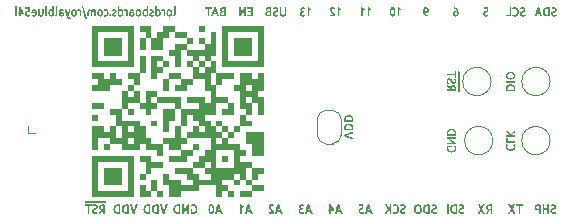
<source format=gbr>
%TF.GenerationSoftware,KiCad,Pcbnew,9.0.0-rc2-3baa6cd791~182~ubuntu24.04.1*%
%TF.CreationDate,2025-02-03T21:50:49-05:00*%
%TF.ProjectId,RoyalBlue54L-Feather,526f7961-6c42-46c7-9565-35344c2d4665,rev?*%
%TF.SameCoordinates,Original*%
%TF.FileFunction,Legend,Bot*%
%TF.FilePolarity,Positive*%
%FSLAX46Y46*%
G04 Gerber Fmt 4.6, Leading zero omitted, Abs format (unit mm)*
G04 Created by KiCad (PCBNEW 9.0.0-rc2-3baa6cd791~182~ubuntu24.04.1) date 2025-02-03 21:50:49*
%MOMM*%
%LPD*%
G01*
G04 APERTURE LIST*
G04 Aperture macros list*
%AMOutline5P*
0 Free polygon, 5 corners , with rotation*
0 The origin of the aperture is its center*
0 number of corners: always 5*
0 $1 to $10 corner X, Y*
0 $11 Rotation angle, in degrees counterclockwise*
0 create outline with 5 corners*
4,1,5,$1,$2,$3,$4,$5,$6,$7,$8,$9,$10,$1,$2,$11*%
%AMOutline6P*
0 Free polygon, 6 corners , with rotation*
0 The origin of the aperture is its center*
0 number of corners: always 6*
0 $1 to $12 corner X, Y*
0 $13 Rotation angle, in degrees counterclockwise*
0 create outline with 6 corners*
4,1,6,$1,$2,$3,$4,$5,$6,$7,$8,$9,$10,$11,$12,$1,$2,$13*%
%AMOutline7P*
0 Free polygon, 7 corners , with rotation*
0 The origin of the aperture is its center*
0 number of corners: always 7*
0 $1 to $14 corner X, Y*
0 $15 Rotation angle, in degrees counterclockwise*
0 create outline with 7 corners*
4,1,7,$1,$2,$3,$4,$5,$6,$7,$8,$9,$10,$11,$12,$13,$14,$1,$2,$15*%
%AMOutline8P*
0 Free polygon, 8 corners , with rotation*
0 The origin of the aperture is its center*
0 number of corners: always 8*
0 $1 to $16 corner X, Y*
0 $17 Rotation angle, in degrees counterclockwise*
0 create outline with 8 corners*
4,1,8,$1,$2,$3,$4,$5,$6,$7,$8,$9,$10,$11,$12,$13,$14,$15,$16,$1,$2,$17*%
%AMFreePoly0*
4,1,23,0.500000,-0.750000,0.000000,-0.750000,0.000000,-0.745722,-0.065263,-0.745722,-0.191342,-0.711940,-0.304381,-0.646677,-0.396677,-0.554381,-0.461940,-0.441342,-0.495722,-0.315263,-0.495722,-0.250000,-0.500000,-0.250000,-0.500000,0.250000,-0.495722,0.250000,-0.495722,0.315263,-0.461940,0.441342,-0.396677,0.554381,-0.304381,0.646677,-0.191342,0.711940,-0.065263,0.745722,0.000000,0.745722,
0.000000,0.750000,0.500000,0.750000,0.500000,-0.750000,0.500000,-0.750000,$1*%
%AMFreePoly1*
4,1,23,0.000000,0.745722,0.065263,0.745722,0.191342,0.711940,0.304381,0.646677,0.396677,0.554381,0.461940,0.441342,0.495722,0.315263,0.495722,0.250000,0.500000,0.250000,0.500000,-0.250000,0.495722,-0.250000,0.495722,-0.315263,0.461940,-0.441342,0.396677,-0.554381,0.304381,-0.646677,0.191342,-0.711940,0.065263,-0.745722,0.000000,-0.745722,0.000000,-0.750000,-0.500000,-0.750000,
-0.500000,0.750000,0.000000,0.750000,0.000000,0.745722,0.000000,0.745722,$1*%
G04 Aperture macros list end*
%ADD10C,0.160000*%
%ADD11C,0.120000*%
%ADD12C,2.500000*%
%ADD13C,0.650000*%
%ADD14O,2.100000X1.000000*%
%ADD15O,1.600000X1.000000*%
%ADD16FreePoly0,90.000000*%
%ADD17FreePoly1,90.000000*%
%ADD18O,1.700000X1.700000*%
%ADD19Outline8P,-0.850000X0.425000X-0.425000X0.850000X0.425000X0.850000X0.850000X0.425000X0.850000X-0.425000X0.425000X-0.850000X-0.425000X-0.850000X-0.850000X-0.425000X270.000000*%
%ADD20R,1.700000X1.700000*%
%ADD21C,2.000000*%
%ADD22C,0.990600*%
%ADD23C,0.787400*%
G04 APERTURE END LIST*
D10*
G36*
X114752026Y-47473680D02*
G01*
X114757644Y-47542426D01*
X114773606Y-47601694D01*
X114799067Y-47653027D01*
X114825278Y-47688133D01*
X114856681Y-47718616D01*
X114893619Y-47744845D01*
X114936674Y-47766979D01*
X114998644Y-47788053D01*
X115071306Y-47801428D01*
X115156639Y-47806174D01*
X115220535Y-47803123D01*
X115277643Y-47794358D01*
X115328830Y-47780315D01*
X115377343Y-47760436D01*
X115419642Y-47736355D01*
X115456374Y-47708037D01*
X115488159Y-47675428D01*
X115514310Y-47639500D01*
X115535020Y-47599899D01*
X115549751Y-47558147D01*
X115558729Y-47513843D01*
X115561789Y-47466585D01*
X115558792Y-47412102D01*
X115550602Y-47368234D01*
X115538197Y-47328276D01*
X115525836Y-47299291D01*
X115504099Y-47261292D01*
X115379779Y-47300487D01*
X115396651Y-47331847D01*
X115412263Y-47371055D01*
X115422573Y-47413724D01*
X115426283Y-47465345D01*
X115423015Y-47501622D01*
X115413424Y-47535186D01*
X115397560Y-47566559D01*
X115375467Y-47594635D01*
X115346517Y-47618936D01*
X115309779Y-47639692D01*
X115269208Y-47654219D01*
X115219545Y-47663612D01*
X115158886Y-47667004D01*
X115107049Y-47664502D01*
X115060750Y-47657318D01*
X115019277Y-47645804D01*
X114980985Y-47628771D01*
X114949096Y-47606702D01*
X114922849Y-47579297D01*
X114903950Y-47547652D01*
X114891907Y-47508993D01*
X114887581Y-47461669D01*
X114891737Y-47398204D01*
X114902382Y-47354257D01*
X114930958Y-47289460D01*
X114807469Y-47252701D01*
X114789734Y-47284909D01*
X114769953Y-47338101D01*
X114756843Y-47398109D01*
X114752026Y-47473680D01*
G37*
G36*
X114768000Y-47151487D02*
G01*
X115544154Y-47151487D01*
X115544154Y-47017703D01*
X114899598Y-47017703D01*
X114899598Y-46712692D01*
X114768000Y-46712692D01*
X114768000Y-47151487D01*
G37*
G36*
X114768000Y-46612590D02*
G01*
X115544154Y-46612590D01*
X115544154Y-46478806D01*
X115235578Y-46478806D01*
X115312173Y-46414051D01*
X115393212Y-46347030D01*
X115472591Y-46283430D01*
X115544154Y-46227223D01*
X115544154Y-46068435D01*
X115454273Y-46138062D01*
X115362731Y-46211537D01*
X115272117Y-46287362D01*
X115185215Y-46363444D01*
X115146736Y-46322360D01*
X115101635Y-46280010D01*
X115053089Y-46238909D01*
X115000372Y-46197945D01*
X114887239Y-46120538D01*
X114768000Y-46051039D01*
X114768000Y-46208844D01*
X114857002Y-46263127D01*
X114950107Y-46330019D01*
X115037351Y-46403750D01*
X115076003Y-46442035D01*
X115108474Y-46478806D01*
X114768000Y-46478806D01*
X114768000Y-46612590D01*
G37*
G36*
X115226949Y-42179425D02*
G01*
X115287219Y-42188965D01*
X115338875Y-42203948D01*
X115383150Y-42223955D01*
X115423928Y-42250270D01*
X115458669Y-42281109D01*
X115487812Y-42316817D01*
X115511524Y-42357953D01*
X115533695Y-42416428D01*
X115547654Y-42483089D01*
X115552556Y-42559227D01*
X115548355Y-42655013D01*
X115542314Y-42708807D01*
X115532968Y-42758407D01*
X114778942Y-42758407D01*
X114768934Y-42709014D01*
X114762822Y-42656979D01*
X114758767Y-42563159D01*
X114759294Y-42555295D01*
X114890072Y-42555295D01*
X114891342Y-42598550D01*
X114893736Y-42624623D01*
X115417588Y-42624623D01*
X115420812Y-42593549D01*
X115422082Y-42551405D01*
X115417038Y-42489979D01*
X115403207Y-42441142D01*
X115381947Y-42402467D01*
X115353743Y-42372058D01*
X115317909Y-42347967D01*
X115274266Y-42330060D01*
X115221197Y-42318600D01*
X115156639Y-42314484D01*
X115094615Y-42318629D01*
X115042427Y-42330302D01*
X114998348Y-42348798D01*
X114961049Y-42374024D01*
X114931555Y-42405517D01*
X114909490Y-42444966D01*
X114895239Y-42494133D01*
X114890072Y-42555295D01*
X114759294Y-42555295D01*
X114764006Y-42484956D01*
X114778875Y-42417042D01*
X114802438Y-42357953D01*
X114827447Y-42316446D01*
X114857640Y-42280555D01*
X114893164Y-42249714D01*
X114934427Y-42223570D01*
X114979274Y-42203562D01*
X115030553Y-42188710D01*
X115089282Y-42179338D01*
X115156639Y-42176041D01*
X115226949Y-42179425D01*
G37*
G36*
X114768000Y-42044436D02*
G01*
X115544154Y-42044436D01*
X115544154Y-41910652D01*
X114768000Y-41910652D01*
X114768000Y-42044436D01*
G37*
G36*
X115223741Y-41114366D02*
G01*
X115282658Y-41123273D01*
X115334458Y-41137411D01*
X115380072Y-41156461D01*
X115435886Y-41190450D01*
X115480843Y-41230617D01*
X115516018Y-41277465D01*
X115541268Y-41329300D01*
X115556570Y-41384845D01*
X115561789Y-41444930D01*
X115558883Y-41489078D01*
X115550284Y-41531272D01*
X115536046Y-41571833D01*
X115516046Y-41610352D01*
X115490423Y-41645858D01*
X115458914Y-41678646D01*
X115422507Y-41707234D01*
X115380392Y-41731686D01*
X115331907Y-41752035D01*
X115280665Y-41766416D01*
X115222589Y-41775453D01*
X115156639Y-41778621D01*
X115089992Y-41775502D01*
X115031348Y-41766607D01*
X114979665Y-41752470D01*
X114934036Y-41733399D01*
X114878218Y-41699385D01*
X114833208Y-41659177D01*
X114797944Y-41612267D01*
X114772596Y-41560346D01*
X114757253Y-41504840D01*
X114752026Y-41444930D01*
X114886702Y-41444930D01*
X114890633Y-41484700D01*
X114901900Y-41519241D01*
X114920163Y-41549521D01*
X114945107Y-41576013D01*
X114976233Y-41598341D01*
X115014392Y-41616670D01*
X115055734Y-41629386D01*
X115102834Y-41637374D01*
X115156639Y-41640178D01*
X115210443Y-41637374D01*
X115257544Y-41629386D01*
X115298886Y-41616670D01*
X115337058Y-41598350D01*
X115368270Y-41576022D01*
X115393359Y-41549521D01*
X115411790Y-41519225D01*
X115423151Y-41484685D01*
X115427113Y-41444930D01*
X115423197Y-41405124D01*
X115411976Y-41370569D01*
X115393799Y-41340297D01*
X115368939Y-41313813D01*
X115337865Y-41291499D01*
X115299716Y-41273191D01*
X115258366Y-41260470D01*
X115211006Y-41252458D01*
X115156639Y-41249640D01*
X115102836Y-41252448D01*
X115055736Y-41260451D01*
X115014392Y-41273191D01*
X114976234Y-41291494D01*
X114945109Y-41313808D01*
X114920163Y-41340297D01*
X114901901Y-41370577D01*
X114890634Y-41405132D01*
X114886702Y-41444930D01*
X114752026Y-41444930D01*
X114757309Y-41383375D01*
X114772704Y-41327250D01*
X114797944Y-41275627D01*
X114833208Y-41229038D01*
X114878213Y-41189229D01*
X114934036Y-41155692D01*
X114979617Y-41136961D01*
X115031286Y-41123062D01*
X115089948Y-41114310D01*
X115156639Y-41111239D01*
X115223741Y-41114366D01*
G37*
G36*
X109753150Y-47628450D02*
G01*
X109758706Y-47693369D01*
X109774697Y-47750864D01*
X109800581Y-47802156D01*
X109826916Y-47837347D01*
X109858381Y-47868246D01*
X109895307Y-47895177D01*
X109938237Y-47918287D01*
X110000069Y-47940615D01*
X110072215Y-47954716D01*
X110156639Y-47959705D01*
X110221929Y-47956616D01*
X110279748Y-47947780D01*
X110331060Y-47933689D01*
X110376702Y-47914611D01*
X110432587Y-47880703D01*
X110478130Y-47840413D01*
X110514308Y-47793223D01*
X110540513Y-47740967D01*
X110556378Y-47684938D01*
X110561789Y-47624262D01*
X110558796Y-47564917D01*
X110550700Y-47518089D01*
X110538396Y-47475562D01*
X110526080Y-47444829D01*
X110503854Y-47405506D01*
X110380365Y-47444700D01*
X110398268Y-47476962D01*
X110414217Y-47517234D01*
X110424626Y-47560498D01*
X110428237Y-47608832D01*
X110424319Y-47654841D01*
X110413304Y-47693463D01*
X110395899Y-47725989D01*
X110371370Y-47754588D01*
X110340653Y-47778071D01*
X110302940Y-47796770D01*
X110261653Y-47809528D01*
X110213297Y-47817651D01*
X110156639Y-47820535D01*
X110102990Y-47817845D01*
X110055630Y-47810154D01*
X110013708Y-47797882D01*
X109975019Y-47779944D01*
X109943376Y-47757506D01*
X109917916Y-47730349D01*
X109899548Y-47699170D01*
X109888008Y-47662283D01*
X109883917Y-47618406D01*
X109886262Y-47566004D01*
X109892319Y-47531169D01*
X110168411Y-47531169D01*
X110168411Y-47397427D01*
X109792619Y-47397427D01*
X109781767Y-47427099D01*
X109767169Y-47482057D01*
X109756995Y-47544902D01*
X109753150Y-47628450D01*
G37*
G36*
X109768000Y-47253043D02*
G01*
X110544154Y-47253043D01*
X110544154Y-47144520D01*
X110463799Y-47081688D01*
X110366199Y-47013343D01*
X110259221Y-46943245D01*
X110150581Y-46876140D01*
X110047706Y-46816471D01*
X110544154Y-46816471D01*
X110544154Y-46683670D01*
X109768000Y-46683670D01*
X109768000Y-46795869D01*
X109875662Y-46851135D01*
X109988795Y-46913839D01*
X110102173Y-46981457D01*
X110210372Y-47051427D01*
X110308655Y-47121012D01*
X109768000Y-47121012D01*
X109768000Y-47253043D01*
G37*
G36*
X110226949Y-45942993D02*
G01*
X110287219Y-45952533D01*
X110338875Y-45967516D01*
X110383150Y-45987523D01*
X110423928Y-46013838D01*
X110458669Y-46044678D01*
X110487812Y-46080386D01*
X110511524Y-46121521D01*
X110533695Y-46179997D01*
X110547654Y-46246657D01*
X110552556Y-46322795D01*
X110548355Y-46418581D01*
X110542314Y-46472375D01*
X110532968Y-46521975D01*
X109778942Y-46521975D01*
X109768934Y-46472582D01*
X109762822Y-46420547D01*
X109758767Y-46326728D01*
X109759294Y-46318863D01*
X109890072Y-46318863D01*
X109891342Y-46362118D01*
X109893736Y-46388191D01*
X110417588Y-46388191D01*
X110420812Y-46357118D01*
X110422082Y-46314973D01*
X110417038Y-46253547D01*
X110403207Y-46204710D01*
X110381947Y-46166035D01*
X110353743Y-46135626D01*
X110317909Y-46111535D01*
X110274266Y-46093628D01*
X110221197Y-46082168D01*
X110156639Y-46078052D01*
X110094615Y-46082197D01*
X110042427Y-46093871D01*
X109998348Y-46112367D01*
X109961049Y-46137592D01*
X109931555Y-46169086D01*
X109909490Y-46208534D01*
X109895239Y-46257701D01*
X109890072Y-46318863D01*
X109759294Y-46318863D01*
X109764006Y-46248524D01*
X109778875Y-46180610D01*
X109802438Y-46121521D01*
X109827447Y-46080014D01*
X109857640Y-46044123D01*
X109893164Y-46013282D01*
X109934427Y-45987139D01*
X109979274Y-45967131D01*
X110030553Y-45952279D01*
X110089282Y-45942907D01*
X110156639Y-45939609D01*
X110226949Y-45942993D01*
G37*
G36*
X90544176Y-52465934D02*
G01*
X90587809Y-52580548D01*
X90674918Y-52831288D01*
X90770832Y-53132000D01*
X90631919Y-53132000D01*
X90605590Y-53043095D01*
X90578021Y-52954191D01*
X90298699Y-52954191D01*
X90271386Y-53043095D01*
X90244801Y-53132000D01*
X90101228Y-53132000D01*
X90174489Y-52901434D01*
X90198018Y-52831581D01*
X90331525Y-52831581D01*
X90545921Y-52831581D01*
X90513950Y-52732174D01*
X90483945Y-52643709D01*
X90458470Y-52569362D01*
X90439322Y-52512062D01*
X90418891Y-52569362D01*
X90393032Y-52643709D01*
X90363411Y-52732174D01*
X90331525Y-52831581D01*
X90198018Y-52831581D01*
X90241638Y-52702083D01*
X90306435Y-52523151D01*
X90372686Y-52355845D01*
X90499375Y-52355845D01*
X90544176Y-52465934D01*
G37*
G36*
X89863015Y-52343619D02*
G01*
X89904939Y-52359315D01*
X89942526Y-52385251D01*
X89974544Y-52420017D01*
X90002218Y-52465130D01*
X90025446Y-52522467D01*
X90041033Y-52583465D01*
X90051110Y-52656258D01*
X90054725Y-52742823D01*
X90051177Y-52829759D01*
X90041298Y-52902722D01*
X90026044Y-52963716D01*
X90003178Y-53021048D01*
X89975744Y-53066158D01*
X89943851Y-53100932D01*
X89906346Y-53126790D01*
X89864008Y-53142523D01*
X89815580Y-53147973D01*
X89771808Y-53143609D01*
X89733186Y-53131017D01*
X89698748Y-53110458D01*
X89667795Y-53081539D01*
X89639951Y-53043242D01*
X89614072Y-52990151D01*
X89594195Y-52924205D01*
X89581198Y-52842780D01*
X89576479Y-52742823D01*
X89707784Y-52742823D01*
X89710417Y-52820507D01*
X89717743Y-52885900D01*
X89726448Y-52927396D01*
X89737612Y-52960071D01*
X89750825Y-52985454D01*
X89768259Y-53005558D01*
X89789436Y-53017518D01*
X89815580Y-53021699D01*
X89841122Y-53017565D01*
X89862192Y-53005642D01*
X89879908Y-52985454D01*
X89893388Y-52960028D01*
X89904709Y-52927351D01*
X89913461Y-52885900D01*
X89920755Y-52820509D01*
X89923377Y-52742823D01*
X89920747Y-52664886D01*
X89913461Y-52599843D01*
X89904718Y-52558661D01*
X89893400Y-52526119D01*
X89879908Y-52500729D01*
X89862192Y-52480541D01*
X89841122Y-52468619D01*
X89815580Y-52464484D01*
X89789436Y-52468665D01*
X89768259Y-52480625D01*
X89750825Y-52500729D01*
X89737601Y-52526076D01*
X89726438Y-52558616D01*
X89717743Y-52599843D01*
X89710425Y-52664887D01*
X89707784Y-52742823D01*
X89576479Y-52742823D01*
X89581194Y-52643138D01*
X89594185Y-52561880D01*
X89614061Y-52496015D01*
X89639951Y-52442942D01*
X89667795Y-52404644D01*
X89698748Y-52375725D01*
X89733186Y-52355166D01*
X89771808Y-52342574D01*
X89815580Y-52338210D01*
X89863015Y-52343619D01*
G37*
G36*
X118852046Y-36447973D02*
G01*
X118910508Y-36445332D01*
X118957246Y-36438154D01*
X118994165Y-36427408D01*
X119044725Y-36406122D01*
X119073537Y-36389990D01*
X119035069Y-36267380D01*
X119004736Y-36283780D01*
X118962322Y-36301134D01*
X118914734Y-36312829D01*
X118852046Y-36317205D01*
X118806929Y-36313679D01*
X118776492Y-36304701D01*
X118756730Y-36292000D01*
X118741554Y-36273294D01*
X118732467Y-36250832D01*
X118729289Y-36223416D01*
X118733446Y-36192868D01*
X118745361Y-36168657D01*
X118764313Y-36148629D01*
X118793617Y-36128748D01*
X118828211Y-36111371D01*
X118875341Y-36091525D01*
X118921188Y-36070115D01*
X118964630Y-36045363D01*
X119003356Y-36014484D01*
X119033616Y-35976047D01*
X119047799Y-35946130D01*
X119056829Y-35909466D01*
X119060074Y-35864428D01*
X119056581Y-35818442D01*
X119046568Y-35778465D01*
X119030325Y-35743381D01*
X119008110Y-35712686D01*
X118980318Y-35686791D01*
X118946165Y-35665517D01*
X118909147Y-35650795D01*
X118866490Y-35641492D01*
X118817253Y-35638210D01*
X118753832Y-35642637D01*
X118702020Y-35654868D01*
X118655081Y-35673244D01*
X118621493Y-35691406D01*
X118660944Y-35812942D01*
X118690695Y-35796337D01*
X118725656Y-35781727D01*
X118763601Y-35772150D01*
X118810158Y-35768685D01*
X118847930Y-35771410D01*
X118875437Y-35778568D01*
X118895045Y-35789006D01*
X118910441Y-35804818D01*
X118919752Y-35825495D01*
X118923084Y-35852655D01*
X118918802Y-35881678D01*
X118906457Y-35904484D01*
X118887557Y-35922953D01*
X118861364Y-35939752D01*
X118797164Y-35969697D01*
X118733363Y-35999474D01*
X118684581Y-36028120D01*
X118655918Y-36050606D01*
X118632952Y-36075768D01*
X118615039Y-36103737D01*
X118602376Y-36135050D01*
X118594143Y-36174323D01*
X118591146Y-36223416D01*
X118594617Y-36269982D01*
X118604534Y-36310186D01*
X118620552Y-36345196D01*
X118642689Y-36375437D01*
X118671425Y-36400939D01*
X118707875Y-36421790D01*
X118747161Y-36435684D01*
X118794722Y-36444715D01*
X118852046Y-36447973D01*
G37*
G36*
X118369056Y-35651644D02*
G01*
X118422850Y-35657685D01*
X118472450Y-35667031D01*
X118472450Y-36421057D01*
X118423056Y-36431065D01*
X118371022Y-36437177D01*
X118277202Y-36441232D01*
X118198998Y-36435993D01*
X118131085Y-36421124D01*
X118071995Y-36397561D01*
X118030489Y-36372552D01*
X117994598Y-36342359D01*
X117963757Y-36306835D01*
X117937613Y-36265572D01*
X117917605Y-36220725D01*
X117902753Y-36169446D01*
X117893381Y-36110717D01*
X117890083Y-36043360D01*
X118028526Y-36043360D01*
X118032671Y-36105384D01*
X118044345Y-36157572D01*
X118062841Y-36201651D01*
X118088066Y-36238950D01*
X118119560Y-36268444D01*
X118159009Y-36290509D01*
X118208175Y-36304760D01*
X118269337Y-36309927D01*
X118312593Y-36308657D01*
X118338666Y-36306263D01*
X118338666Y-35782411D01*
X118307592Y-35779187D01*
X118265448Y-35777917D01*
X118204022Y-35782961D01*
X118155185Y-35796792D01*
X118116510Y-35818052D01*
X118086100Y-35846256D01*
X118062010Y-35882090D01*
X118044102Y-35925733D01*
X118032642Y-35978802D01*
X118028526Y-36043360D01*
X117890083Y-36043360D01*
X117893467Y-35973050D01*
X117903008Y-35912780D01*
X117917991Y-35861124D01*
X117937998Y-35816849D01*
X117964312Y-35776071D01*
X117995152Y-35741330D01*
X118030860Y-35712187D01*
X118071995Y-35688475D01*
X118130471Y-35666304D01*
X118197131Y-35652345D01*
X118273270Y-35647443D01*
X118369056Y-35651644D01*
G37*
G36*
X117623163Y-35765934D02*
G01*
X117666796Y-35880548D01*
X117753906Y-36131288D01*
X117849820Y-36432000D01*
X117710907Y-36432000D01*
X117684577Y-36343095D01*
X117657008Y-36254191D01*
X117377686Y-36254191D01*
X117350374Y-36343095D01*
X117323788Y-36432000D01*
X117180216Y-36432000D01*
X117253476Y-36201434D01*
X117277005Y-36131581D01*
X117410512Y-36131581D01*
X117624909Y-36131581D01*
X117592937Y-36032174D01*
X117562932Y-35943709D01*
X117537458Y-35869362D01*
X117518309Y-35812062D01*
X117497878Y-35869362D01*
X117472019Y-35943709D01*
X117442398Y-36032174D01*
X117410512Y-36131581D01*
X117277005Y-36131581D01*
X117320625Y-36002083D01*
X117385423Y-35823151D01*
X117451673Y-35655845D01*
X117578362Y-35655845D01*
X117623163Y-35765934D01*
G37*
G36*
X93084176Y-52465934D02*
G01*
X93127809Y-52580548D01*
X93214918Y-52831288D01*
X93310832Y-53132000D01*
X93171919Y-53132000D01*
X93145590Y-53043095D01*
X93118021Y-52954191D01*
X92838699Y-52954191D01*
X92811386Y-53043095D01*
X92784801Y-53132000D01*
X92641228Y-53132000D01*
X92714489Y-52901434D01*
X92738018Y-52831581D01*
X92871525Y-52831581D01*
X93085921Y-52831581D01*
X93053950Y-52732174D01*
X93023945Y-52643709D01*
X92998470Y-52569362D01*
X92979322Y-52512062D01*
X92958891Y-52569362D01*
X92933032Y-52643709D01*
X92903411Y-52732174D01*
X92871525Y-52831581D01*
X92738018Y-52831581D01*
X92781638Y-52702083D01*
X92846435Y-52523151D01*
X92912686Y-52355845D01*
X93039375Y-52355845D01*
X93084176Y-52465934D01*
G37*
G36*
X92377165Y-53132000D02*
G01*
X92377165Y-52549578D01*
X92418925Y-52579571D01*
X92467822Y-52607170D01*
X92518258Y-52629397D01*
X92556727Y-52516556D01*
X92499224Y-52487335D01*
X92440125Y-52450220D01*
X92385065Y-52406056D01*
X92338697Y-52355845D01*
X92249280Y-52355845D01*
X92249280Y-53132000D01*
X92377165Y-53132000D01*
G37*
G36*
X103197786Y-36432000D02*
G01*
X103197786Y-35849578D01*
X103239546Y-35879571D01*
X103288443Y-35907170D01*
X103338879Y-35929397D01*
X103377348Y-35816556D01*
X103319845Y-35787335D01*
X103260746Y-35750220D01*
X103205686Y-35706056D01*
X103159318Y-35655845D01*
X103069901Y-35655845D01*
X103069901Y-36432000D01*
X103197786Y-36432000D01*
G37*
G36*
X102645211Y-36432000D02*
G01*
X102645211Y-35849578D01*
X102686971Y-35879571D01*
X102735868Y-35907170D01*
X102786304Y-35929397D01*
X102824773Y-35816556D01*
X102767270Y-35787335D01*
X102708171Y-35750220D01*
X102653111Y-35706056D01*
X102606743Y-35655845D01*
X102517326Y-35655845D01*
X102517326Y-36432000D01*
X102645211Y-36432000D01*
G37*
G36*
X101068000Y-46577656D02*
G01*
X101259388Y-46652113D01*
X101458446Y-46723194D01*
X101656527Y-46788975D01*
X101844154Y-46847147D01*
X101844154Y-46699387D01*
X101689988Y-46653609D01*
X101530693Y-46605439D01*
X101378921Y-46557182D01*
X101248300Y-46510978D01*
X101378530Y-46465671D01*
X101530254Y-46417030D01*
X101689842Y-46368431D01*
X101844154Y-46322825D01*
X101844154Y-46180493D01*
X101656527Y-46239178D01*
X101458886Y-46304617D01*
X101259779Y-46375270D01*
X101068000Y-46449728D01*
X101068000Y-46577656D01*
G37*
G36*
X101526949Y-45511409D02*
G01*
X101587219Y-45520949D01*
X101638875Y-45535933D01*
X101683150Y-45555939D01*
X101723928Y-45582254D01*
X101758669Y-45613094D01*
X101787812Y-45648802D01*
X101811524Y-45689937D01*
X101833695Y-45748413D01*
X101847654Y-45815073D01*
X101852556Y-45891211D01*
X101848355Y-45986997D01*
X101842314Y-46040792D01*
X101832968Y-46090392D01*
X101078942Y-46090392D01*
X101068934Y-46040998D01*
X101062822Y-45988964D01*
X101058767Y-45895144D01*
X101059294Y-45887279D01*
X101190072Y-45887279D01*
X101191342Y-45930535D01*
X101193736Y-45956608D01*
X101717588Y-45956608D01*
X101720812Y-45925534D01*
X101722082Y-45883390D01*
X101717038Y-45821963D01*
X101703207Y-45773127D01*
X101681947Y-45734451D01*
X101653743Y-45704042D01*
X101617909Y-45679951D01*
X101574266Y-45662044D01*
X101521197Y-45650584D01*
X101456639Y-45646468D01*
X101394615Y-45650613D01*
X101342427Y-45662287D01*
X101298348Y-45680783D01*
X101261049Y-45706008D01*
X101231555Y-45737502D01*
X101209490Y-45776951D01*
X101195239Y-45826117D01*
X101190072Y-45887279D01*
X101059294Y-45887279D01*
X101064006Y-45816940D01*
X101078875Y-45749026D01*
X101102438Y-45689937D01*
X101127447Y-45648431D01*
X101157640Y-45612539D01*
X101193164Y-45581698D01*
X101234427Y-45555555D01*
X101279274Y-45535547D01*
X101330553Y-45520695D01*
X101389282Y-45511323D01*
X101456639Y-45508025D01*
X101526949Y-45511409D01*
G37*
G36*
X101526949Y-44797438D02*
G01*
X101587219Y-44806979D01*
X101638875Y-44821962D01*
X101683150Y-44841969D01*
X101723928Y-44868283D01*
X101758669Y-44899123D01*
X101787812Y-44934831D01*
X101811524Y-44975966D01*
X101833695Y-45034442D01*
X101847654Y-45101102D01*
X101852556Y-45177241D01*
X101848355Y-45273027D01*
X101842314Y-45326821D01*
X101832968Y-45376421D01*
X101078942Y-45376421D01*
X101068934Y-45327027D01*
X101062822Y-45274993D01*
X101058767Y-45181173D01*
X101059294Y-45173308D01*
X101190072Y-45173308D01*
X101191342Y-45216564D01*
X101193736Y-45242637D01*
X101717588Y-45242637D01*
X101720812Y-45211563D01*
X101722082Y-45169419D01*
X101717038Y-45107993D01*
X101703207Y-45059156D01*
X101681947Y-45020481D01*
X101653743Y-44990071D01*
X101617909Y-44965981D01*
X101574266Y-44948073D01*
X101521197Y-44936614D01*
X101456639Y-44932497D01*
X101394615Y-44936642D01*
X101342427Y-44948316D01*
X101298348Y-44966812D01*
X101261049Y-44992038D01*
X101231555Y-45023531D01*
X101209490Y-45062980D01*
X101195239Y-45112146D01*
X101190072Y-45173308D01*
X101059294Y-45173308D01*
X101064006Y-45102969D01*
X101078875Y-45035056D01*
X101102438Y-44975966D01*
X101127447Y-44934460D01*
X101157640Y-44898569D01*
X101193164Y-44867728D01*
X101234427Y-44841584D01*
X101279274Y-44821576D01*
X101330553Y-44806724D01*
X101389282Y-44797352D01*
X101456639Y-44794054D01*
X101526949Y-44797438D01*
G37*
G36*
X88298450Y-53146849D02*
G01*
X88363369Y-53141293D01*
X88420864Y-53125302D01*
X88472156Y-53099418D01*
X88507347Y-53073083D01*
X88538246Y-53041618D01*
X88565177Y-53004692D01*
X88588287Y-52961762D01*
X88610615Y-52899930D01*
X88624716Y-52827784D01*
X88629705Y-52743360D01*
X88626616Y-52678070D01*
X88617780Y-52620251D01*
X88603689Y-52568939D01*
X88584611Y-52523297D01*
X88550703Y-52467412D01*
X88510413Y-52421869D01*
X88463223Y-52385691D01*
X88410967Y-52359486D01*
X88354938Y-52343621D01*
X88294262Y-52338210D01*
X88234917Y-52341203D01*
X88188089Y-52349299D01*
X88145562Y-52361603D01*
X88114829Y-52373919D01*
X88075506Y-52396145D01*
X88114700Y-52519634D01*
X88146962Y-52501731D01*
X88187234Y-52485782D01*
X88230498Y-52475373D01*
X88278832Y-52471762D01*
X88324841Y-52475680D01*
X88363463Y-52486695D01*
X88395989Y-52504100D01*
X88424588Y-52528629D01*
X88448071Y-52559346D01*
X88466770Y-52597059D01*
X88479528Y-52638346D01*
X88487651Y-52686702D01*
X88490535Y-52743360D01*
X88487845Y-52797009D01*
X88480154Y-52844369D01*
X88467882Y-52886291D01*
X88449944Y-52924980D01*
X88427506Y-52956623D01*
X88400349Y-52982083D01*
X88369170Y-53000451D01*
X88332283Y-53011991D01*
X88288406Y-53016082D01*
X88236004Y-53013737D01*
X88201169Y-53007680D01*
X88201169Y-52731588D01*
X88067427Y-52731588D01*
X88067427Y-53107380D01*
X88097099Y-53118232D01*
X88152057Y-53132830D01*
X88214902Y-53143004D01*
X88298450Y-53146849D01*
G37*
G36*
X87923043Y-53132000D02*
G01*
X87923043Y-52355845D01*
X87814520Y-52355845D01*
X87751688Y-52436200D01*
X87683343Y-52533800D01*
X87613245Y-52640778D01*
X87546140Y-52749418D01*
X87486471Y-52852293D01*
X87486471Y-52355845D01*
X87353670Y-52355845D01*
X87353670Y-53132000D01*
X87465869Y-53132000D01*
X87521135Y-53024337D01*
X87583839Y-52911204D01*
X87651457Y-52797826D01*
X87721427Y-52689627D01*
X87791012Y-52591344D01*
X87791012Y-53132000D01*
X87923043Y-53132000D01*
G37*
G36*
X87088581Y-52351644D02*
G01*
X87142375Y-52357685D01*
X87191975Y-52367031D01*
X87191975Y-53121057D01*
X87142582Y-53131065D01*
X87090547Y-53137177D01*
X86996728Y-53141232D01*
X86918524Y-53135993D01*
X86850610Y-53121124D01*
X86791521Y-53097561D01*
X86750014Y-53072552D01*
X86714123Y-53042359D01*
X86683282Y-53006835D01*
X86657139Y-52965572D01*
X86637131Y-52920725D01*
X86622279Y-52869446D01*
X86612907Y-52810717D01*
X86609609Y-52743360D01*
X86748052Y-52743360D01*
X86752197Y-52805384D01*
X86763871Y-52857572D01*
X86782367Y-52901651D01*
X86807592Y-52938950D01*
X86839086Y-52968444D01*
X86878534Y-52990509D01*
X86927701Y-53004760D01*
X86988863Y-53009927D01*
X87032118Y-53008657D01*
X87058191Y-53006263D01*
X87058191Y-52482411D01*
X87027118Y-52479187D01*
X86984973Y-52477917D01*
X86923547Y-52482961D01*
X86874710Y-52496792D01*
X86836035Y-52518052D01*
X86805626Y-52546256D01*
X86781535Y-52582090D01*
X86763628Y-52625733D01*
X86752168Y-52678802D01*
X86748052Y-52743360D01*
X86609609Y-52743360D01*
X86612993Y-52673050D01*
X86622533Y-52612780D01*
X86637516Y-52561124D01*
X86657523Y-52516849D01*
X86683838Y-52476071D01*
X86714678Y-52441330D01*
X86750386Y-52412187D01*
X86791521Y-52388475D01*
X86849997Y-52366304D01*
X86916657Y-52352345D01*
X86992795Y-52347443D01*
X87088581Y-52351644D01*
G37*
G36*
X109855927Y-42251695D02*
G01*
X109943561Y-42296532D01*
X110023478Y-42342608D01*
X110088300Y-42385094D01*
X110109985Y-42345303D01*
X110136172Y-42313298D01*
X110166848Y-42287983D01*
X110202852Y-42269445D01*
X110246848Y-42257730D01*
X110300840Y-42253533D01*
X110351786Y-42257046D01*
X110395063Y-42266989D01*
X110432020Y-42282844D01*
X110463680Y-42304614D01*
X110490665Y-42332820D01*
X110515822Y-42372921D01*
X110535213Y-42423012D01*
X110547929Y-42485156D01*
X110552556Y-42561749D01*
X110547916Y-42655441D01*
X110541587Y-42706739D01*
X110532138Y-42754304D01*
X109768000Y-42754304D01*
X109768000Y-42620520D01*
X110058062Y-42620520D01*
X110058062Y-42566622D01*
X110180428Y-42566622D01*
X110180428Y-42620520D01*
X110417588Y-42620520D01*
X110420519Y-42590771D01*
X110422082Y-42553158D01*
X110419000Y-42505228D01*
X110410602Y-42467075D01*
X110394925Y-42434077D01*
X110373087Y-42411210D01*
X110354529Y-42400755D01*
X110331248Y-42394117D01*
X110301963Y-42391720D01*
X110271528Y-42394119D01*
X110247473Y-42400733D01*
X110228446Y-42411082D01*
X110213031Y-42425386D01*
X110200508Y-42444380D01*
X110191077Y-42469126D01*
X110183371Y-42510370D01*
X110180428Y-42566622D01*
X110058062Y-42566622D01*
X110058062Y-42537471D01*
X110058355Y-42530504D01*
X110058942Y-42523537D01*
X110022095Y-42498020D01*
X109976046Y-42470238D01*
X109874538Y-42414886D01*
X109768000Y-42361843D01*
X109768000Y-42212372D01*
X109855927Y-42251695D01*
G37*
G36*
X109752026Y-41935059D02*
G01*
X109754667Y-41993521D01*
X109761845Y-42040258D01*
X109772591Y-42077177D01*
X109793877Y-42127738D01*
X109810009Y-42156550D01*
X109932619Y-42118082D01*
X109916219Y-42087749D01*
X109898865Y-42045334D01*
X109887170Y-41997747D01*
X109882794Y-41935059D01*
X109886320Y-41889941D01*
X109895298Y-41859505D01*
X109908000Y-41839743D01*
X109926705Y-41824567D01*
X109949167Y-41815479D01*
X109976583Y-41812302D01*
X110007131Y-41816459D01*
X110031342Y-41828373D01*
X110051370Y-41847326D01*
X110071251Y-41876630D01*
X110088628Y-41911223D01*
X110108474Y-41958353D01*
X110129884Y-42004201D01*
X110154636Y-42047642D01*
X110185515Y-42086369D01*
X110223952Y-42116629D01*
X110253869Y-42130812D01*
X110290533Y-42139841D01*
X110335571Y-42143086D01*
X110381557Y-42139594D01*
X110421534Y-42129580D01*
X110456618Y-42113338D01*
X110487313Y-42091123D01*
X110513208Y-42063331D01*
X110534482Y-42029178D01*
X110549204Y-41992160D01*
X110558507Y-41949503D01*
X110561789Y-41900266D01*
X110557362Y-41836845D01*
X110545131Y-41785033D01*
X110526755Y-41738094D01*
X110508593Y-41704506D01*
X110387057Y-41743957D01*
X110403662Y-41773707D01*
X110418272Y-41808669D01*
X110427849Y-41846614D01*
X110431314Y-41893171D01*
X110428589Y-41930943D01*
X110421431Y-41958450D01*
X110410993Y-41978058D01*
X110395181Y-41993454D01*
X110374504Y-42002765D01*
X110347344Y-42006097D01*
X110318321Y-42001815D01*
X110295515Y-41989470D01*
X110277046Y-41970570D01*
X110260247Y-41944377D01*
X110230302Y-41880177D01*
X110200525Y-41816376D01*
X110171879Y-41767594D01*
X110149393Y-41738931D01*
X110124231Y-41715965D01*
X110096262Y-41698052D01*
X110064949Y-41685388D01*
X110025676Y-41677156D01*
X109976583Y-41674158D01*
X109930017Y-41677630D01*
X109889813Y-41687547D01*
X109854803Y-41703565D01*
X109824562Y-41725702D01*
X109799060Y-41754438D01*
X109778209Y-41790888D01*
X109764315Y-41830174D01*
X109755284Y-41877735D01*
X109752026Y-41935059D01*
G37*
G36*
X109768000Y-41424243D02*
G01*
X110413680Y-41424243D01*
X110413680Y-41632014D01*
X110544154Y-41632014D01*
X110544154Y-41082944D01*
X110413680Y-41082944D01*
X110413680Y-41290459D01*
X109768000Y-41290459D01*
X109768000Y-41424243D01*
G37*
G36*
X110672684Y-41123226D02*
G01*
X110678090Y-41103053D01*
X110688532Y-41084967D01*
X110703299Y-41070200D01*
X110721385Y-41059758D01*
X110741558Y-41054352D01*
X110762442Y-41054352D01*
X110782615Y-41059758D01*
X110800701Y-41070200D01*
X110815468Y-41084967D01*
X110825910Y-41103053D01*
X110831316Y-41123226D01*
X110832000Y-41133668D01*
X110832000Y-42764917D01*
X110831316Y-42775359D01*
X110825910Y-42795532D01*
X110815468Y-42813618D01*
X110800701Y-42828385D01*
X110782615Y-42838827D01*
X110762442Y-42844233D01*
X110741558Y-42844233D01*
X110721385Y-42838827D01*
X110703299Y-42828385D01*
X110688532Y-42813618D01*
X110678090Y-42795532D01*
X110672684Y-42775359D01*
X110672000Y-42764917D01*
X110672000Y-41133668D01*
X110672684Y-41123226D01*
G37*
G36*
X106059388Y-53147973D02*
G01*
X106117850Y-53145332D01*
X106164588Y-53138154D01*
X106201507Y-53127408D01*
X106252067Y-53106122D01*
X106280879Y-53089990D01*
X106242411Y-52967380D01*
X106212078Y-52983780D01*
X106169664Y-53001134D01*
X106122076Y-53012829D01*
X106059388Y-53017205D01*
X106014271Y-53013679D01*
X105983834Y-53004701D01*
X105964072Y-52992000D01*
X105948896Y-52973294D01*
X105939809Y-52950832D01*
X105936631Y-52923416D01*
X105940788Y-52892868D01*
X105952703Y-52868657D01*
X105971655Y-52848629D01*
X106000959Y-52828748D01*
X106035553Y-52811371D01*
X106082683Y-52791525D01*
X106128530Y-52770115D01*
X106171972Y-52745363D01*
X106210698Y-52714484D01*
X106240958Y-52676047D01*
X106255141Y-52646130D01*
X106264171Y-52609466D01*
X106267416Y-52564428D01*
X106263923Y-52518442D01*
X106253910Y-52478465D01*
X106237667Y-52443381D01*
X106215452Y-52412686D01*
X106187660Y-52386791D01*
X106153507Y-52365517D01*
X106116489Y-52350795D01*
X106073832Y-52341492D01*
X106024595Y-52338210D01*
X105961174Y-52342637D01*
X105909362Y-52354868D01*
X105862423Y-52373244D01*
X105828835Y-52391406D01*
X105868286Y-52512942D01*
X105898037Y-52496337D01*
X105932998Y-52481727D01*
X105970943Y-52472150D01*
X106017500Y-52468685D01*
X106055272Y-52471410D01*
X106082779Y-52478568D01*
X106102387Y-52489006D01*
X106117783Y-52504818D01*
X106127094Y-52525495D01*
X106130426Y-52552655D01*
X106126144Y-52581678D01*
X106113799Y-52604484D01*
X106094899Y-52622953D01*
X106068706Y-52639752D01*
X106004506Y-52669697D01*
X105940705Y-52699474D01*
X105891923Y-52728120D01*
X105863260Y-52750606D01*
X105840294Y-52775768D01*
X105822381Y-52803737D01*
X105809718Y-52835050D01*
X105801485Y-52874323D01*
X105798488Y-52923416D01*
X105801959Y-52969982D01*
X105811876Y-53010186D01*
X105827894Y-53045196D01*
X105850031Y-53075437D01*
X105878767Y-53100939D01*
X105915217Y-53121790D01*
X105954503Y-53135684D01*
X106002064Y-53144715D01*
X106059388Y-53147973D01*
G37*
G36*
X105376235Y-53147973D02*
G01*
X105444981Y-53142355D01*
X105504248Y-53126393D01*
X105555582Y-53100932D01*
X105590687Y-53074721D01*
X105621171Y-53043318D01*
X105647400Y-53006380D01*
X105669534Y-52963325D01*
X105690607Y-52901355D01*
X105703982Y-52828693D01*
X105708728Y-52743360D01*
X105705677Y-52679464D01*
X105696913Y-52622356D01*
X105682869Y-52571169D01*
X105662990Y-52522656D01*
X105638910Y-52480357D01*
X105610592Y-52443625D01*
X105577982Y-52411840D01*
X105542055Y-52385689D01*
X105502453Y-52364979D01*
X105460701Y-52350248D01*
X105416397Y-52341270D01*
X105369139Y-52338210D01*
X105314656Y-52341207D01*
X105270789Y-52349397D01*
X105230831Y-52361802D01*
X105201845Y-52374163D01*
X105163847Y-52395900D01*
X105203042Y-52520220D01*
X105234401Y-52503348D01*
X105273610Y-52487736D01*
X105316279Y-52477426D01*
X105367900Y-52473716D01*
X105404177Y-52476984D01*
X105437741Y-52486575D01*
X105469114Y-52502439D01*
X105497189Y-52524532D01*
X105521491Y-52553482D01*
X105542246Y-52590220D01*
X105556773Y-52630791D01*
X105566167Y-52680454D01*
X105569559Y-52741113D01*
X105567057Y-52792950D01*
X105559872Y-52839249D01*
X105548359Y-52880722D01*
X105531325Y-52919014D01*
X105509256Y-52950903D01*
X105481851Y-52977150D01*
X105450207Y-52996049D01*
X105411548Y-53008092D01*
X105364224Y-53012418D01*
X105300759Y-53008262D01*
X105256812Y-52997617D01*
X105192014Y-52969041D01*
X105155256Y-53092530D01*
X105187463Y-53110265D01*
X105240655Y-53130046D01*
X105300664Y-53143156D01*
X105376235Y-53147973D01*
G37*
G36*
X105054042Y-53132000D02*
G01*
X105054042Y-52355845D01*
X104920258Y-52355845D01*
X104920258Y-52664421D01*
X104855503Y-52587826D01*
X104788482Y-52506787D01*
X104724882Y-52427408D01*
X104668675Y-52355845D01*
X104509887Y-52355845D01*
X104579514Y-52445726D01*
X104652989Y-52537268D01*
X104728814Y-52627882D01*
X104804896Y-52714784D01*
X104763812Y-52753263D01*
X104721462Y-52798364D01*
X104680361Y-52846910D01*
X104639397Y-52899627D01*
X104561990Y-53012760D01*
X104492491Y-53132000D01*
X104650296Y-53132000D01*
X104704579Y-53042997D01*
X104771471Y-52949892D01*
X104845202Y-52862648D01*
X104883487Y-52823996D01*
X104920258Y-52791525D01*
X104920258Y-53132000D01*
X105054042Y-53132000D01*
G37*
G36*
X100704176Y-52465934D02*
G01*
X100747809Y-52580548D01*
X100834918Y-52831288D01*
X100930832Y-53132000D01*
X100791919Y-53132000D01*
X100765590Y-53043095D01*
X100738021Y-52954191D01*
X100458699Y-52954191D01*
X100431386Y-53043095D01*
X100404801Y-53132000D01*
X100261228Y-53132000D01*
X100334489Y-52901434D01*
X100358018Y-52831581D01*
X100491525Y-52831581D01*
X100705921Y-52831581D01*
X100673950Y-52732174D01*
X100643945Y-52643709D01*
X100618470Y-52569362D01*
X100599322Y-52512062D01*
X100578891Y-52569362D01*
X100553032Y-52643709D01*
X100523411Y-52732174D01*
X100491525Y-52831581D01*
X100358018Y-52831581D01*
X100401638Y-52702083D01*
X100466435Y-52523151D01*
X100532686Y-52355845D01*
X100659375Y-52355845D01*
X100704176Y-52465934D01*
G37*
G36*
X99972347Y-52409597D02*
G01*
X100017724Y-52471225D01*
X100061167Y-52535937D01*
X100102269Y-52602383D01*
X100174418Y-52732418D01*
X100227205Y-52845258D01*
X100227205Y-52950283D01*
X99931000Y-52950283D01*
X99931000Y-53132000D01*
X99805807Y-53132000D01*
X99805807Y-52950283D01*
X99730580Y-52950283D01*
X99730580Y-52830702D01*
X99805807Y-52830702D01*
X99931000Y-52830702D01*
X100104449Y-52830702D01*
X100068332Y-52752202D01*
X100024606Y-52674044D01*
X99977205Y-52599306D01*
X99931000Y-52532530D01*
X99931000Y-52830702D01*
X99805807Y-52830702D01*
X99805807Y-52355845D01*
X99928051Y-52355845D01*
X99972347Y-52409597D01*
G37*
G36*
X105737786Y-36432000D02*
G01*
X105737786Y-35849578D01*
X105779546Y-35879571D01*
X105828443Y-35907170D01*
X105878879Y-35929397D01*
X105917348Y-35816556D01*
X105859845Y-35787335D01*
X105800746Y-35750220D01*
X105745686Y-35706056D01*
X105699318Y-35655845D01*
X105609901Y-35655845D01*
X105609901Y-36432000D01*
X105737786Y-36432000D01*
G37*
G36*
X105211061Y-35643619D02*
G01*
X105252985Y-35659315D01*
X105290572Y-35685251D01*
X105322590Y-35720017D01*
X105350264Y-35765130D01*
X105373492Y-35822467D01*
X105389079Y-35883465D01*
X105399156Y-35956258D01*
X105402771Y-36042823D01*
X105399223Y-36129759D01*
X105389344Y-36202722D01*
X105374091Y-36263716D01*
X105351224Y-36321048D01*
X105323790Y-36366158D01*
X105291897Y-36400932D01*
X105254392Y-36426790D01*
X105212055Y-36442523D01*
X105163626Y-36447973D01*
X105119854Y-36443609D01*
X105081232Y-36431017D01*
X105046794Y-36410458D01*
X105015841Y-36381539D01*
X104987998Y-36343242D01*
X104962118Y-36290151D01*
X104942241Y-36224205D01*
X104929244Y-36142780D01*
X104924525Y-36042823D01*
X105055830Y-36042823D01*
X105058463Y-36120507D01*
X105065789Y-36185900D01*
X105074494Y-36227396D01*
X105085659Y-36260071D01*
X105098872Y-36285454D01*
X105116305Y-36305558D01*
X105137482Y-36317518D01*
X105163626Y-36321699D01*
X105189168Y-36317565D01*
X105210238Y-36305642D01*
X105227954Y-36285454D01*
X105241434Y-36260028D01*
X105252755Y-36227351D01*
X105261507Y-36185900D01*
X105268801Y-36120509D01*
X105271423Y-36042823D01*
X105268793Y-35964886D01*
X105261507Y-35899843D01*
X105252765Y-35858661D01*
X105241446Y-35826119D01*
X105227954Y-35800729D01*
X105210238Y-35780541D01*
X105189168Y-35768619D01*
X105163626Y-35764484D01*
X105137482Y-35768665D01*
X105116305Y-35780625D01*
X105098872Y-35800729D01*
X105085647Y-35826076D01*
X105074485Y-35858616D01*
X105065789Y-35899843D01*
X105058471Y-35964887D01*
X105055830Y-36042823D01*
X104924525Y-36042823D01*
X104929241Y-35943138D01*
X104942231Y-35861880D01*
X104962107Y-35796015D01*
X104987998Y-35742942D01*
X105015841Y-35704644D01*
X105046794Y-35675725D01*
X105081232Y-35655166D01*
X105119854Y-35642574D01*
X105163626Y-35638210D01*
X105211061Y-35643619D01*
G37*
G36*
X108703337Y-53147973D02*
G01*
X108761799Y-53145332D01*
X108808537Y-53138154D01*
X108845456Y-53127408D01*
X108896016Y-53106122D01*
X108924828Y-53089990D01*
X108886360Y-52967380D01*
X108856027Y-52983780D01*
X108813613Y-53001134D01*
X108766025Y-53012829D01*
X108703337Y-53017205D01*
X108658220Y-53013679D01*
X108627783Y-53004701D01*
X108608021Y-52992000D01*
X108592845Y-52973294D01*
X108583758Y-52950832D01*
X108580580Y-52923416D01*
X108584737Y-52892868D01*
X108596652Y-52868657D01*
X108615604Y-52848629D01*
X108644908Y-52828748D01*
X108679502Y-52811371D01*
X108726632Y-52791525D01*
X108772479Y-52770115D01*
X108815921Y-52745363D01*
X108854647Y-52714484D01*
X108884907Y-52676047D01*
X108899090Y-52646130D01*
X108908120Y-52609466D01*
X108911365Y-52564428D01*
X108907872Y-52518442D01*
X108897859Y-52478465D01*
X108881616Y-52443381D01*
X108859401Y-52412686D01*
X108831609Y-52386791D01*
X108797456Y-52365517D01*
X108760438Y-52350795D01*
X108717781Y-52341492D01*
X108668544Y-52338210D01*
X108605123Y-52342637D01*
X108553311Y-52354868D01*
X108506372Y-52373244D01*
X108472784Y-52391406D01*
X108512235Y-52512942D01*
X108541986Y-52496337D01*
X108576947Y-52481727D01*
X108614892Y-52472150D01*
X108661449Y-52468685D01*
X108699221Y-52471410D01*
X108726728Y-52478568D01*
X108746336Y-52489006D01*
X108761732Y-52504818D01*
X108771043Y-52525495D01*
X108774375Y-52552655D01*
X108770093Y-52581678D01*
X108757748Y-52604484D01*
X108738848Y-52622953D01*
X108712655Y-52639752D01*
X108648455Y-52669697D01*
X108584654Y-52699474D01*
X108535872Y-52728120D01*
X108507209Y-52750606D01*
X108484243Y-52775768D01*
X108466330Y-52803737D01*
X108453667Y-52835050D01*
X108445434Y-52874323D01*
X108442437Y-52923416D01*
X108445908Y-52969982D01*
X108455825Y-53010186D01*
X108471843Y-53045196D01*
X108493980Y-53075437D01*
X108522716Y-53100939D01*
X108559166Y-53121790D01*
X108598452Y-53135684D01*
X108646013Y-53144715D01*
X108703337Y-53147973D01*
G37*
G36*
X108220347Y-52351644D02*
G01*
X108274141Y-52357685D01*
X108323741Y-52367031D01*
X108323741Y-53121057D01*
X108274347Y-53131065D01*
X108222313Y-53137177D01*
X108128493Y-53141232D01*
X108050289Y-53135993D01*
X107982376Y-53121124D01*
X107923286Y-53097561D01*
X107881780Y-53072552D01*
X107845889Y-53042359D01*
X107815048Y-53006835D01*
X107788904Y-52965572D01*
X107768896Y-52920725D01*
X107754044Y-52869446D01*
X107744672Y-52810717D01*
X107741374Y-52743360D01*
X107879817Y-52743360D01*
X107883962Y-52805384D01*
X107895636Y-52857572D01*
X107914132Y-52901651D01*
X107939357Y-52938950D01*
X107970851Y-52968444D01*
X108010300Y-52990509D01*
X108059466Y-53004760D01*
X108120628Y-53009927D01*
X108163884Y-53008657D01*
X108189957Y-53006263D01*
X108189957Y-52482411D01*
X108158883Y-52479187D01*
X108116739Y-52477917D01*
X108055313Y-52482961D01*
X108006476Y-52496792D01*
X107967801Y-52518052D01*
X107937391Y-52546256D01*
X107913301Y-52582090D01*
X107895393Y-52625733D01*
X107883933Y-52678802D01*
X107879817Y-52743360D01*
X107741374Y-52743360D01*
X107744758Y-52673050D01*
X107754299Y-52612780D01*
X107769282Y-52561124D01*
X107789289Y-52516849D01*
X107815603Y-52476071D01*
X107846443Y-52441330D01*
X107882151Y-52412187D01*
X107923286Y-52388475D01*
X107981762Y-52366304D01*
X108048422Y-52352345D01*
X108124561Y-52347443D01*
X108220347Y-52351644D01*
G37*
G36*
X107349164Y-52341116D02*
G01*
X107391357Y-52349715D01*
X107431919Y-52363953D01*
X107470438Y-52383953D01*
X107505943Y-52409576D01*
X107538732Y-52441085D01*
X107567320Y-52477492D01*
X107591772Y-52519607D01*
X107612121Y-52568092D01*
X107626502Y-52619334D01*
X107635539Y-52677410D01*
X107638707Y-52743360D01*
X107635587Y-52810007D01*
X107626693Y-52868651D01*
X107612556Y-52920334D01*
X107593485Y-52965963D01*
X107559471Y-53021781D01*
X107519263Y-53066791D01*
X107472353Y-53102055D01*
X107420432Y-53127403D01*
X107364926Y-53142746D01*
X107305016Y-53147973D01*
X107243461Y-53142690D01*
X107187335Y-53127295D01*
X107135713Y-53102055D01*
X107089123Y-53066791D01*
X107049315Y-53021786D01*
X107015778Y-52965963D01*
X106997047Y-52920382D01*
X106983148Y-52868713D01*
X106974396Y-52810051D01*
X106971325Y-52743360D01*
X107109726Y-52743360D01*
X107112534Y-52797163D01*
X107120537Y-52844263D01*
X107133277Y-52885607D01*
X107151580Y-52923765D01*
X107173894Y-52954890D01*
X107200382Y-52979836D01*
X107230663Y-52998098D01*
X107265218Y-53009365D01*
X107305016Y-53013297D01*
X107344786Y-53009366D01*
X107379327Y-52998099D01*
X107409607Y-52979836D01*
X107436099Y-52954892D01*
X107458427Y-52923766D01*
X107476755Y-52885607D01*
X107489472Y-52844265D01*
X107497460Y-52797165D01*
X107500264Y-52743360D01*
X107497460Y-52689556D01*
X107489472Y-52642455D01*
X107476755Y-52601113D01*
X107458436Y-52562941D01*
X107436108Y-52531729D01*
X107409607Y-52506640D01*
X107379311Y-52488209D01*
X107344771Y-52476848D01*
X107305016Y-52472886D01*
X107265210Y-52476802D01*
X107230655Y-52488023D01*
X107200382Y-52506200D01*
X107173899Y-52531060D01*
X107151585Y-52562134D01*
X107133277Y-52600283D01*
X107120556Y-52641633D01*
X107112544Y-52688993D01*
X107109726Y-52743360D01*
X106971325Y-52743360D01*
X106974452Y-52676258D01*
X106983359Y-52617341D01*
X106997497Y-52565541D01*
X107016547Y-52519927D01*
X107050536Y-52464113D01*
X107090702Y-52419156D01*
X107137551Y-52383981D01*
X107189386Y-52358731D01*
X107244931Y-52343429D01*
X107305016Y-52338210D01*
X107349164Y-52341116D01*
G37*
G36*
X83317656Y-53132000D02*
G01*
X83392113Y-52940611D01*
X83463194Y-52741553D01*
X83528975Y-52543472D01*
X83587147Y-52355845D01*
X83439387Y-52355845D01*
X83393609Y-52510011D01*
X83345439Y-52669306D01*
X83297182Y-52821078D01*
X83250978Y-52951699D01*
X83205671Y-52821469D01*
X83157030Y-52669745D01*
X83108431Y-52510157D01*
X83062825Y-52355845D01*
X82920493Y-52355845D01*
X82979178Y-52543472D01*
X83044617Y-52741113D01*
X83115270Y-52940220D01*
X83189728Y-53132000D01*
X83317656Y-53132000D01*
G37*
G36*
X82726997Y-52351644D02*
G01*
X82780792Y-52357685D01*
X82830392Y-52367031D01*
X82830392Y-53121057D01*
X82780998Y-53131065D01*
X82728964Y-53137177D01*
X82635144Y-53141232D01*
X82556940Y-53135993D01*
X82489026Y-53121124D01*
X82429937Y-53097561D01*
X82388431Y-53072552D01*
X82352539Y-53042359D01*
X82321698Y-53006835D01*
X82295555Y-52965572D01*
X82275547Y-52920725D01*
X82260695Y-52869446D01*
X82251323Y-52810717D01*
X82248025Y-52743360D01*
X82386468Y-52743360D01*
X82390613Y-52805384D01*
X82402287Y-52857572D01*
X82420783Y-52901651D01*
X82446008Y-52938950D01*
X82477502Y-52968444D01*
X82516951Y-52990509D01*
X82566117Y-53004760D01*
X82627279Y-53009927D01*
X82670535Y-53008657D01*
X82696608Y-53006263D01*
X82696608Y-52482411D01*
X82665534Y-52479187D01*
X82623390Y-52477917D01*
X82561963Y-52482961D01*
X82513127Y-52496792D01*
X82474451Y-52518052D01*
X82444042Y-52546256D01*
X82419951Y-52582090D01*
X82402044Y-52625733D01*
X82390584Y-52678802D01*
X82386468Y-52743360D01*
X82248025Y-52743360D01*
X82251409Y-52673050D01*
X82260949Y-52612780D01*
X82275933Y-52561124D01*
X82295939Y-52516849D01*
X82322254Y-52476071D01*
X82353094Y-52441330D01*
X82388802Y-52412187D01*
X82429937Y-52388475D01*
X82488413Y-52366304D01*
X82555073Y-52352345D01*
X82631211Y-52347443D01*
X82726997Y-52351644D01*
G37*
G36*
X82013027Y-52351644D02*
G01*
X82066821Y-52357685D01*
X82116421Y-52367031D01*
X82116421Y-53121057D01*
X82067027Y-53131065D01*
X82014993Y-53137177D01*
X81921173Y-53141232D01*
X81842969Y-53135993D01*
X81775056Y-53121124D01*
X81715966Y-53097561D01*
X81674460Y-53072552D01*
X81638569Y-53042359D01*
X81607728Y-53006835D01*
X81581584Y-52965572D01*
X81561576Y-52920725D01*
X81546724Y-52869446D01*
X81537352Y-52810717D01*
X81534054Y-52743360D01*
X81672497Y-52743360D01*
X81676642Y-52805384D01*
X81688316Y-52857572D01*
X81706812Y-52901651D01*
X81732038Y-52938950D01*
X81763531Y-52968444D01*
X81802980Y-52990509D01*
X81852146Y-53004760D01*
X81913308Y-53009927D01*
X81956564Y-53008657D01*
X81982637Y-53006263D01*
X81982637Y-52482411D01*
X81951563Y-52479187D01*
X81909419Y-52477917D01*
X81847993Y-52482961D01*
X81799156Y-52496792D01*
X81760481Y-52518052D01*
X81730071Y-52546256D01*
X81705981Y-52582090D01*
X81688073Y-52625733D01*
X81676614Y-52678802D01*
X81672497Y-52743360D01*
X81534054Y-52743360D01*
X81537438Y-52673050D01*
X81546979Y-52612780D01*
X81561962Y-52561124D01*
X81581969Y-52516849D01*
X81608283Y-52476071D01*
X81639123Y-52441330D01*
X81674831Y-52412187D01*
X81715966Y-52388475D01*
X81774442Y-52366304D01*
X81841102Y-52352345D01*
X81917241Y-52347443D01*
X82013027Y-52351644D01*
G37*
G36*
X98117786Y-36432000D02*
G01*
X98117786Y-35849578D01*
X98159546Y-35879571D01*
X98208443Y-35907170D01*
X98258879Y-35929397D01*
X98297348Y-35816556D01*
X98239845Y-35787335D01*
X98180746Y-35750220D01*
X98125686Y-35706056D01*
X98079318Y-35655845D01*
X97989901Y-35655845D01*
X97989901Y-36432000D01*
X98117786Y-36432000D01*
G37*
G36*
X97597055Y-36448803D02*
G01*
X97633908Y-36446968D01*
X97671811Y-36441378D01*
X97740627Y-36423891D01*
X97787173Y-36405670D01*
X97761186Y-36283060D01*
X97698995Y-36308803D01*
X97656811Y-36319177D01*
X97600987Y-36323067D01*
X97554693Y-36319098D01*
X97521229Y-36308657D01*
X97493830Y-36290548D01*
X97475666Y-36266940D01*
X97464853Y-36237875D01*
X97461091Y-36203242D01*
X97463735Y-36173009D01*
X97471054Y-36149169D01*
X97482633Y-36130311D01*
X97507141Y-36108266D01*
X97539951Y-36092942D01*
X97576932Y-36084640D01*
X97619836Y-36081706D01*
X97666126Y-36081706D01*
X97666126Y-35963835D01*
X97610775Y-35963835D01*
X97580624Y-35961497D01*
X97552218Y-35954602D01*
X97526595Y-35941743D01*
X97506526Y-35922265D01*
X97497031Y-35905724D01*
X97490956Y-35884550D01*
X97488745Y-35857443D01*
X97492579Y-35826012D01*
X97503107Y-35803123D01*
X97519326Y-35785374D01*
X97539737Y-35772739D01*
X97562622Y-35765341D01*
X97587480Y-35762823D01*
X97630279Y-35766786D01*
X97666297Y-35777966D01*
X97699379Y-35794568D01*
X97727633Y-35812942D01*
X97774180Y-35705133D01*
X97742384Y-35684893D01*
X97695918Y-35661169D01*
X97662443Y-35648679D01*
X97625257Y-35640909D01*
X97583804Y-35638210D01*
X97532369Y-35641701D01*
X97490626Y-35651314D01*
X97456902Y-35666054D01*
X97426242Y-35687442D01*
X97402187Y-35712706D01*
X97383898Y-35742062D01*
X97370859Y-35775124D01*
X97362881Y-35811482D01*
X97360133Y-35851825D01*
X97362869Y-35884805D01*
X97371010Y-35915949D01*
X97384753Y-35945810D01*
X97403029Y-35972314D01*
X97424680Y-35993777D01*
X97450063Y-36010583D01*
X97416505Y-36028368D01*
X97387702Y-36052055D01*
X97363964Y-36081695D01*
X97346156Y-36117317D01*
X97335291Y-36157574D01*
X97331453Y-36205489D01*
X97334685Y-36251277D01*
X97344093Y-36292733D01*
X97359535Y-36330639D01*
X97381073Y-36364101D01*
X97409575Y-36392921D01*
X97446131Y-36417296D01*
X97486145Y-36433947D01*
X97535792Y-36444841D01*
X97597055Y-36448803D01*
G37*
G36*
X113494655Y-52352083D02*
G01*
X113545953Y-52358412D01*
X113593518Y-52367861D01*
X113593518Y-53132000D01*
X113459734Y-53132000D01*
X113459734Y-52841937D01*
X113376685Y-52841937D01*
X113369718Y-52841644D01*
X113362751Y-52841057D01*
X113337234Y-52877904D01*
X113309452Y-52923953D01*
X113254100Y-53025461D01*
X113201057Y-53132000D01*
X113051586Y-53132000D01*
X113090909Y-53044072D01*
X113135746Y-52956438D01*
X113181822Y-52876521D01*
X113224308Y-52811699D01*
X113184517Y-52790014D01*
X113152512Y-52763827D01*
X113127197Y-52733151D01*
X113108659Y-52697147D01*
X113096944Y-52653151D01*
X113092747Y-52599159D01*
X113092824Y-52598036D01*
X113230934Y-52598036D01*
X113233333Y-52628471D01*
X113239947Y-52652526D01*
X113250296Y-52671553D01*
X113264600Y-52686968D01*
X113283594Y-52699491D01*
X113308340Y-52708922D01*
X113349584Y-52716628D01*
X113405836Y-52719571D01*
X113459734Y-52719571D01*
X113459734Y-52482411D01*
X113429985Y-52479480D01*
X113392372Y-52477917D01*
X113344442Y-52480999D01*
X113306289Y-52489397D01*
X113273291Y-52505074D01*
X113250424Y-52526912D01*
X113239969Y-52545470D01*
X113233331Y-52568751D01*
X113230934Y-52598036D01*
X113092824Y-52598036D01*
X113096260Y-52548213D01*
X113106203Y-52504936D01*
X113122058Y-52467979D01*
X113143828Y-52436319D01*
X113172034Y-52409334D01*
X113212135Y-52384177D01*
X113262226Y-52364786D01*
X113324370Y-52352070D01*
X113400963Y-52347443D01*
X113494655Y-52352083D01*
G37*
G36*
X112998671Y-53132000D02*
G01*
X112933617Y-53004456D01*
X112857065Y-52869780D01*
X112770084Y-52728217D01*
X112988626Y-52355845D01*
X112827402Y-52355845D01*
X112683830Y-52613423D01*
X112542694Y-52355845D01*
X112390317Y-52355845D01*
X112606679Y-52729341D01*
X112556158Y-52807076D01*
X112511748Y-52880136D01*
X112435795Y-53016668D01*
X112379289Y-53132000D01*
X112538078Y-53132000D01*
X112580948Y-53040311D01*
X112632881Y-52942711D01*
X112691181Y-52844721D01*
X112730034Y-52908273D01*
X112775726Y-52989508D01*
X112818212Y-53070011D01*
X112847491Y-53132000D01*
X112998671Y-53132000D01*
G37*
G36*
X80706148Y-52352083D02*
G01*
X80757446Y-52358412D01*
X80805011Y-52367861D01*
X80805011Y-53132000D01*
X80671227Y-53132000D01*
X80671227Y-52841937D01*
X80588178Y-52841937D01*
X80581211Y-52841644D01*
X80574244Y-52841057D01*
X80548727Y-52877904D01*
X80520945Y-52923953D01*
X80465593Y-53025461D01*
X80412550Y-53132000D01*
X80263079Y-53132000D01*
X80302402Y-53044072D01*
X80347239Y-52956438D01*
X80393315Y-52876521D01*
X80435801Y-52811699D01*
X80396010Y-52790014D01*
X80364005Y-52763827D01*
X80338690Y-52733151D01*
X80320152Y-52697147D01*
X80308437Y-52653151D01*
X80304240Y-52599159D01*
X80304317Y-52598036D01*
X80442427Y-52598036D01*
X80444826Y-52628471D01*
X80451440Y-52652526D01*
X80461789Y-52671553D01*
X80476093Y-52686968D01*
X80495087Y-52699491D01*
X80519833Y-52708922D01*
X80561077Y-52716628D01*
X80617329Y-52719571D01*
X80671227Y-52719571D01*
X80671227Y-52482411D01*
X80641478Y-52479480D01*
X80603865Y-52477917D01*
X80555935Y-52480999D01*
X80517782Y-52489397D01*
X80484784Y-52505074D01*
X80461917Y-52526912D01*
X80451462Y-52545470D01*
X80444824Y-52568751D01*
X80442427Y-52598036D01*
X80304317Y-52598036D01*
X80307753Y-52548213D01*
X80317696Y-52504936D01*
X80333551Y-52467979D01*
X80355321Y-52436319D01*
X80383527Y-52409334D01*
X80423628Y-52384177D01*
X80473719Y-52364786D01*
X80535863Y-52352070D01*
X80612456Y-52347443D01*
X80706148Y-52352083D01*
G37*
G36*
X79985766Y-53147973D02*
G01*
X80044228Y-53145332D01*
X80090965Y-53138154D01*
X80127884Y-53127408D01*
X80178445Y-53106122D01*
X80207257Y-53089990D01*
X80168789Y-52967380D01*
X80138456Y-52983780D01*
X80096041Y-53001134D01*
X80048454Y-53012829D01*
X79985766Y-53017205D01*
X79940648Y-53013679D01*
X79910212Y-53004701D01*
X79890450Y-52992000D01*
X79875274Y-52973294D01*
X79866186Y-52950832D01*
X79863009Y-52923416D01*
X79867166Y-52892868D01*
X79879080Y-52868657D01*
X79898033Y-52848629D01*
X79927337Y-52828748D01*
X79961930Y-52811371D01*
X80009060Y-52791525D01*
X80054908Y-52770115D01*
X80098349Y-52745363D01*
X80137076Y-52714484D01*
X80167336Y-52676047D01*
X80181519Y-52646130D01*
X80190548Y-52609466D01*
X80193793Y-52564428D01*
X80190301Y-52518442D01*
X80180287Y-52478465D01*
X80164045Y-52443381D01*
X80141830Y-52412686D01*
X80114038Y-52386791D01*
X80079885Y-52365517D01*
X80042867Y-52350795D01*
X80000210Y-52341492D01*
X79950973Y-52338210D01*
X79887552Y-52342637D01*
X79835740Y-52354868D01*
X79788801Y-52373244D01*
X79755213Y-52391406D01*
X79794664Y-52512942D01*
X79824414Y-52496337D01*
X79859376Y-52481727D01*
X79897321Y-52472150D01*
X79943878Y-52468685D01*
X79981650Y-52471410D01*
X80009157Y-52478568D01*
X80028765Y-52489006D01*
X80044161Y-52504818D01*
X80053472Y-52525495D01*
X80056804Y-52552655D01*
X80052522Y-52581678D01*
X80040177Y-52604484D01*
X80021277Y-52622953D01*
X79995084Y-52639752D01*
X79930884Y-52669697D01*
X79867083Y-52699474D01*
X79818301Y-52728120D01*
X79789638Y-52750606D01*
X79766672Y-52775768D01*
X79748759Y-52803737D01*
X79736095Y-52835050D01*
X79727863Y-52874323D01*
X79724865Y-52923416D01*
X79728337Y-52969982D01*
X79738254Y-53010186D01*
X79754272Y-53045196D01*
X79776409Y-53075437D01*
X79805145Y-53100939D01*
X79841595Y-53121790D01*
X79880881Y-53135684D01*
X79928442Y-53144715D01*
X79985766Y-53147973D01*
G37*
G36*
X79474950Y-53132000D02*
G01*
X79474950Y-52486319D01*
X79682721Y-52486319D01*
X79682721Y-52355845D01*
X79133651Y-52355845D01*
X79133651Y-52486319D01*
X79341166Y-52486319D01*
X79341166Y-53132000D01*
X79474950Y-53132000D01*
G37*
G36*
X80826066Y-52068684D02*
G01*
X80846239Y-52074090D01*
X80864325Y-52084532D01*
X80879092Y-52099299D01*
X80889534Y-52117385D01*
X80894940Y-52137558D01*
X80894940Y-52158442D01*
X80889534Y-52178615D01*
X80879092Y-52196701D01*
X80864325Y-52211468D01*
X80846239Y-52221910D01*
X80826066Y-52227316D01*
X80815624Y-52228000D01*
X79184375Y-52228000D01*
X79173933Y-52227316D01*
X79153760Y-52221910D01*
X79135674Y-52211468D01*
X79120907Y-52196701D01*
X79110465Y-52178615D01*
X79105059Y-52158442D01*
X79105059Y-52137558D01*
X79110465Y-52117385D01*
X79120907Y-52099299D01*
X79135674Y-52084532D01*
X79153760Y-52074090D01*
X79173933Y-52068684D01*
X79184375Y-52068000D01*
X80815624Y-52068000D01*
X80826066Y-52068684D01*
G37*
G36*
X110397751Y-35655427D02*
G01*
X110455931Y-35666521D01*
X110508288Y-35683591D01*
X110558192Y-35707830D01*
X110602000Y-35737787D01*
X110640362Y-35773472D01*
X110673535Y-35815222D01*
X110701344Y-35863315D01*
X110723881Y-35918503D01*
X110739595Y-35976885D01*
X110749454Y-36042680D01*
X110752903Y-36116975D01*
X110749565Y-36184975D01*
X110740127Y-36243624D01*
X110725248Y-36294247D01*
X110703365Y-36340838D01*
X110676140Y-36378501D01*
X110643311Y-36408357D01*
X110605684Y-36429812D01*
X110561745Y-36443237D01*
X110510125Y-36447973D01*
X110471345Y-36445165D01*
X110437630Y-36437181D01*
X110408227Y-36424477D01*
X110368529Y-36396829D01*
X110337189Y-36362293D01*
X110312704Y-36321689D01*
X110295515Y-36277882D01*
X110285155Y-36231926D01*
X110281965Y-36189808D01*
X110409937Y-36189808D01*
X110412441Y-36220924D01*
X110420110Y-36252530D01*
X110433340Y-36281301D01*
X110452680Y-36304749D01*
X110477658Y-36320092D01*
X110511109Y-36325607D01*
X110539004Y-36322159D01*
X110561107Y-36312556D01*
X110578727Y-36297177D01*
X110598944Y-36264925D01*
X110613007Y-36220876D01*
X110620441Y-36171649D01*
X110623051Y-36115607D01*
X110622709Y-36097533D01*
X110622111Y-36080339D01*
X110603403Y-36072044D01*
X110578129Y-36064805D01*
X110524829Y-36058748D01*
X110485541Y-36063073D01*
X110457234Y-36074575D01*
X110437121Y-36092062D01*
X110422696Y-36116129D01*
X110413371Y-36147939D01*
X110409937Y-36189808D01*
X110281965Y-36189808D01*
X110281795Y-36187561D01*
X110284383Y-36144086D01*
X110291970Y-36103710D01*
X110304449Y-36065928D01*
X110322375Y-36031612D01*
X110346278Y-36002066D01*
X110376854Y-35976877D01*
X110411254Y-35959185D01*
X110454649Y-35947634D01*
X110509142Y-35943416D01*
X110559493Y-35949571D01*
X110584697Y-35957258D01*
X110607878Y-35967743D01*
X110592670Y-35922229D01*
X110573199Y-35884934D01*
X110549577Y-35854658D01*
X110521459Y-35829458D01*
X110489147Y-35808821D01*
X110452081Y-35792767D01*
X110392789Y-35777478D01*
X110325905Y-35770639D01*
X110333001Y-35650813D01*
X110397751Y-35655427D01*
G37*
G36*
X113106460Y-36448803D02*
G01*
X113142683Y-36447073D01*
X113180490Y-36441769D01*
X113248707Y-36425161D01*
X113293159Y-36408210D01*
X113268924Y-36286675D01*
X113206819Y-36310464D01*
X113164511Y-36319678D01*
X113111119Y-36323067D01*
X113064185Y-36318616D01*
X113031148Y-36306996D01*
X113004430Y-36287684D01*
X112987166Y-36264302D01*
X112976880Y-36236588D01*
X112973445Y-36206612D01*
X112976234Y-36176062D01*
X112984262Y-36149706D01*
X112997467Y-36126647D01*
X113015419Y-36108170D01*
X113042422Y-36091342D01*
X113081242Y-36076675D01*
X113147184Y-36064332D01*
X113250032Y-36059334D01*
X113239902Y-35953772D01*
X113232294Y-35851141D01*
X113226652Y-35751441D01*
X113222591Y-35655845D01*
X112868812Y-35655845D01*
X112868812Y-35779041D01*
X113115051Y-35779041D01*
X113117146Y-35822027D01*
X113119967Y-35866968D01*
X113123044Y-35909515D01*
X113126335Y-35944540D01*
X113052309Y-35954064D01*
X112993862Y-35970646D01*
X112948222Y-35992926D01*
X112913050Y-36020108D01*
X112883394Y-36055792D01*
X112862246Y-36097136D01*
X112849168Y-36145264D01*
X112844577Y-36201825D01*
X112847853Y-36247792D01*
X112857408Y-36289593D01*
X112873129Y-36328001D01*
X112894944Y-36361995D01*
X112923558Y-36391364D01*
X112959982Y-36416319D01*
X112999861Y-36433622D01*
X113048136Y-36444786D01*
X113106460Y-36448803D01*
G37*
G36*
X116203310Y-36447973D02*
G01*
X116261772Y-36445332D01*
X116308510Y-36438154D01*
X116345429Y-36427408D01*
X116395989Y-36406122D01*
X116424801Y-36389990D01*
X116386333Y-36267380D01*
X116356000Y-36283780D01*
X116313586Y-36301134D01*
X116265998Y-36312829D01*
X116203310Y-36317205D01*
X116158193Y-36313679D01*
X116127756Y-36304701D01*
X116107994Y-36292000D01*
X116092818Y-36273294D01*
X116083731Y-36250832D01*
X116080553Y-36223416D01*
X116084710Y-36192868D01*
X116096625Y-36168657D01*
X116115577Y-36148629D01*
X116144881Y-36128748D01*
X116179475Y-36111371D01*
X116226605Y-36091525D01*
X116272452Y-36070115D01*
X116315894Y-36045363D01*
X116354620Y-36014484D01*
X116384880Y-35976047D01*
X116399063Y-35946130D01*
X116408093Y-35909466D01*
X116411338Y-35864428D01*
X116407845Y-35818442D01*
X116397832Y-35778465D01*
X116381589Y-35743381D01*
X116359374Y-35712686D01*
X116331582Y-35686791D01*
X116297429Y-35665517D01*
X116260411Y-35650795D01*
X116217754Y-35641492D01*
X116168517Y-35638210D01*
X116105096Y-35642637D01*
X116053284Y-35654868D01*
X116006345Y-35673244D01*
X115972757Y-35691406D01*
X116012208Y-35812942D01*
X116041959Y-35796337D01*
X116076920Y-35781727D01*
X116114865Y-35772150D01*
X116161422Y-35768685D01*
X116199194Y-35771410D01*
X116226701Y-35778568D01*
X116246309Y-35789006D01*
X116261705Y-35804818D01*
X116271016Y-35825495D01*
X116274348Y-35852655D01*
X116270066Y-35881678D01*
X116257721Y-35904484D01*
X116238821Y-35922953D01*
X116212628Y-35939752D01*
X116148428Y-35969697D01*
X116084627Y-35999474D01*
X116035845Y-36028120D01*
X116007182Y-36050606D01*
X115984216Y-36075768D01*
X115966303Y-36103737D01*
X115953640Y-36135050D01*
X115945407Y-36174323D01*
X115942410Y-36223416D01*
X115945881Y-36269982D01*
X115955798Y-36310186D01*
X115971816Y-36345196D01*
X115993953Y-36375437D01*
X116022689Y-36400939D01*
X116059139Y-36421790D01*
X116098425Y-36435684D01*
X116145986Y-36444715D01*
X116203310Y-36447973D01*
G37*
G36*
X115520157Y-36447973D02*
G01*
X115588903Y-36442355D01*
X115648170Y-36426393D01*
X115699504Y-36400932D01*
X115734609Y-36374721D01*
X115765093Y-36343318D01*
X115791322Y-36306380D01*
X115813456Y-36263325D01*
X115834529Y-36201355D01*
X115847904Y-36128693D01*
X115852650Y-36043360D01*
X115849599Y-35979464D01*
X115840835Y-35922356D01*
X115826791Y-35871169D01*
X115806912Y-35822656D01*
X115782832Y-35780357D01*
X115754514Y-35743625D01*
X115721904Y-35711840D01*
X115685977Y-35685689D01*
X115646375Y-35664979D01*
X115604623Y-35650248D01*
X115560319Y-35641270D01*
X115513061Y-35638210D01*
X115458578Y-35641207D01*
X115414711Y-35649397D01*
X115374753Y-35661802D01*
X115345767Y-35674163D01*
X115307769Y-35695900D01*
X115346964Y-35820220D01*
X115378323Y-35803348D01*
X115417532Y-35787736D01*
X115460201Y-35777426D01*
X115511822Y-35773716D01*
X115548099Y-35776984D01*
X115581663Y-35786575D01*
X115613036Y-35802439D01*
X115641111Y-35824532D01*
X115665413Y-35853482D01*
X115686168Y-35890220D01*
X115700695Y-35930791D01*
X115710089Y-35980454D01*
X115713481Y-36041113D01*
X115710979Y-36092950D01*
X115703794Y-36139249D01*
X115692281Y-36180722D01*
X115675247Y-36219014D01*
X115653178Y-36250903D01*
X115625773Y-36277150D01*
X115594129Y-36296049D01*
X115555470Y-36308092D01*
X115508146Y-36312418D01*
X115444681Y-36308262D01*
X115400734Y-36297617D01*
X115335936Y-36269041D01*
X115299178Y-36392530D01*
X115331385Y-36410265D01*
X115384577Y-36430046D01*
X115444586Y-36443156D01*
X115520157Y-36447973D01*
G37*
G36*
X115197964Y-36432000D02*
G01*
X115197964Y-35655845D01*
X115064180Y-35655845D01*
X115064180Y-36300401D01*
X114759169Y-36300401D01*
X114759169Y-36432000D01*
X115197964Y-36432000D01*
G37*
G36*
X111005347Y-53147973D02*
G01*
X111063809Y-53145332D01*
X111110547Y-53138154D01*
X111147466Y-53127408D01*
X111198026Y-53106122D01*
X111226838Y-53089990D01*
X111188370Y-52967380D01*
X111158037Y-52983780D01*
X111115623Y-53001134D01*
X111068035Y-53012829D01*
X111005347Y-53017205D01*
X110960230Y-53013679D01*
X110929793Y-53004701D01*
X110910031Y-52992000D01*
X110894855Y-52973294D01*
X110885768Y-52950832D01*
X110882590Y-52923416D01*
X110886747Y-52892868D01*
X110898662Y-52868657D01*
X110917614Y-52848629D01*
X110946918Y-52828748D01*
X110981512Y-52811371D01*
X111028642Y-52791525D01*
X111074489Y-52770115D01*
X111117931Y-52745363D01*
X111156657Y-52714484D01*
X111186917Y-52676047D01*
X111201100Y-52646130D01*
X111210130Y-52609466D01*
X111213375Y-52564428D01*
X111209882Y-52518442D01*
X111199869Y-52478465D01*
X111183626Y-52443381D01*
X111161411Y-52412686D01*
X111133619Y-52386791D01*
X111099466Y-52365517D01*
X111062448Y-52350795D01*
X111019791Y-52341492D01*
X110970554Y-52338210D01*
X110907133Y-52342637D01*
X110855321Y-52354868D01*
X110808382Y-52373244D01*
X110774794Y-52391406D01*
X110814245Y-52512942D01*
X110843996Y-52496337D01*
X110878957Y-52481727D01*
X110916902Y-52472150D01*
X110963459Y-52468685D01*
X111001231Y-52471410D01*
X111028738Y-52478568D01*
X111048346Y-52489006D01*
X111063742Y-52504818D01*
X111073053Y-52525495D01*
X111076385Y-52552655D01*
X111072103Y-52581678D01*
X111059758Y-52604484D01*
X111040858Y-52622953D01*
X111014665Y-52639752D01*
X110950465Y-52669697D01*
X110886664Y-52699474D01*
X110837882Y-52728120D01*
X110809219Y-52750606D01*
X110786253Y-52775768D01*
X110768340Y-52803737D01*
X110755677Y-52835050D01*
X110747444Y-52874323D01*
X110744447Y-52923416D01*
X110747918Y-52969982D01*
X110757835Y-53010186D01*
X110773853Y-53045196D01*
X110795990Y-53075437D01*
X110824726Y-53100939D01*
X110861176Y-53121790D01*
X110900462Y-53135684D01*
X110948023Y-53144715D01*
X111005347Y-53147973D01*
G37*
G36*
X110522357Y-52351644D02*
G01*
X110576151Y-52357685D01*
X110625751Y-52367031D01*
X110625751Y-53121057D01*
X110576357Y-53131065D01*
X110524323Y-53137177D01*
X110430503Y-53141232D01*
X110352299Y-53135993D01*
X110284386Y-53121124D01*
X110225296Y-53097561D01*
X110183790Y-53072552D01*
X110147899Y-53042359D01*
X110117058Y-53006835D01*
X110090914Y-52965572D01*
X110070906Y-52920725D01*
X110056054Y-52869446D01*
X110046682Y-52810717D01*
X110043384Y-52743360D01*
X110181827Y-52743360D01*
X110185972Y-52805384D01*
X110197646Y-52857572D01*
X110216142Y-52901651D01*
X110241367Y-52938950D01*
X110272861Y-52968444D01*
X110312310Y-52990509D01*
X110361476Y-53004760D01*
X110422638Y-53009927D01*
X110465894Y-53008657D01*
X110491967Y-53006263D01*
X110491967Y-52482411D01*
X110460893Y-52479187D01*
X110418749Y-52477917D01*
X110357323Y-52482961D01*
X110308486Y-52496792D01*
X110269811Y-52518052D01*
X110239401Y-52546256D01*
X110215311Y-52582090D01*
X110197403Y-52625733D01*
X110185943Y-52678802D01*
X110181827Y-52743360D01*
X110043384Y-52743360D01*
X110046768Y-52673050D01*
X110056309Y-52612780D01*
X110071292Y-52561124D01*
X110091299Y-52516849D01*
X110117613Y-52476071D01*
X110148453Y-52441330D01*
X110184161Y-52412187D01*
X110225296Y-52388475D01*
X110283772Y-52366304D01*
X110350432Y-52352345D01*
X110426571Y-52347443D01*
X110522357Y-52351644D01*
G37*
G36*
X109911780Y-53132000D02*
G01*
X109911780Y-52355845D01*
X109777996Y-52355845D01*
X109777996Y-53132000D01*
X109911780Y-53132000D01*
G37*
G36*
X93316253Y-36432000D02*
G01*
X93316253Y-35655845D01*
X92872330Y-35655845D01*
X92872330Y-35784658D01*
X93182469Y-35784658D01*
X93182469Y-35963004D01*
X92906866Y-35963004D01*
X92906866Y-36088985D01*
X93182469Y-36088985D01*
X93182469Y-36303186D01*
X92849291Y-36303186D01*
X92849291Y-36432000D01*
X93316253Y-36432000D01*
G37*
G36*
X92733587Y-36432000D02*
G01*
X92733587Y-35655845D01*
X92625064Y-35655845D01*
X92562233Y-35736200D01*
X92493887Y-35833800D01*
X92423790Y-35940778D01*
X92356684Y-36049418D01*
X92297016Y-36152293D01*
X92297016Y-35655845D01*
X92164215Y-35655845D01*
X92164215Y-36432000D01*
X92276414Y-36432000D01*
X92331680Y-36324337D01*
X92394383Y-36211204D01*
X92462002Y-36097826D01*
X92531971Y-35989627D01*
X92601556Y-35891344D01*
X92601556Y-36432000D01*
X92733587Y-36432000D01*
G37*
G36*
X90907644Y-35649690D02*
G01*
X90977101Y-35656431D01*
X91041257Y-35667861D01*
X91041257Y-36419103D01*
X90969877Y-36432390D01*
X90898454Y-36439278D01*
X90829083Y-36441232D01*
X90749290Y-36436603D01*
X90685713Y-36423994D01*
X90635542Y-36404981D01*
X90596350Y-36380611D01*
X90568468Y-36354095D01*
X90547105Y-36323513D01*
X90531669Y-36288349D01*
X90522061Y-36247724D01*
X90518687Y-36200457D01*
X90518893Y-36197624D01*
X90654908Y-36197624D01*
X90657614Y-36227226D01*
X90665127Y-36250617D01*
X90677091Y-36269187D01*
X90702461Y-36290422D01*
X90737828Y-36305042D01*
X90777839Y-36312552D01*
X90825664Y-36315251D01*
X90872467Y-36313835D01*
X90910679Y-36310220D01*
X90910679Y-36086200D01*
X90804592Y-36086200D01*
X90757241Y-36089443D01*
X90721183Y-36098121D01*
X90694103Y-36111016D01*
X90672742Y-36131063D01*
X90659672Y-36159008D01*
X90654908Y-36197624D01*
X90518893Y-36197624D01*
X90521883Y-36156554D01*
X90530993Y-36118789D01*
X90545658Y-36086054D01*
X90566378Y-36058320D01*
X90595753Y-36034053D01*
X90635802Y-36013416D01*
X90610062Y-35994895D01*
X90589484Y-35973824D01*
X90573441Y-35950108D01*
X90561617Y-35923425D01*
X90554445Y-35894238D01*
X90552494Y-35868629D01*
X90682605Y-35868629D01*
X90686740Y-35902176D01*
X90698163Y-35926905D01*
X90716832Y-35945292D01*
X90745052Y-35958510D01*
X90778481Y-35965408D01*
X90823954Y-35968036D01*
X90910679Y-35968036D01*
X90910679Y-35775963D01*
X90870031Y-35772593D01*
X90823698Y-35771762D01*
X90778845Y-35774616D01*
X90744850Y-35782224D01*
X90719492Y-35793451D01*
X90699171Y-35811218D01*
X90686988Y-35835530D01*
X90682605Y-35868629D01*
X90552494Y-35868629D01*
X90551984Y-35861937D01*
X90556631Y-35809276D01*
X90569556Y-35767312D01*
X90590110Y-35733709D01*
X90617628Y-35706262D01*
X90651775Y-35684024D01*
X90693761Y-35667177D01*
X90761771Y-35652647D01*
X90842804Y-35647443D01*
X90907644Y-35649690D01*
G37*
G36*
X90243945Y-35765934D02*
G01*
X90287579Y-35880548D01*
X90374688Y-36131288D01*
X90470602Y-36432000D01*
X90331689Y-36432000D01*
X90305360Y-36343095D01*
X90277791Y-36254191D01*
X89998468Y-36254191D01*
X89971156Y-36343095D01*
X89944570Y-36432000D01*
X89800998Y-36432000D01*
X89874259Y-36201434D01*
X89897788Y-36131581D01*
X90031295Y-36131581D01*
X90245691Y-36131581D01*
X90213720Y-36032174D01*
X90183714Y-35943709D01*
X90158240Y-35869362D01*
X90139091Y-35812062D01*
X90118660Y-35869362D01*
X90092801Y-35943709D01*
X90063181Y-36032174D01*
X90031295Y-36131581D01*
X89897788Y-36131581D01*
X89941407Y-36002083D01*
X90006205Y-35823151D01*
X90072456Y-35655845D01*
X90199144Y-35655845D01*
X90243945Y-35765934D01*
G37*
G36*
X89638705Y-36432000D02*
G01*
X89638705Y-35786319D01*
X89846476Y-35786319D01*
X89846476Y-35655845D01*
X89297406Y-35655845D01*
X89297406Y-35786319D01*
X89504921Y-35786319D01*
X89504921Y-36432000D01*
X89638705Y-36432000D01*
G37*
G36*
X86599312Y-36442942D02*
G01*
X86649324Y-36438652D01*
X86687237Y-36430082D01*
X86715443Y-36418322D01*
X86740638Y-36400661D01*
X86759327Y-36379218D01*
X86772419Y-36353646D01*
X86783986Y-36308539D01*
X86788234Y-36250283D01*
X86788234Y-35586675D01*
X86660306Y-35562886D01*
X86660306Y-36223660D01*
X86656075Y-36267017D01*
X86645388Y-36293953D01*
X86633578Y-36306087D01*
X86613397Y-36315869D01*
X86581189Y-36322237D01*
X86599312Y-36442942D01*
G37*
G36*
X86314726Y-35834426D02*
G01*
X86357200Y-35847368D01*
X86396200Y-35868678D01*
X86431157Y-35897731D01*
X86460592Y-35933343D01*
X86484890Y-35976193D01*
X86502293Y-36023367D01*
X86513122Y-36076820D01*
X86516904Y-36137736D01*
X86513205Y-36198659D01*
X86502597Y-36252378D01*
X86485531Y-36300011D01*
X86461601Y-36343347D01*
X86432531Y-36379216D01*
X86397952Y-36408357D01*
X86359194Y-36429634D01*
X86316285Y-36442650D01*
X86268314Y-36447143D01*
X86218892Y-36442587D01*
X86175610Y-36429514D01*
X86137394Y-36408357D01*
X86103350Y-36379260D01*
X86074669Y-36343399D01*
X86051011Y-36300011D01*
X86034162Y-36252403D01*
X86023680Y-36198681D01*
X86020023Y-36137736D01*
X86150858Y-36137736D01*
X86154592Y-36191188D01*
X86164963Y-36234651D01*
X86182445Y-36271920D01*
X86205012Y-36298399D01*
X86223194Y-36310655D01*
X86244112Y-36318188D01*
X86268442Y-36320820D01*
X86303056Y-36315036D01*
X86331658Y-36298301D01*
X86354601Y-36271771D01*
X86372093Y-36234749D01*
X86382357Y-36191468D01*
X86386070Y-36137736D01*
X86382347Y-36084016D01*
X86372093Y-36041113D01*
X86354609Y-36004539D01*
X86331658Y-35978392D01*
X86303081Y-35961956D01*
X86268442Y-35956263D01*
X86244096Y-35958864D01*
X86223177Y-35966305D01*
X86205012Y-35978392D01*
X86182426Y-36004458D01*
X86164963Y-36041113D01*
X86154613Y-36084025D01*
X86150858Y-36137736D01*
X86020023Y-36137736D01*
X86023774Y-36076804D01*
X86034516Y-36023280D01*
X86051781Y-35975998D01*
X86075881Y-35932992D01*
X86104998Y-35897394D01*
X86139488Y-35868482D01*
X86178029Y-35847350D01*
X86220563Y-35834440D01*
X86267972Y-35829990D01*
X86314726Y-35834426D01*
G37*
G36*
X85901669Y-36432000D02*
G01*
X85901669Y-35875370D01*
X85863831Y-35861393D01*
X85814688Y-35846794D01*
X85761644Y-35836690D01*
X85698557Y-35833067D01*
X85659362Y-35835900D01*
X85615764Y-35843032D01*
X85580716Y-35854072D01*
X85602771Y-35975314D01*
X85645641Y-35964128D01*
X85672420Y-35959774D01*
X85703942Y-35958217D01*
X85744035Y-35961881D01*
X85773783Y-35969159D01*
X85773783Y-36432000D01*
X85901669Y-36432000D01*
G37*
G36*
X85191502Y-35586675D02*
G01*
X85191502Y-35863304D01*
X85241255Y-35841665D01*
X85269258Y-35835154D01*
X85302718Y-35832823D01*
X85350111Y-35837294D01*
X85391058Y-35850058D01*
X85426714Y-35870632D01*
X85458008Y-35898949D01*
X85484181Y-35934281D01*
X85505489Y-35977561D01*
X85520227Y-36024666D01*
X85529525Y-36078862D01*
X85532801Y-36141351D01*
X85529030Y-36203209D01*
X85518279Y-36257023D01*
X85501086Y-36304065D01*
X85476757Y-36346440D01*
X85446673Y-36381350D01*
X85410301Y-36409480D01*
X85369739Y-36429388D01*
X85322939Y-36441870D01*
X85268695Y-36446263D01*
X85193468Y-36441623D01*
X85121704Y-36429362D01*
X85063873Y-36413242D01*
X85063873Y-35987087D01*
X85191502Y-35987087D01*
X85191502Y-36313004D01*
X85222747Y-36318329D01*
X85267712Y-36320820D01*
X85295359Y-36318148D01*
X85319297Y-36310506D01*
X85340203Y-36298154D01*
X85366476Y-36271118D01*
X85386152Y-36233772D01*
X85397785Y-36189667D01*
X85401966Y-36135196D01*
X85400160Y-36094390D01*
X85395128Y-36060164D01*
X85386051Y-36029040D01*
X85373543Y-36004184D01*
X85356951Y-35983913D01*
X85336784Y-35969306D01*
X85313317Y-35960547D01*
X85283869Y-35957387D01*
X85256662Y-35959698D01*
X85231082Y-35966521D01*
X85207568Y-35976759D01*
X85191502Y-35987087D01*
X85063873Y-35987087D01*
X85063873Y-35562886D01*
X85191502Y-35586675D01*
G37*
G36*
X84782841Y-36447143D02*
G01*
X84847613Y-36443435D01*
X84894100Y-36433807D01*
X84953854Y-36412118D01*
X84931072Y-36292000D01*
X84862727Y-36316521D01*
X84824186Y-36324517D01*
X84782115Y-36327268D01*
X84741537Y-36323894D01*
X84717702Y-36315789D01*
X84706276Y-36306168D01*
X84699362Y-36292468D01*
X84696843Y-36273242D01*
X84699433Y-36256822D01*
X84707144Y-36243004D01*
X84719174Y-36231203D01*
X84738261Y-36218092D01*
X84792416Y-36191469D01*
X84834303Y-36170819D01*
X84869566Y-36150046D01*
X84899968Y-36124788D01*
X84922396Y-36093919D01*
X84932516Y-36070070D01*
X84939023Y-36040666D01*
X84941373Y-36004428D01*
X84938596Y-35969271D01*
X84930613Y-35938621D01*
X84917608Y-35911616D01*
X84899955Y-35888135D01*
X84877688Y-35868100D01*
X84850118Y-35851434D01*
X84820363Y-35839904D01*
X84785796Y-35832582D01*
X84745613Y-35829990D01*
X84698532Y-35832491D01*
X84656409Y-35839662D01*
X84617682Y-35850189D01*
X84592466Y-35859690D01*
X84615761Y-35975314D01*
X84667608Y-35957289D01*
X84698580Y-35951048D01*
X84738004Y-35948741D01*
X84771748Y-35952343D01*
X84794510Y-35961637D01*
X84805912Y-35971892D01*
X84812595Y-35985008D01*
X84814941Y-36001937D01*
X84813004Y-36017865D01*
X84807376Y-36031344D01*
X84797760Y-36042835D01*
X84780918Y-36055133D01*
X84728473Y-36080583D01*
X84672932Y-36107015D01*
X84634867Y-36130848D01*
X84604452Y-36159082D01*
X84584901Y-36189955D01*
X84573613Y-36226320D01*
X84569471Y-36274072D01*
X84572433Y-36311040D01*
X84580864Y-36342465D01*
X84594475Y-36369424D01*
X84613018Y-36392374D01*
X84636909Y-36411758D01*
X84667095Y-36427554D01*
X84717633Y-36441860D01*
X84782841Y-36447143D01*
G37*
G36*
X84457998Y-35586675D02*
G01*
X84457998Y-36413242D01*
X84399698Y-36429362D01*
X84328275Y-36441623D01*
X84253176Y-36446263D01*
X84198778Y-36441756D01*
X84151903Y-36428947D01*
X84111314Y-36408503D01*
X84074941Y-36379775D01*
X84044868Y-36344388D01*
X84020572Y-36301672D01*
X84003344Y-36254376D01*
X83992584Y-36200422D01*
X83988814Y-36138566D01*
X83988988Y-36135196D01*
X84119905Y-36135196D01*
X84124054Y-36189676D01*
X84135592Y-36233772D01*
X84155068Y-36271143D01*
X84181027Y-36298154D01*
X84201704Y-36310448D01*
X84225825Y-36318118D01*
X84254159Y-36320820D01*
X84299124Y-36318329D01*
X84330113Y-36313004D01*
X84330113Y-35987087D01*
X84314017Y-35976754D01*
X84290533Y-35966521D01*
X84264949Y-35959692D01*
X84237960Y-35957387D01*
X84208512Y-35960547D01*
X84185045Y-35969306D01*
X84164886Y-35983915D01*
X84148329Y-36004184D01*
X84135831Y-36029041D01*
X84126787Y-36060164D01*
X84121722Y-36094392D01*
X84119905Y-36135196D01*
X83988988Y-36135196D01*
X83991942Y-36077910D01*
X84000860Y-36024737D01*
X84015058Y-35978001D01*
X84035582Y-35934884D01*
X84060978Y-35899533D01*
X84091481Y-35871023D01*
X84126389Y-35850314D01*
X84167183Y-35837383D01*
X84215178Y-35832823D01*
X84248903Y-35835116D01*
X84278565Y-35841665D01*
X84306362Y-35851693D01*
X84330113Y-35863304D01*
X84330113Y-35562886D01*
X84457998Y-35586675D01*
G37*
G36*
X83694782Y-35834426D02*
G01*
X83737256Y-35847368D01*
X83776255Y-35868678D01*
X83811213Y-35897731D01*
X83840647Y-35933343D01*
X83864946Y-35976193D01*
X83882349Y-36023367D01*
X83893178Y-36076820D01*
X83896960Y-36137736D01*
X83893261Y-36198659D01*
X83882653Y-36252378D01*
X83865587Y-36300011D01*
X83841657Y-36343347D01*
X83812586Y-36379216D01*
X83778008Y-36408357D01*
X83739250Y-36429634D01*
X83696340Y-36442650D01*
X83648370Y-36447143D01*
X83598948Y-36442587D01*
X83555666Y-36429514D01*
X83517450Y-36408357D01*
X83483406Y-36379260D01*
X83454725Y-36343399D01*
X83431067Y-36300011D01*
X83414218Y-36252403D01*
X83403736Y-36198681D01*
X83400079Y-36137736D01*
X83530914Y-36137736D01*
X83534648Y-36191188D01*
X83545019Y-36234651D01*
X83562501Y-36271920D01*
X83585068Y-36298399D01*
X83603250Y-36310655D01*
X83624168Y-36318188D01*
X83648498Y-36320820D01*
X83683112Y-36315036D01*
X83711714Y-36298301D01*
X83734657Y-36271771D01*
X83752149Y-36234749D01*
X83762413Y-36191468D01*
X83766126Y-36137736D01*
X83762403Y-36084016D01*
X83752149Y-36041113D01*
X83734665Y-36004539D01*
X83711714Y-35978392D01*
X83683136Y-35961956D01*
X83648498Y-35956263D01*
X83624152Y-35958864D01*
X83603233Y-35966305D01*
X83585068Y-35978392D01*
X83562482Y-36004458D01*
X83545019Y-36041113D01*
X83534669Y-36084025D01*
X83530914Y-36137736D01*
X83400079Y-36137736D01*
X83403830Y-36076804D01*
X83414572Y-36023280D01*
X83431836Y-35975998D01*
X83455937Y-35932992D01*
X83485053Y-35897394D01*
X83519544Y-35868482D01*
X83558085Y-35847350D01*
X83600619Y-35834440D01*
X83648028Y-35829990D01*
X83694782Y-35834426D01*
G37*
G36*
X83153029Y-35832335D02*
G01*
X83198548Y-35839124D01*
X83266765Y-35857150D01*
X83250352Y-35975900D01*
X83225620Y-35967200D01*
X83192820Y-35959243D01*
X83157579Y-35954156D01*
X83117081Y-35952355D01*
X83078803Y-35956397D01*
X83053266Y-35966766D01*
X83033489Y-35983948D01*
X83020910Y-36005551D01*
X83013922Y-36031109D01*
X83011464Y-36061288D01*
X83011464Y-36081462D01*
X83047881Y-36073500D01*
X83100155Y-36069983D01*
X83156009Y-36074457D01*
X83206883Y-36087471D01*
X83238397Y-36102022D01*
X83264702Y-36121235D01*
X83286512Y-36145161D01*
X83302657Y-36173750D01*
X83312852Y-36209205D01*
X83316517Y-36253360D01*
X83313207Y-36299342D01*
X83304063Y-36336165D01*
X83289803Y-36365663D01*
X83269949Y-36390664D01*
X83245226Y-36410729D01*
X83214833Y-36425991D01*
X83164329Y-36439460D01*
X83102847Y-36444309D01*
X83029694Y-36441470D01*
X82972055Y-36433807D01*
X82888237Y-36416026D01*
X82888237Y-36180283D01*
X83011464Y-36180283D01*
X83011464Y-36323898D01*
X83046513Y-36328294D01*
X83092803Y-36329808D01*
X83134552Y-36324971D01*
X83163285Y-36312321D01*
X83177170Y-36298266D01*
X83185876Y-36278130D01*
X83189102Y-36249697D01*
X83184857Y-36220026D01*
X83173330Y-36200164D01*
X83155651Y-36186268D01*
X83132511Y-36177205D01*
X83107002Y-36172630D01*
X83079083Y-36171050D01*
X83039674Y-36174128D01*
X83011464Y-36180283D01*
X82888237Y-36180283D01*
X82888237Y-36064658D01*
X82890584Y-36017640D01*
X82897260Y-35976572D01*
X82907856Y-35940632D01*
X82923842Y-35908175D01*
X82945766Y-35881096D01*
X82974363Y-35858859D01*
X83006707Y-35843780D01*
X83048903Y-35833720D01*
X83103360Y-35829990D01*
X83153029Y-35832335D01*
G37*
G36*
X82749666Y-36432000D02*
G01*
X82749666Y-35875370D01*
X82711829Y-35861393D01*
X82662685Y-35846794D01*
X82609641Y-35836690D01*
X82546554Y-35833067D01*
X82507359Y-35835900D01*
X82463762Y-35843032D01*
X82428713Y-35854072D01*
X82450768Y-35975314D01*
X82493639Y-35964128D01*
X82520418Y-35959774D01*
X82551939Y-35958217D01*
X82592032Y-35961881D01*
X82621781Y-35969159D01*
X82621781Y-36432000D01*
X82749666Y-36432000D01*
G37*
G36*
X82039500Y-35586675D02*
G01*
X82039500Y-35863304D01*
X82089252Y-35841665D01*
X82117255Y-35835154D01*
X82150716Y-35832823D01*
X82198108Y-35837294D01*
X82239055Y-35850058D01*
X82274712Y-35870632D01*
X82306005Y-35898949D01*
X82332178Y-35934281D01*
X82353486Y-35977561D01*
X82368224Y-36024666D01*
X82377522Y-36078862D01*
X82380798Y-36141351D01*
X82377027Y-36203209D01*
X82366277Y-36257023D01*
X82349083Y-36304065D01*
X82324754Y-36346440D01*
X82294671Y-36381350D01*
X82258298Y-36409480D01*
X82217737Y-36429388D01*
X82170936Y-36441870D01*
X82116692Y-36446263D01*
X82041466Y-36441623D01*
X81969701Y-36429362D01*
X81911870Y-36413242D01*
X81911870Y-35987087D01*
X82039500Y-35987087D01*
X82039500Y-36313004D01*
X82070744Y-36318329D01*
X82115709Y-36320820D01*
X82143356Y-36318148D01*
X82167295Y-36310506D01*
X82188201Y-36298154D01*
X82214473Y-36271118D01*
X82234149Y-36233772D01*
X82245782Y-36189667D01*
X82249964Y-36135196D01*
X82248157Y-36094390D01*
X82243125Y-36060164D01*
X82234048Y-36029040D01*
X82221540Y-36004184D01*
X82204948Y-35983913D01*
X82184781Y-35969306D01*
X82161314Y-35960547D01*
X82131866Y-35957387D01*
X82104660Y-35959698D01*
X82079079Y-35966521D01*
X82055565Y-35976759D01*
X82039500Y-35987087D01*
X81911870Y-35987087D01*
X81911870Y-35562886D01*
X82039500Y-35586675D01*
G37*
G36*
X81630839Y-36447143D02*
G01*
X81695610Y-36443435D01*
X81742097Y-36433807D01*
X81801851Y-36412118D01*
X81779070Y-36292000D01*
X81710724Y-36316521D01*
X81672183Y-36324517D01*
X81630112Y-36327268D01*
X81589534Y-36323894D01*
X81565699Y-36315789D01*
X81554274Y-36306168D01*
X81547359Y-36292468D01*
X81544841Y-36273242D01*
X81547431Y-36256822D01*
X81555142Y-36243004D01*
X81567171Y-36231203D01*
X81586258Y-36218092D01*
X81640413Y-36191469D01*
X81682300Y-36170819D01*
X81717563Y-36150046D01*
X81747965Y-36124788D01*
X81770393Y-36093919D01*
X81780513Y-36070070D01*
X81787020Y-36040666D01*
X81789370Y-36004428D01*
X81786593Y-35969271D01*
X81778610Y-35938621D01*
X81765606Y-35911616D01*
X81747952Y-35888135D01*
X81725685Y-35868100D01*
X81698115Y-35851434D01*
X81668360Y-35839904D01*
X81633793Y-35832582D01*
X81593610Y-35829990D01*
X81546530Y-35832491D01*
X81504406Y-35839662D01*
X81465679Y-35850189D01*
X81440463Y-35859690D01*
X81463758Y-35975314D01*
X81515605Y-35957289D01*
X81546578Y-35951048D01*
X81586002Y-35948741D01*
X81619745Y-35952343D01*
X81642507Y-35961637D01*
X81653910Y-35971892D01*
X81660592Y-35985008D01*
X81662938Y-36001937D01*
X81661002Y-36017865D01*
X81655373Y-36031344D01*
X81645758Y-36042835D01*
X81628915Y-36055133D01*
X81576470Y-36080583D01*
X81520929Y-36107015D01*
X81482864Y-36130848D01*
X81452449Y-36159082D01*
X81432898Y-36189955D01*
X81421610Y-36226320D01*
X81417468Y-36274072D01*
X81420431Y-36311040D01*
X81428861Y-36342465D01*
X81442472Y-36369424D01*
X81461016Y-36392374D01*
X81484906Y-36411758D01*
X81515092Y-36427554D01*
X81565630Y-36441860D01*
X81630839Y-36447143D01*
G37*
G36*
X81257483Y-36446263D02*
G01*
X81278723Y-36443469D01*
X81297858Y-36435243D01*
X81315442Y-36421351D01*
X81329019Y-36403035D01*
X81337328Y-36380502D01*
X81340275Y-36352474D01*
X81337328Y-36324446D01*
X81329019Y-36301913D01*
X81315442Y-36283598D01*
X81297858Y-36269705D01*
X81278723Y-36261480D01*
X81257483Y-36258685D01*
X81236242Y-36261480D01*
X81217107Y-36269705D01*
X81199524Y-36283598D01*
X81185921Y-36301917D01*
X81177599Y-36324450D01*
X81174648Y-36352474D01*
X81177599Y-36380498D01*
X81185921Y-36403031D01*
X81199524Y-36421351D01*
X81217107Y-36435243D01*
X81236242Y-36443469D01*
X81257483Y-36446263D01*
G37*
G36*
X80851386Y-36446849D02*
G01*
X80910969Y-36441872D01*
X80959861Y-36428026D01*
X81000002Y-36406403D01*
X81035447Y-36375990D01*
X81063829Y-36339523D01*
X81085743Y-36296347D01*
X81100939Y-36248977D01*
X81110323Y-36196752D01*
X81113569Y-36138859D01*
X81110000Y-36082013D01*
X81099601Y-36030094D01*
X81082580Y-35982300D01*
X81058811Y-35938676D01*
X81029355Y-35901840D01*
X80993762Y-35871169D01*
X80953773Y-35848767D01*
X80907954Y-35834859D01*
X80855062Y-35829990D01*
X80815007Y-35832128D01*
X80779365Y-35838245D01*
X80745521Y-35848293D01*
X80715166Y-35861351D01*
X80742607Y-35978978D01*
X80787486Y-35963004D01*
X80813064Y-35958068D01*
X80844804Y-35956263D01*
X80878745Y-35959717D01*
X80906539Y-35969381D01*
X80929407Y-35984708D01*
X80948198Y-36005845D01*
X80966714Y-36040892D01*
X80978488Y-36084489D01*
X80982734Y-36138859D01*
X80979013Y-36192832D01*
X80968757Y-36236019D01*
X80957308Y-36261323D01*
X80942028Y-36282046D01*
X80922595Y-36298741D01*
X80900290Y-36310311D01*
X80872344Y-36317836D01*
X80837452Y-36320576D01*
X80808034Y-36318918D01*
X80778040Y-36313884D01*
X80749149Y-36305763D01*
X80725467Y-36295907D01*
X80706361Y-36416319D01*
X80732093Y-36427070D01*
X80768338Y-36437568D01*
X80807479Y-36444447D01*
X80851386Y-36446849D01*
G37*
G36*
X80449772Y-35834426D02*
G01*
X80492245Y-35847368D01*
X80531245Y-35868678D01*
X80566202Y-35897731D01*
X80595637Y-35933343D01*
X80619936Y-35976193D01*
X80637339Y-36023367D01*
X80648167Y-36076820D01*
X80651950Y-36137736D01*
X80648250Y-36198659D01*
X80637642Y-36252378D01*
X80620577Y-36300011D01*
X80596646Y-36343347D01*
X80567576Y-36379216D01*
X80532997Y-36408357D01*
X80494240Y-36429634D01*
X80451330Y-36442650D01*
X80403359Y-36447143D01*
X80353937Y-36442587D01*
X80310655Y-36429514D01*
X80272439Y-36408357D01*
X80238395Y-36379260D01*
X80209714Y-36343399D01*
X80186057Y-36300011D01*
X80169207Y-36252403D01*
X80158725Y-36198681D01*
X80155068Y-36137736D01*
X80285903Y-36137736D01*
X80289637Y-36191188D01*
X80300008Y-36234651D01*
X80317490Y-36271920D01*
X80340058Y-36298399D01*
X80358239Y-36310655D01*
X80379157Y-36318188D01*
X80403488Y-36320820D01*
X80438102Y-36315036D01*
X80466704Y-36298301D01*
X80489646Y-36271771D01*
X80507138Y-36234749D01*
X80517403Y-36191468D01*
X80521115Y-36137736D01*
X80517393Y-36084016D01*
X80507138Y-36041113D01*
X80489654Y-36004539D01*
X80466704Y-35978392D01*
X80438126Y-35961956D01*
X80403488Y-35956263D01*
X80379141Y-35958864D01*
X80358222Y-35966305D01*
X80340058Y-35978392D01*
X80317472Y-36004458D01*
X80300008Y-36041113D01*
X80289658Y-36084025D01*
X80285903Y-36137736D01*
X80155068Y-36137736D01*
X80158820Y-36076804D01*
X80169562Y-36023280D01*
X80186826Y-35975998D01*
X80210927Y-35932992D01*
X80240043Y-35897394D01*
X80274534Y-35868482D01*
X80313074Y-35847350D01*
X80355609Y-35834440D01*
X80403018Y-35829990D01*
X80449772Y-35834426D01*
G37*
G36*
X80036714Y-36432000D02*
G01*
X80036714Y-35865258D01*
X79944946Y-35843032D01*
X79888787Y-35834978D01*
X79829456Y-35832237D01*
X79778008Y-35836665D01*
X79740509Y-35848357D01*
X79708156Y-35867065D01*
X79683405Y-35889096D01*
X79663964Y-35874666D01*
X79640662Y-35861106D01*
X79587747Y-35840394D01*
X79559175Y-35834250D01*
X79531284Y-35832237D01*
X79477644Y-35836668D01*
X79437027Y-35848559D01*
X79406604Y-35866431D01*
X79380782Y-35891992D01*
X79361008Y-35923179D01*
X79346936Y-35960904D01*
X79334945Y-36024020D01*
X79330608Y-36101344D01*
X79330608Y-36432000D01*
X79458494Y-36432000D01*
X79458494Y-36122300D01*
X79460773Y-36066362D01*
X79466615Y-36027289D01*
X79478104Y-35994874D01*
X79494312Y-35974191D01*
X79516421Y-35961974D01*
X79548424Y-35957387D01*
X79579327Y-35961881D01*
X79609076Y-35973653D01*
X79632199Y-35987624D01*
X79626106Y-36014618D01*
X79622283Y-36044337D01*
X79619718Y-36108866D01*
X79619718Y-36432000D01*
X79747604Y-36432000D01*
X79747604Y-36122300D01*
X79749871Y-36066360D01*
X79755682Y-36027289D01*
X79767198Y-35994889D01*
X79783508Y-35974191D01*
X79805787Y-35961986D01*
X79838261Y-35957387D01*
X79865103Y-35958510D01*
X79888996Y-35961344D01*
X79908829Y-35965251D01*
X79908829Y-36432000D01*
X80036714Y-36432000D01*
G37*
G36*
X79288165Y-36639215D02*
G01*
X78957894Y-35555021D01*
X78828769Y-35555021D01*
X79157074Y-36639215D01*
X79288165Y-36639215D01*
G37*
G36*
X78805046Y-36432000D02*
G01*
X78805046Y-35875370D01*
X78767209Y-35861393D01*
X78718065Y-35846794D01*
X78665021Y-35836690D01*
X78601934Y-35833067D01*
X78562739Y-35835900D01*
X78519142Y-35843032D01*
X78484093Y-35854072D01*
X78506148Y-35975314D01*
X78549019Y-35964128D01*
X78575798Y-35959774D01*
X78607320Y-35958217D01*
X78647412Y-35961881D01*
X78677161Y-35969159D01*
X78677161Y-36432000D01*
X78805046Y-36432000D01*
G37*
G36*
X78234001Y-35834426D02*
G01*
X78276474Y-35847368D01*
X78315474Y-35868678D01*
X78350431Y-35897731D01*
X78379866Y-35933343D01*
X78404165Y-35976193D01*
X78421568Y-36023367D01*
X78432396Y-36076820D01*
X78436179Y-36137736D01*
X78432479Y-36198659D01*
X78421871Y-36252378D01*
X78404806Y-36300011D01*
X78380875Y-36343347D01*
X78351805Y-36379216D01*
X78317226Y-36408357D01*
X78278469Y-36429634D01*
X78235559Y-36442650D01*
X78187588Y-36447143D01*
X78138166Y-36442587D01*
X78094884Y-36429514D01*
X78056668Y-36408357D01*
X78022624Y-36379260D01*
X77993943Y-36343399D01*
X77970285Y-36300011D01*
X77953436Y-36252403D01*
X77942954Y-36198681D01*
X77939297Y-36137736D01*
X78070132Y-36137736D01*
X78073866Y-36191188D01*
X78084237Y-36234651D01*
X78101719Y-36271920D01*
X78124287Y-36298399D01*
X78142468Y-36310655D01*
X78163386Y-36318188D01*
X78187717Y-36320820D01*
X78222331Y-36315036D01*
X78250933Y-36298301D01*
X78273875Y-36271771D01*
X78291367Y-36234749D01*
X78301631Y-36191468D01*
X78305344Y-36137736D01*
X78301621Y-36084016D01*
X78291367Y-36041113D01*
X78273883Y-36004539D01*
X78250933Y-35978392D01*
X78222355Y-35961956D01*
X78187717Y-35956263D01*
X78163370Y-35958864D01*
X78142451Y-35966305D01*
X78124287Y-35978392D01*
X78101701Y-36004458D01*
X78084237Y-36041113D01*
X78073887Y-36084025D01*
X78070132Y-36137736D01*
X77939297Y-36137736D01*
X77943048Y-36076804D01*
X77953791Y-36023280D01*
X77971055Y-35975998D01*
X77995156Y-35932992D01*
X78024272Y-35897394D01*
X78058762Y-35868482D01*
X78097303Y-35847350D01*
X78139837Y-35834440D01*
X78187246Y-35829990D01*
X78234001Y-35834426D01*
G37*
G36*
X77798332Y-36640046D02*
G01*
X77829488Y-36638200D01*
X77857232Y-36632914D01*
X77899974Y-36617917D01*
X77877192Y-36500876D01*
X77840947Y-36512502D01*
X77803718Y-36516556D01*
X77776248Y-36513580D01*
X77755205Y-36505468D01*
X77737206Y-36491715D01*
X77721524Y-36471616D01*
X77708490Y-36447091D01*
X77695921Y-36415489D01*
X77730700Y-36335471D01*
X77765848Y-36247792D01*
X77799253Y-36156734D01*
X77832355Y-36057380D01*
X77863015Y-35954741D01*
X77891896Y-35845133D01*
X77756402Y-35845133D01*
X77732423Y-35944393D01*
X77702418Y-36053032D01*
X77668823Y-36161965D01*
X77634158Y-36262055D01*
X77595348Y-36128601D01*
X77559316Y-35984840D01*
X77527815Y-35845133D01*
X77396254Y-35845133D01*
X77453358Y-36061288D01*
X77483970Y-36164522D01*
X77515591Y-36262202D01*
X77584919Y-36450757D01*
X77613164Y-36513369D01*
X77639800Y-36559250D01*
X77670770Y-36596163D01*
X77705325Y-36620702D01*
X77745422Y-36634819D01*
X77798332Y-36640046D01*
G37*
G36*
X77190964Y-35832335D02*
G01*
X77236482Y-35839124D01*
X77304699Y-35857150D01*
X77288286Y-35975900D01*
X77263554Y-35967200D01*
X77230755Y-35959243D01*
X77195514Y-35954156D01*
X77155015Y-35952355D01*
X77116737Y-35956397D01*
X77091201Y-35966766D01*
X77071424Y-35983948D01*
X77058844Y-36005551D01*
X77051857Y-36031109D01*
X77049398Y-36061288D01*
X77049398Y-36081462D01*
X77085815Y-36073500D01*
X77138089Y-36069983D01*
X77193943Y-36074457D01*
X77244817Y-36087471D01*
X77276331Y-36102022D01*
X77302637Y-36121235D01*
X77324446Y-36145161D01*
X77340592Y-36173750D01*
X77350787Y-36209205D01*
X77354452Y-36253360D01*
X77351142Y-36299342D01*
X77341998Y-36336165D01*
X77327738Y-36365663D01*
X77307883Y-36390664D01*
X77283160Y-36410729D01*
X77252767Y-36425991D01*
X77202264Y-36439460D01*
X77140782Y-36444309D01*
X77067628Y-36441470D01*
X77009990Y-36433807D01*
X76926172Y-36416026D01*
X76926172Y-36180283D01*
X77049398Y-36180283D01*
X77049398Y-36323898D01*
X77084447Y-36328294D01*
X77130737Y-36329808D01*
X77172486Y-36324971D01*
X77201220Y-36312321D01*
X77215105Y-36298266D01*
X77223810Y-36278130D01*
X77227036Y-36249697D01*
X77222792Y-36220026D01*
X77211264Y-36200164D01*
X77193585Y-36186268D01*
X77170445Y-36177205D01*
X77144937Y-36172630D01*
X77117017Y-36171050D01*
X77077608Y-36174128D01*
X77049398Y-36180283D01*
X76926172Y-36180283D01*
X76926172Y-36064658D01*
X76928519Y-36017640D01*
X76935194Y-35976572D01*
X76945791Y-35940632D01*
X76961777Y-35908175D01*
X76983700Y-35881096D01*
X77012298Y-35858859D01*
X77044641Y-35843780D01*
X77086838Y-35833720D01*
X77141295Y-35829990D01*
X77190964Y-35832335D01*
G37*
G36*
X76598935Y-36442942D02*
G01*
X76648947Y-36438652D01*
X76686860Y-36430082D01*
X76715067Y-36418322D01*
X76740261Y-36400661D01*
X76758950Y-36379218D01*
X76772042Y-36353646D01*
X76783609Y-36308539D01*
X76787857Y-36250283D01*
X76787857Y-35586675D01*
X76659929Y-35562886D01*
X76659929Y-36223660D01*
X76655698Y-36267017D01*
X76645012Y-36293953D01*
X76633201Y-36306087D01*
X76613020Y-36315869D01*
X76580812Y-36322237D01*
X76598935Y-36442942D01*
G37*
G36*
X76490797Y-35586675D02*
G01*
X76490797Y-36413242D01*
X76432496Y-36429362D01*
X76361073Y-36441623D01*
X76285975Y-36446263D01*
X76231577Y-36441756D01*
X76184701Y-36428947D01*
X76144112Y-36408503D01*
X76107740Y-36379775D01*
X76077666Y-36344388D01*
X76053370Y-36301672D01*
X76036142Y-36254376D01*
X76025382Y-36200422D01*
X76021612Y-36138566D01*
X76021786Y-36135196D01*
X76152703Y-36135196D01*
X76156853Y-36189676D01*
X76168390Y-36233772D01*
X76187866Y-36271143D01*
X76213825Y-36298154D01*
X76234503Y-36310448D01*
X76258623Y-36318118D01*
X76286958Y-36320820D01*
X76331923Y-36318329D01*
X76362911Y-36313004D01*
X76362911Y-35987087D01*
X76346815Y-35976754D01*
X76323332Y-35966521D01*
X76297748Y-35959692D01*
X76270758Y-35957387D01*
X76241310Y-35960547D01*
X76217843Y-35969306D01*
X76197685Y-35983915D01*
X76181127Y-36004184D01*
X76168629Y-36029041D01*
X76159585Y-36060164D01*
X76154521Y-36094392D01*
X76152703Y-36135196D01*
X76021786Y-36135196D01*
X76024740Y-36077910D01*
X76033658Y-36024737D01*
X76047856Y-35978001D01*
X76068381Y-35934884D01*
X76093777Y-35899533D01*
X76124280Y-35871023D01*
X76159187Y-35850314D01*
X76199981Y-35837383D01*
X76247977Y-35832823D01*
X76281702Y-35835116D01*
X76311364Y-35841665D01*
X76339161Y-35851693D01*
X76362911Y-35863304D01*
X76362911Y-35562886D01*
X76490797Y-35586675D01*
G37*
G36*
X75715362Y-36442942D02*
G01*
X75765374Y-36438652D01*
X75803287Y-36430082D01*
X75831494Y-36418322D01*
X75856688Y-36400661D01*
X75875377Y-36379218D01*
X75888469Y-36353646D01*
X75900036Y-36308539D01*
X75904284Y-36250283D01*
X75904284Y-35586675D01*
X75776356Y-35562886D01*
X75776356Y-36223660D01*
X75772125Y-36267017D01*
X75761439Y-36293953D01*
X75749628Y-36306087D01*
X75729447Y-36315869D01*
X75697239Y-36322237D01*
X75715362Y-36442942D01*
G37*
G36*
X75392357Y-36444896D02*
G01*
X75448110Y-36440463D01*
X75491551Y-36428433D01*
X75525158Y-36410164D01*
X75554232Y-36383945D01*
X75576635Y-36352189D01*
X75592905Y-36314128D01*
X75603410Y-36272682D01*
X75610030Y-36225708D01*
X75612353Y-36172418D01*
X75612353Y-35845133D01*
X75484467Y-35845133D01*
X75484467Y-36151706D01*
X75481857Y-36208725D01*
X75475149Y-36248622D01*
X75462099Y-36281334D01*
X75443434Y-36302502D01*
X75418492Y-36314835D01*
X75383296Y-36319452D01*
X75340040Y-36316961D01*
X75306103Y-36311881D01*
X75306103Y-35845133D01*
X75178474Y-35845133D01*
X75178474Y-36411825D01*
X75270242Y-36434100D01*
X75327923Y-36442100D01*
X75392357Y-36444896D01*
G37*
G36*
X74858600Y-35833847D02*
G01*
X74897224Y-35845383D01*
X74934927Y-35864868D01*
X74968937Y-35891462D01*
X74998859Y-35925856D01*
X75024943Y-35969013D01*
X75043693Y-36016810D01*
X75055612Y-36073814D01*
X75059863Y-36141937D01*
X75056549Y-36198871D01*
X75046938Y-36250501D01*
X75031311Y-36297617D01*
X75008919Y-36340424D01*
X74979942Y-36376611D01*
X74943732Y-36406794D01*
X74902893Y-36428191D01*
X74853149Y-36441913D01*
X74792552Y-36446849D01*
X74739480Y-36443809D01*
X74690141Y-36434930D01*
X74645279Y-36421799D01*
X74620556Y-36410702D01*
X74638465Y-36291462D01*
X74662321Y-36301493D01*
X74697279Y-36311637D01*
X74735061Y-36318273D01*
X74776865Y-36320576D01*
X74822256Y-36316032D01*
X74857592Y-36303601D01*
X74885046Y-36284330D01*
X74906784Y-36257507D01*
X74921165Y-36224826D01*
X74928302Y-36184777D01*
X74591406Y-36184777D01*
X74589568Y-36156738D01*
X74588713Y-36128210D01*
X74591153Y-36082000D01*
X74713179Y-36082000D01*
X74927789Y-36082000D01*
X74921845Y-36049025D01*
X74911504Y-36018448D01*
X74896212Y-35991461D01*
X74875729Y-35970136D01*
X74850293Y-35956459D01*
X74816829Y-35951525D01*
X74783614Y-35956355D01*
X74758999Y-35969599D01*
X74739520Y-35990414D01*
X74725446Y-36017177D01*
X74716805Y-36047802D01*
X74713179Y-36082000D01*
X74591153Y-36082000D01*
X74592174Y-36062669D01*
X74601815Y-36008147D01*
X74616795Y-35962858D01*
X74638501Y-35921703D01*
X74664856Y-35888845D01*
X74696167Y-35863304D01*
X74731454Y-35845225D01*
X74771903Y-35833945D01*
X74818539Y-35829990D01*
X74858600Y-35833847D01*
G37*
G36*
X74312126Y-36448803D02*
G01*
X74348349Y-36447073D01*
X74386156Y-36441769D01*
X74454373Y-36425161D01*
X74498825Y-36408210D01*
X74474590Y-36286675D01*
X74412485Y-36310464D01*
X74370177Y-36319678D01*
X74316785Y-36323067D01*
X74269851Y-36318616D01*
X74236814Y-36306996D01*
X74210096Y-36287684D01*
X74192832Y-36264302D01*
X74182546Y-36236588D01*
X74179111Y-36206612D01*
X74181900Y-36176062D01*
X74189928Y-36149706D01*
X74203133Y-36126647D01*
X74221085Y-36108170D01*
X74248088Y-36091342D01*
X74286908Y-36076675D01*
X74352850Y-36064332D01*
X74455698Y-36059334D01*
X74445568Y-35953772D01*
X74437960Y-35851141D01*
X74432318Y-35751441D01*
X74428257Y-35655845D01*
X74074478Y-35655845D01*
X74074478Y-35779041D01*
X74320717Y-35779041D01*
X74322812Y-35822027D01*
X74325633Y-35866968D01*
X74328710Y-35909515D01*
X74332001Y-35944540D01*
X74257975Y-35954064D01*
X74199528Y-35970646D01*
X74153888Y-35992926D01*
X74118716Y-36020108D01*
X74089060Y-36055792D01*
X74067912Y-36097136D01*
X74054834Y-36145264D01*
X74050243Y-36201825D01*
X74053519Y-36247792D01*
X74063074Y-36289593D01*
X74078795Y-36328001D01*
X74100610Y-36361995D01*
X74129224Y-36391364D01*
X74165647Y-36416319D01*
X74205527Y-36433622D01*
X74253802Y-36444786D01*
X74312126Y-36448803D01*
G37*
G36*
X73709771Y-35709597D02*
G01*
X73755149Y-35771225D01*
X73798591Y-35835937D01*
X73839693Y-35902383D01*
X73911843Y-36032418D01*
X73964630Y-36145258D01*
X73964630Y-36250283D01*
X73668424Y-36250283D01*
X73668424Y-36432000D01*
X73543231Y-36432000D01*
X73543231Y-36250283D01*
X73468004Y-36250283D01*
X73468004Y-36130702D01*
X73543231Y-36130702D01*
X73668424Y-36130702D01*
X73841873Y-36130702D01*
X73805756Y-36052202D01*
X73762030Y-35974044D01*
X73714629Y-35899306D01*
X73668424Y-35832530D01*
X73668424Y-36130702D01*
X73543231Y-36130702D01*
X73543231Y-35655845D01*
X73665475Y-35655845D01*
X73709771Y-35709597D01*
G37*
G36*
X73176116Y-36442942D02*
G01*
X73226128Y-36438652D01*
X73264041Y-36430082D01*
X73292247Y-36418322D01*
X73317442Y-36400661D01*
X73336130Y-36379218D01*
X73349223Y-36353646D01*
X73360789Y-36308539D01*
X73365038Y-36250283D01*
X73365038Y-35586675D01*
X73237109Y-35562886D01*
X73237109Y-36223660D01*
X73232879Y-36267017D01*
X73222192Y-36293953D01*
X73210382Y-36306087D01*
X73190201Y-36315869D01*
X73157993Y-36322237D01*
X73176116Y-36442942D01*
G37*
G36*
X95624176Y-52465934D02*
G01*
X95667809Y-52580548D01*
X95754918Y-52831288D01*
X95850832Y-53132000D01*
X95711919Y-53132000D01*
X95685590Y-53043095D01*
X95658021Y-52954191D01*
X95378699Y-52954191D01*
X95351386Y-53043095D01*
X95324801Y-53132000D01*
X95181228Y-53132000D01*
X95254489Y-52901434D01*
X95278018Y-52831581D01*
X95411525Y-52831581D01*
X95625921Y-52831581D01*
X95593950Y-52732174D01*
X95563945Y-52643709D01*
X95538470Y-52569362D01*
X95519322Y-52512062D01*
X95498891Y-52569362D01*
X95473032Y-52643709D01*
X95443411Y-52732174D01*
X95411525Y-52831581D01*
X95278018Y-52831581D01*
X95321638Y-52702083D01*
X95386435Y-52523151D01*
X95452686Y-52355845D01*
X95579375Y-52355845D01*
X95624176Y-52465934D01*
G37*
G36*
X95113909Y-53132000D02*
G01*
X95115491Y-53105719D01*
X95115619Y-53080757D01*
X95112541Y-53033364D01*
X95103638Y-52990890D01*
X95089161Y-52952530D01*
X95059427Y-52898936D01*
X95022654Y-52849459D01*
X94942640Y-52758210D01*
X94884596Y-52692704D01*
X94860519Y-52661397D01*
X94842793Y-52631497D01*
X94831089Y-52599802D01*
X94827235Y-52566675D01*
X94830723Y-52530947D01*
X94840033Y-52505542D01*
X94854462Y-52487736D01*
X94873521Y-52475095D01*
X94895866Y-52467248D01*
X94922294Y-52464484D01*
X94956978Y-52468281D01*
X94987990Y-52479334D01*
X95016246Y-52495564D01*
X95038469Y-52512795D01*
X95067833Y-52541469D01*
X95131775Y-52439815D01*
X95105469Y-52414263D01*
X95074330Y-52389843D01*
X95040230Y-52369130D01*
X95001924Y-52352474D01*
X94961382Y-52341831D01*
X94917892Y-52338210D01*
X94859494Y-52342611D01*
X94813464Y-52354605D01*
X94777431Y-52372853D01*
X94749487Y-52396731D01*
X94726572Y-52427816D01*
X94709975Y-52464162D01*
X94699595Y-52506804D01*
X94695930Y-52557150D01*
X94698651Y-52594153D01*
X94706792Y-52629882D01*
X94720550Y-52664812D01*
X94748182Y-52714064D01*
X94782911Y-52761288D01*
X94859591Y-52848922D01*
X94906651Y-52902704D01*
X94950975Y-52961078D01*
X94966898Y-52989096D01*
X94973030Y-53008803D01*
X94674858Y-53008803D01*
X94674858Y-53132000D01*
X95113909Y-53132000D01*
G37*
G36*
X108036567Y-35640262D02*
G01*
X108070261Y-35648415D01*
X108099251Y-35661316D01*
X108138233Y-35689291D01*
X108169177Y-35724184D01*
X108193196Y-35764998D01*
X108209740Y-35808887D01*
X108219547Y-35854770D01*
X108222734Y-35899159D01*
X108220010Y-35944845D01*
X108212133Y-35985973D01*
X108199353Y-36023235D01*
X108180898Y-36056676D01*
X108156368Y-36085053D01*
X108124982Y-36108769D01*
X108089926Y-36125136D01*
X108046282Y-36135808D01*
X107992181Y-36139690D01*
X107968666Y-36138105D01*
X107941488Y-36132997D01*
X107914775Y-36124738D01*
X107891992Y-36114191D01*
X107905769Y-36161602D01*
X107923769Y-36200121D01*
X107945762Y-36231134D01*
X107972577Y-36256802D01*
X108004108Y-36277340D01*
X108041078Y-36292732D01*
X108101372Y-36306548D01*
X108175931Y-36312711D01*
X108170032Y-36434247D01*
X108098369Y-36430160D01*
X108036472Y-36419717D01*
X107983119Y-36403716D01*
X107932211Y-36380137D01*
X107888958Y-36350989D01*
X107852413Y-36316375D01*
X107821302Y-36275403D01*
X107795809Y-36228162D01*
X107775861Y-36173835D01*
X107762371Y-36116578D01*
X107753849Y-36051603D01*
X107750856Y-35977854D01*
X107751313Y-35968036D01*
X107880452Y-35968036D01*
X107880580Y-35984302D01*
X107881691Y-36000813D01*
X107898971Y-36009769D01*
X107923964Y-36017764D01*
X107950697Y-36022669D01*
X107977947Y-36024309D01*
X108017338Y-36020133D01*
X108045984Y-36009006D01*
X108066553Y-35992118D01*
X108081349Y-35968613D01*
X108091000Y-35936579D01*
X108094592Y-35893297D01*
X108092078Y-35862263D01*
X108084419Y-35831162D01*
X108071153Y-35802932D01*
X108051721Y-35779920D01*
X108026759Y-35764827D01*
X107994147Y-35759452D01*
X107965547Y-35762871D01*
X107943006Y-35772354D01*
X107925160Y-35787443D01*
X107904650Y-35819337D01*
X107890496Y-35863060D01*
X107883066Y-35912029D01*
X107880452Y-35968036D01*
X107751313Y-35968036D01*
X107754244Y-35905070D01*
X107763710Y-35843764D01*
X107778425Y-35792230D01*
X107800357Y-35744801D01*
X107827794Y-35706747D01*
X107861004Y-35676849D01*
X107899086Y-35655545D01*
X107944028Y-35642134D01*
X107997310Y-35637380D01*
X108036567Y-35640262D01*
G37*
G36*
X95884634Y-36447973D02*
G01*
X95946586Y-36443031D01*
X95997149Y-36429333D01*
X96038379Y-36408064D01*
X96074899Y-36377885D01*
X96103857Y-36341655D01*
X96125958Y-36298741D01*
X96141157Y-36251445D01*
X96150591Y-36198730D01*
X96153869Y-36139690D01*
X96153869Y-35655845D01*
X96020085Y-35655845D01*
X96020085Y-36126256D01*
X96017125Y-36178705D01*
X96009166Y-36218862D01*
X95997247Y-36249243D01*
X95981873Y-36271874D01*
X95954374Y-36295522D01*
X95921937Y-36309916D01*
X95883138Y-36314958D01*
X95843718Y-36309830D01*
X95810977Y-36295228D01*
X95783420Y-36271288D01*
X95767995Y-36248400D01*
X95756076Y-36217962D01*
X95748148Y-36178046D01*
X95745208Y-36126256D01*
X95745208Y-35655845D01*
X95611424Y-35655845D01*
X95611424Y-36139690D01*
X95614798Y-36199249D01*
X95624495Y-36252222D01*
X95640104Y-36299571D01*
X95662660Y-36342456D01*
X95691990Y-36378557D01*
X95728795Y-36408503D01*
X95770231Y-36429482D01*
X95821454Y-36443057D01*
X95884634Y-36447973D01*
G37*
G36*
X95282520Y-36447973D02*
G01*
X95340983Y-36445332D01*
X95387720Y-36438154D01*
X95424639Y-36427408D01*
X95475199Y-36406122D01*
X95504012Y-36389990D01*
X95465544Y-36267380D01*
X95435210Y-36283780D01*
X95392796Y-36301134D01*
X95345209Y-36312829D01*
X95282520Y-36317205D01*
X95237403Y-36313679D01*
X95206966Y-36304701D01*
X95187205Y-36292000D01*
X95172029Y-36273294D01*
X95162941Y-36250832D01*
X95159764Y-36223416D01*
X95163921Y-36192868D01*
X95175835Y-36168657D01*
X95194788Y-36148629D01*
X95224091Y-36128748D01*
X95258685Y-36111371D01*
X95305815Y-36091525D01*
X95351662Y-36070115D01*
X95395104Y-36045363D01*
X95433831Y-36014484D01*
X95464090Y-35976047D01*
X95478274Y-35946130D01*
X95487303Y-35909466D01*
X95490548Y-35864428D01*
X95487056Y-35818442D01*
X95477042Y-35778465D01*
X95460799Y-35743381D01*
X95438585Y-35712686D01*
X95410792Y-35686791D01*
X95376639Y-35665517D01*
X95339622Y-35650795D01*
X95296965Y-35641492D01*
X95247728Y-35638210D01*
X95184307Y-35642637D01*
X95132494Y-35654868D01*
X95085555Y-35673244D01*
X95051967Y-35691406D01*
X95091419Y-35812942D01*
X95121169Y-35796337D01*
X95156131Y-35781727D01*
X95194076Y-35772150D01*
X95240633Y-35768685D01*
X95278405Y-35771410D01*
X95305911Y-35778568D01*
X95325519Y-35789006D01*
X95340915Y-35804818D01*
X95350226Y-35825495D01*
X95353558Y-35852655D01*
X95349277Y-35881678D01*
X95336932Y-35904484D01*
X95318031Y-35922953D01*
X95291838Y-35939752D01*
X95227639Y-35969697D01*
X95163838Y-35999474D01*
X95115055Y-36028120D01*
X95086392Y-36050606D01*
X95063427Y-36075768D01*
X95045513Y-36103737D01*
X95032850Y-36135050D01*
X95024617Y-36174323D01*
X95021620Y-36223416D01*
X95025091Y-36269982D01*
X95035009Y-36310186D01*
X95051027Y-36345196D01*
X95073164Y-36375437D01*
X95101900Y-36400939D01*
X95138350Y-36421790D01*
X95177636Y-36435684D01*
X95225197Y-36444715D01*
X95282520Y-36447973D01*
G37*
G36*
X94769311Y-35649690D02*
G01*
X94838768Y-35656431D01*
X94902924Y-35667861D01*
X94902924Y-36419103D01*
X94831544Y-36432390D01*
X94760122Y-36439278D01*
X94690750Y-36441232D01*
X94610957Y-36436603D01*
X94547380Y-36423994D01*
X94497209Y-36404981D01*
X94458018Y-36380611D01*
X94430136Y-36354095D01*
X94408772Y-36323513D01*
X94393336Y-36288349D01*
X94383728Y-36247724D01*
X94380354Y-36200457D01*
X94380560Y-36197624D01*
X94516575Y-36197624D01*
X94519281Y-36227226D01*
X94526794Y-36250617D01*
X94538758Y-36269187D01*
X94564128Y-36290422D01*
X94599495Y-36305042D01*
X94639506Y-36312552D01*
X94687331Y-36315251D01*
X94734134Y-36313835D01*
X94772346Y-36310220D01*
X94772346Y-36086200D01*
X94666259Y-36086200D01*
X94618908Y-36089443D01*
X94582851Y-36098121D01*
X94555770Y-36111016D01*
X94534409Y-36131063D01*
X94521339Y-36159008D01*
X94516575Y-36197624D01*
X94380560Y-36197624D01*
X94383550Y-36156554D01*
X94392661Y-36118789D01*
X94407325Y-36086054D01*
X94428045Y-36058320D01*
X94457420Y-36034053D01*
X94497469Y-36013416D01*
X94471729Y-35994895D01*
X94451151Y-35973824D01*
X94435108Y-35950108D01*
X94423285Y-35923425D01*
X94416112Y-35894238D01*
X94414161Y-35868629D01*
X94544272Y-35868629D01*
X94548408Y-35902176D01*
X94559830Y-35926905D01*
X94578499Y-35945292D01*
X94606719Y-35958510D01*
X94640148Y-35965408D01*
X94685621Y-35968036D01*
X94772346Y-35968036D01*
X94772346Y-35775963D01*
X94731698Y-35772593D01*
X94685365Y-35771762D01*
X94640513Y-35774616D01*
X94606517Y-35782224D01*
X94581159Y-35793451D01*
X94560838Y-35811218D01*
X94548655Y-35835530D01*
X94544272Y-35868629D01*
X94414161Y-35868629D01*
X94413651Y-35861937D01*
X94418298Y-35809276D01*
X94431223Y-35767312D01*
X94451777Y-35733709D01*
X94479295Y-35706262D01*
X94513442Y-35684024D01*
X94555428Y-35667177D01*
X94623438Y-35652647D01*
X94704471Y-35647443D01*
X94769311Y-35649690D01*
G37*
G36*
X118786059Y-53147973D02*
G01*
X118844521Y-53145332D01*
X118891259Y-53138154D01*
X118928178Y-53127408D01*
X118978738Y-53106122D01*
X119007550Y-53089990D01*
X118969082Y-52967380D01*
X118938749Y-52983780D01*
X118896335Y-53001134D01*
X118848747Y-53012829D01*
X118786059Y-53017205D01*
X118740942Y-53013679D01*
X118710505Y-53004701D01*
X118690743Y-52992000D01*
X118675567Y-52973294D01*
X118666480Y-52950832D01*
X118663302Y-52923416D01*
X118667459Y-52892868D01*
X118679374Y-52868657D01*
X118698326Y-52848629D01*
X118727630Y-52828748D01*
X118762224Y-52811371D01*
X118809354Y-52791525D01*
X118855201Y-52770115D01*
X118898643Y-52745363D01*
X118937369Y-52714484D01*
X118967629Y-52676047D01*
X118981812Y-52646130D01*
X118990842Y-52609466D01*
X118994087Y-52564428D01*
X118990594Y-52518442D01*
X118980581Y-52478465D01*
X118964338Y-52443381D01*
X118942123Y-52412686D01*
X118914331Y-52386791D01*
X118880178Y-52365517D01*
X118843160Y-52350795D01*
X118800503Y-52341492D01*
X118751266Y-52338210D01*
X118687845Y-52342637D01*
X118636033Y-52354868D01*
X118589094Y-52373244D01*
X118555506Y-52391406D01*
X118594957Y-52512942D01*
X118624708Y-52496337D01*
X118659669Y-52481727D01*
X118697614Y-52472150D01*
X118744171Y-52468685D01*
X118781943Y-52471410D01*
X118809450Y-52478568D01*
X118829058Y-52489006D01*
X118844454Y-52504818D01*
X118853765Y-52525495D01*
X118857097Y-52552655D01*
X118852815Y-52581678D01*
X118840470Y-52604484D01*
X118821570Y-52622953D01*
X118795377Y-52639752D01*
X118731177Y-52669697D01*
X118667376Y-52699474D01*
X118618594Y-52728120D01*
X118589931Y-52750606D01*
X118566965Y-52775768D01*
X118549052Y-52803737D01*
X118536389Y-52835050D01*
X118528156Y-52874323D01*
X118525159Y-52923416D01*
X118528630Y-52969982D01*
X118538547Y-53010186D01*
X118554565Y-53045196D01*
X118576702Y-53075437D01*
X118605438Y-53100939D01*
X118641888Y-53121790D01*
X118681174Y-53135684D01*
X118728735Y-53144715D01*
X118786059Y-53147973D01*
G37*
G36*
X118406463Y-53132000D02*
G01*
X118406463Y-52355845D01*
X118272679Y-52355845D01*
X118272679Y-52661588D01*
X117991177Y-52661588D01*
X117991177Y-52355845D01*
X117857435Y-52355845D01*
X117857435Y-53132000D01*
X117991177Y-53132000D01*
X117991177Y-52792942D01*
X118272679Y-52792942D01*
X118272679Y-53132000D01*
X118406463Y-53132000D01*
G37*
G36*
X117595809Y-52352083D02*
G01*
X117648811Y-52358452D01*
X117696595Y-52367861D01*
X117696595Y-53132000D01*
X117562811Y-53132000D01*
X117562811Y-52863186D01*
X117505023Y-52863186D01*
X117438447Y-52859952D01*
X117382241Y-52850933D01*
X117334994Y-52837003D01*
X117290722Y-52815271D01*
X117255663Y-52787384D01*
X117228394Y-52753325D01*
X117208773Y-52712988D01*
X117196344Y-52663886D01*
X117191892Y-52603898D01*
X117191964Y-52602823D01*
X117330078Y-52602823D01*
X117332612Y-52635865D01*
X117339545Y-52661604D01*
X117350296Y-52681616D01*
X117365242Y-52697939D01*
X117384840Y-52711199D01*
X117410092Y-52721232D01*
X117451876Y-52729580D01*
X117506733Y-52732711D01*
X117562811Y-52732711D01*
X117562811Y-52482411D01*
X117531225Y-52479480D01*
X117491773Y-52477917D01*
X117446204Y-52480776D01*
X117408383Y-52488713D01*
X117375206Y-52503955D01*
X117351022Y-52526521D01*
X117339850Y-52545883D01*
X117332690Y-52570793D01*
X117330078Y-52602823D01*
X117191964Y-52602823D01*
X117195457Y-52550526D01*
X117205492Y-52505668D01*
X117221384Y-52467830D01*
X117243045Y-52435861D01*
X117270923Y-52409041D01*
X117310879Y-52384030D01*
X117360902Y-52364729D01*
X117423083Y-52352058D01*
X117499852Y-52347443D01*
X117595809Y-52352083D01*
G37*
G36*
X98164176Y-52465934D02*
G01*
X98207809Y-52580548D01*
X98294918Y-52831288D01*
X98390832Y-53132000D01*
X98251919Y-53132000D01*
X98225590Y-53043095D01*
X98198021Y-52954191D01*
X97918699Y-52954191D01*
X97891386Y-53043095D01*
X97864801Y-53132000D01*
X97721228Y-53132000D01*
X97794489Y-52901434D01*
X97818018Y-52831581D01*
X97951525Y-52831581D01*
X98165921Y-52831581D01*
X98133950Y-52732174D01*
X98103945Y-52643709D01*
X98078470Y-52569362D01*
X98059322Y-52512062D01*
X98038891Y-52569362D01*
X98013032Y-52643709D01*
X97983411Y-52732174D01*
X97951525Y-52831581D01*
X97818018Y-52831581D01*
X97861638Y-52702083D01*
X97926435Y-52523151D01*
X97992686Y-52355845D01*
X98119375Y-52355845D01*
X98164176Y-52465934D01*
G37*
G36*
X97489008Y-53148803D02*
G01*
X97525862Y-53146968D01*
X97563765Y-53141378D01*
X97632581Y-53123891D01*
X97679127Y-53105670D01*
X97653140Y-52983060D01*
X97590949Y-53008803D01*
X97548765Y-53019177D01*
X97492941Y-53023067D01*
X97446647Y-53019098D01*
X97413183Y-53008657D01*
X97385784Y-52990548D01*
X97367620Y-52966940D01*
X97356807Y-52937875D01*
X97353045Y-52903242D01*
X97355689Y-52873009D01*
X97363008Y-52849169D01*
X97374587Y-52830311D01*
X97399095Y-52808266D01*
X97431905Y-52792942D01*
X97468886Y-52784640D01*
X97511790Y-52781706D01*
X97558080Y-52781706D01*
X97558080Y-52663835D01*
X97502729Y-52663835D01*
X97472578Y-52661497D01*
X97444172Y-52654602D01*
X97418548Y-52641743D01*
X97398480Y-52622265D01*
X97388984Y-52605724D01*
X97382910Y-52584550D01*
X97380699Y-52557443D01*
X97384532Y-52526012D01*
X97395060Y-52503123D01*
X97411280Y-52485374D01*
X97431691Y-52472739D01*
X97454576Y-52465341D01*
X97479434Y-52462823D01*
X97522233Y-52466786D01*
X97558251Y-52477966D01*
X97591333Y-52494568D01*
X97619587Y-52512942D01*
X97666133Y-52405133D01*
X97634338Y-52384893D01*
X97587872Y-52361169D01*
X97554396Y-52348679D01*
X97517211Y-52340909D01*
X97475758Y-52338210D01*
X97424322Y-52341701D01*
X97382580Y-52351314D01*
X97348856Y-52366054D01*
X97318195Y-52387442D01*
X97294141Y-52412706D01*
X97275852Y-52442062D01*
X97262812Y-52475124D01*
X97254835Y-52511482D01*
X97252087Y-52551825D01*
X97254823Y-52584805D01*
X97262964Y-52615949D01*
X97276707Y-52645810D01*
X97294983Y-52672314D01*
X97316634Y-52693777D01*
X97342017Y-52710583D01*
X97308459Y-52728368D01*
X97279656Y-52752055D01*
X97255918Y-52781695D01*
X97238110Y-52817317D01*
X97227244Y-52857574D01*
X97223407Y-52905489D01*
X97226639Y-52951277D01*
X97236047Y-52992733D01*
X97251488Y-53030639D01*
X97273027Y-53064101D01*
X97301529Y-53092921D01*
X97338085Y-53117296D01*
X97378099Y-53133947D01*
X97427746Y-53144841D01*
X97489008Y-53148803D01*
G37*
G36*
X85857656Y-53132000D02*
G01*
X85932113Y-52940611D01*
X86003194Y-52741553D01*
X86068975Y-52543472D01*
X86127147Y-52355845D01*
X85979387Y-52355845D01*
X85933609Y-52510011D01*
X85885439Y-52669306D01*
X85837182Y-52821078D01*
X85790978Y-52951699D01*
X85745671Y-52821469D01*
X85697030Y-52669745D01*
X85648431Y-52510157D01*
X85602825Y-52355845D01*
X85460493Y-52355845D01*
X85519178Y-52543472D01*
X85584617Y-52741113D01*
X85655270Y-52940220D01*
X85729728Y-53132000D01*
X85857656Y-53132000D01*
G37*
G36*
X85266997Y-52351644D02*
G01*
X85320792Y-52357685D01*
X85370392Y-52367031D01*
X85370392Y-53121057D01*
X85320998Y-53131065D01*
X85268964Y-53137177D01*
X85175144Y-53141232D01*
X85096940Y-53135993D01*
X85029026Y-53121124D01*
X84969937Y-53097561D01*
X84928431Y-53072552D01*
X84892539Y-53042359D01*
X84861698Y-53006835D01*
X84835555Y-52965572D01*
X84815547Y-52920725D01*
X84800695Y-52869446D01*
X84791323Y-52810717D01*
X84788025Y-52743360D01*
X84926468Y-52743360D01*
X84930613Y-52805384D01*
X84942287Y-52857572D01*
X84960783Y-52901651D01*
X84986008Y-52938950D01*
X85017502Y-52968444D01*
X85056951Y-52990509D01*
X85106117Y-53004760D01*
X85167279Y-53009927D01*
X85210535Y-53008657D01*
X85236608Y-53006263D01*
X85236608Y-52482411D01*
X85205534Y-52479187D01*
X85163390Y-52477917D01*
X85101963Y-52482961D01*
X85053127Y-52496792D01*
X85014451Y-52518052D01*
X84984042Y-52546256D01*
X84959951Y-52582090D01*
X84942044Y-52625733D01*
X84930584Y-52678802D01*
X84926468Y-52743360D01*
X84788025Y-52743360D01*
X84791409Y-52673050D01*
X84800949Y-52612780D01*
X84815933Y-52561124D01*
X84835939Y-52516849D01*
X84862254Y-52476071D01*
X84893094Y-52441330D01*
X84928802Y-52412187D01*
X84969937Y-52388475D01*
X85028413Y-52366304D01*
X85095073Y-52352345D01*
X85171211Y-52347443D01*
X85266997Y-52351644D01*
G37*
G36*
X84553027Y-52351644D02*
G01*
X84606821Y-52357685D01*
X84656421Y-52367031D01*
X84656421Y-53121057D01*
X84607027Y-53131065D01*
X84554993Y-53137177D01*
X84461173Y-53141232D01*
X84382969Y-53135993D01*
X84315056Y-53121124D01*
X84255966Y-53097561D01*
X84214460Y-53072552D01*
X84178569Y-53042359D01*
X84147728Y-53006835D01*
X84121584Y-52965572D01*
X84101576Y-52920725D01*
X84086724Y-52869446D01*
X84077352Y-52810717D01*
X84074054Y-52743360D01*
X84212497Y-52743360D01*
X84216642Y-52805384D01*
X84228316Y-52857572D01*
X84246812Y-52901651D01*
X84272038Y-52938950D01*
X84303531Y-52968444D01*
X84342980Y-52990509D01*
X84392146Y-53004760D01*
X84453308Y-53009927D01*
X84496564Y-53008657D01*
X84522637Y-53006263D01*
X84522637Y-52482411D01*
X84491563Y-52479187D01*
X84449419Y-52477917D01*
X84387993Y-52482961D01*
X84339156Y-52496792D01*
X84300481Y-52518052D01*
X84270071Y-52546256D01*
X84245981Y-52582090D01*
X84228073Y-52625733D01*
X84216614Y-52678802D01*
X84212497Y-52743360D01*
X84074054Y-52743360D01*
X84077438Y-52673050D01*
X84086979Y-52612780D01*
X84101962Y-52561124D01*
X84121969Y-52516849D01*
X84148283Y-52476071D01*
X84179123Y-52441330D01*
X84214831Y-52412187D01*
X84255966Y-52388475D01*
X84314442Y-52366304D01*
X84381102Y-52352345D01*
X84457241Y-52347443D01*
X84553027Y-52351644D01*
G37*
G36*
X115961607Y-53132000D02*
G01*
X115961607Y-52486319D01*
X116169379Y-52486319D01*
X116169379Y-52355845D01*
X115620308Y-52355845D01*
X115620308Y-52486319D01*
X115827823Y-52486319D01*
X115827823Y-53132000D01*
X115961607Y-53132000D01*
G37*
G36*
X115564316Y-53132000D02*
G01*
X115499262Y-53004456D01*
X115422710Y-52869780D01*
X115335729Y-52728217D01*
X115554271Y-52355845D01*
X115393047Y-52355845D01*
X115249475Y-52613423D01*
X115108339Y-52355845D01*
X114955962Y-52355845D01*
X115172324Y-52729341D01*
X115121803Y-52807076D01*
X115077393Y-52880136D01*
X115001440Y-53016668D01*
X114944934Y-53132000D01*
X115103723Y-53132000D01*
X115146593Y-53040311D01*
X115198525Y-52942711D01*
X115256826Y-52844721D01*
X115295679Y-52908273D01*
X115341371Y-52989508D01*
X115383857Y-53070011D01*
X115413136Y-53132000D01*
X115564316Y-53132000D01*
G37*
G36*
X103244176Y-52465934D02*
G01*
X103287809Y-52580548D01*
X103374918Y-52831288D01*
X103470832Y-53132000D01*
X103331919Y-53132000D01*
X103305590Y-53043095D01*
X103278021Y-52954191D01*
X102998699Y-52954191D01*
X102971386Y-53043095D01*
X102944801Y-53132000D01*
X102801228Y-53132000D01*
X102874489Y-52901434D01*
X102898018Y-52831581D01*
X103031525Y-52831581D01*
X103245921Y-52831581D01*
X103213950Y-52732174D01*
X103183945Y-52643709D01*
X103158470Y-52569362D01*
X103139322Y-52512062D01*
X103118891Y-52569362D01*
X103093032Y-52643709D01*
X103063411Y-52732174D01*
X103031525Y-52831581D01*
X102898018Y-52831581D01*
X102941638Y-52702083D01*
X103006435Y-52523151D01*
X103072686Y-52355845D01*
X103199375Y-52355845D01*
X103244176Y-52465934D01*
G37*
G36*
X102562127Y-53148803D02*
G01*
X102598350Y-53147073D01*
X102636157Y-53141769D01*
X102704374Y-53125161D01*
X102748826Y-53108210D01*
X102724591Y-52986675D01*
X102662486Y-53010464D01*
X102620178Y-53019678D01*
X102566786Y-53023067D01*
X102519852Y-53018616D01*
X102486815Y-53006996D01*
X102460097Y-52987684D01*
X102442833Y-52964302D01*
X102432547Y-52936588D01*
X102429112Y-52906612D01*
X102431901Y-52876062D01*
X102439929Y-52849706D01*
X102453134Y-52826647D01*
X102471086Y-52808170D01*
X102498089Y-52791342D01*
X102536909Y-52776675D01*
X102602851Y-52764332D01*
X102705699Y-52759334D01*
X102695569Y-52653772D01*
X102687961Y-52551141D01*
X102682319Y-52451441D01*
X102678258Y-52355845D01*
X102324479Y-52355845D01*
X102324479Y-52479041D01*
X102570718Y-52479041D01*
X102572813Y-52522027D01*
X102575634Y-52566968D01*
X102578711Y-52609515D01*
X102582002Y-52644540D01*
X102507976Y-52654064D01*
X102449529Y-52670646D01*
X102403889Y-52692926D01*
X102368717Y-52720108D01*
X102339061Y-52755792D01*
X102317913Y-52797136D01*
X102304835Y-52845264D01*
X102300244Y-52901825D01*
X102303520Y-52947792D01*
X102313075Y-52989593D01*
X102328796Y-53028001D01*
X102350611Y-53061995D01*
X102379225Y-53091364D01*
X102415648Y-53116319D01*
X102455527Y-53133622D01*
X102503803Y-53144786D01*
X102562127Y-53148803D01*
G37*
G36*
X100657786Y-36432000D02*
G01*
X100657786Y-35849578D01*
X100699546Y-35879571D01*
X100748443Y-35907170D01*
X100798879Y-35929397D01*
X100837348Y-35816556D01*
X100779845Y-35787335D01*
X100720746Y-35750220D01*
X100665686Y-35706056D01*
X100619318Y-35655845D01*
X100529901Y-35655845D01*
X100529901Y-36432000D01*
X100657786Y-36432000D01*
G37*
G36*
X100301955Y-36432000D02*
G01*
X100303537Y-36405719D01*
X100303665Y-36380757D01*
X100300587Y-36333364D01*
X100291684Y-36290890D01*
X100277207Y-36252530D01*
X100247473Y-36198936D01*
X100210700Y-36149459D01*
X100130686Y-36058210D01*
X100072642Y-35992704D01*
X100048565Y-35961397D01*
X100030840Y-35931497D01*
X100019135Y-35899802D01*
X100015281Y-35866675D01*
X100018769Y-35830947D01*
X100028079Y-35805542D01*
X100042508Y-35787736D01*
X100061567Y-35775095D01*
X100083912Y-35767248D01*
X100110341Y-35764484D01*
X100145024Y-35768281D01*
X100176036Y-35779334D01*
X100204292Y-35795564D01*
X100226515Y-35812795D01*
X100255879Y-35841469D01*
X100319822Y-35739815D01*
X100293515Y-35714263D01*
X100262376Y-35689843D01*
X100228276Y-35669130D01*
X100189970Y-35652474D01*
X100149428Y-35641831D01*
X100105938Y-35638210D01*
X100047540Y-35642611D01*
X100001510Y-35654605D01*
X99965477Y-35672853D01*
X99937533Y-35696731D01*
X99914618Y-35727816D01*
X99898021Y-35764162D01*
X99887642Y-35806804D01*
X99883976Y-35857150D01*
X99886697Y-35894153D01*
X99894839Y-35929882D01*
X99908596Y-35964812D01*
X99936228Y-36014064D01*
X99970957Y-36061288D01*
X100047637Y-36148922D01*
X100094697Y-36202704D01*
X100139021Y-36261078D01*
X100154945Y-36289096D01*
X100161076Y-36308803D01*
X99862904Y-36308803D01*
X99862904Y-36432000D01*
X100301955Y-36432000D01*
G37*
D11*
%TO.C,JP1*%
X98800000Y-45100000D02*
X98800000Y-46500000D01*
X99500000Y-47200000D02*
X100100000Y-47200000D01*
X100100000Y-44400000D02*
X99500000Y-44400000D01*
X100800000Y-46500000D02*
X100800000Y-45100000D01*
X98800000Y-45100000D02*
G75*
G02*
X99500000Y-44400000I700000J0D01*
G01*
X99500000Y-47200000D02*
G75*
G02*
X98800000Y-46500000I-1J699999D01*
G01*
X100100000Y-44400000D02*
G75*
G02*
X100800000Y-45100000I0J-700000D01*
G01*
X100800000Y-46500000D02*
G75*
G02*
X100100000Y-47200000I-699999J-1D01*
G01*
%TO.C,U7*%
G36*
X79750000Y-37250000D02*
G01*
X80250000Y-37250000D01*
X80250000Y-37750000D01*
X79750000Y-37750000D01*
X79750000Y-37250000D01*
G37*
G36*
X79750000Y-37750000D02*
G01*
X80250000Y-37750000D01*
X80250000Y-38250000D01*
X79750000Y-38250000D01*
X79750000Y-37750000D01*
G37*
G36*
X79750000Y-38250000D02*
G01*
X80250000Y-38250000D01*
X80250000Y-38750000D01*
X79750000Y-38750000D01*
X79750000Y-38250000D01*
G37*
G36*
X79750000Y-38750000D02*
G01*
X80250000Y-38750000D01*
X80250000Y-39250000D01*
X79750000Y-39250000D01*
X79750000Y-38750000D01*
G37*
G36*
X79750000Y-39250000D02*
G01*
X80250000Y-39250000D01*
X80250000Y-39750000D01*
X79750000Y-39750000D01*
X79750000Y-39250000D01*
G37*
G36*
X79750000Y-39750000D02*
G01*
X80250000Y-39750000D01*
X80250000Y-40250000D01*
X79750000Y-40250000D01*
X79750000Y-39750000D01*
G37*
G36*
X79750000Y-40250000D02*
G01*
X80250000Y-40250000D01*
X80250000Y-40750000D01*
X79750000Y-40750000D01*
X79750000Y-40250000D01*
G37*
G36*
X79750000Y-41250000D02*
G01*
X80250000Y-41250000D01*
X80250000Y-41750000D01*
X79750000Y-41750000D01*
X79750000Y-41250000D01*
G37*
G36*
X79750000Y-42250000D02*
G01*
X80250000Y-42250000D01*
X80250000Y-42750000D01*
X79750000Y-42750000D01*
X79750000Y-42250000D01*
G37*
G36*
X79750000Y-43750000D02*
G01*
X80250000Y-43750000D01*
X80250000Y-44250000D01*
X79750000Y-44250000D01*
X79750000Y-43750000D01*
G37*
G36*
X79750000Y-44750000D02*
G01*
X80250000Y-44750000D01*
X80250000Y-45250000D01*
X79750000Y-45250000D01*
X79750000Y-44750000D01*
G37*
G36*
X79750000Y-45750000D02*
G01*
X80250000Y-45750000D01*
X80250000Y-46250000D01*
X79750000Y-46250000D01*
X79750000Y-45750000D01*
G37*
G36*
X79750000Y-46250000D02*
G01*
X80250000Y-46250000D01*
X80250000Y-46750000D01*
X79750000Y-46750000D01*
X79750000Y-46250000D01*
G37*
G36*
X79750000Y-46750000D02*
G01*
X80250000Y-46750000D01*
X80250000Y-47250000D01*
X79750000Y-47250000D01*
X79750000Y-46750000D01*
G37*
G36*
X79750000Y-47250000D02*
G01*
X80250000Y-47250000D01*
X80250000Y-47750000D01*
X79750000Y-47750000D01*
X79750000Y-47250000D01*
G37*
G36*
X79750000Y-48250000D02*
G01*
X80250000Y-48250000D01*
X80250000Y-48750000D01*
X79750000Y-48750000D01*
X79750000Y-48250000D01*
G37*
G36*
X79750000Y-48750000D02*
G01*
X80250000Y-48750000D01*
X80250000Y-49250000D01*
X79750000Y-49250000D01*
X79750000Y-48750000D01*
G37*
G36*
X79750000Y-49250000D02*
G01*
X80250000Y-49250000D01*
X80250000Y-49750000D01*
X79750000Y-49750000D01*
X79750000Y-49250000D01*
G37*
G36*
X79750000Y-49750000D02*
G01*
X80250000Y-49750000D01*
X80250000Y-50250000D01*
X79750000Y-50250000D01*
X79750000Y-49750000D01*
G37*
G36*
X79750000Y-50250000D02*
G01*
X80250000Y-50250000D01*
X80250000Y-50750000D01*
X79750000Y-50750000D01*
X79750000Y-50250000D01*
G37*
G36*
X79750000Y-50750000D02*
G01*
X80250000Y-50750000D01*
X80250000Y-51250000D01*
X79750000Y-51250000D01*
X79750000Y-50750000D01*
G37*
G36*
X79750000Y-51250000D02*
G01*
X80250000Y-51250000D01*
X80250000Y-51750000D01*
X79750000Y-51750000D01*
X79750000Y-51250000D01*
G37*
G36*
X80250000Y-37250000D02*
G01*
X80750000Y-37250000D01*
X80750000Y-37750000D01*
X80250000Y-37750000D01*
X80250000Y-37250000D01*
G37*
G36*
X80250000Y-40250000D02*
G01*
X80750000Y-40250000D01*
X80750000Y-40750000D01*
X80250000Y-40750000D01*
X80250000Y-40250000D01*
G37*
G36*
X80250000Y-41250000D02*
G01*
X80750000Y-41250000D01*
X80750000Y-41750000D01*
X80250000Y-41750000D01*
X80250000Y-41250000D01*
G37*
G36*
X80250000Y-41750000D02*
G01*
X80750000Y-41750000D01*
X80750000Y-42250000D01*
X80250000Y-42250000D01*
X80250000Y-41750000D01*
G37*
G36*
X80250000Y-42250000D02*
G01*
X80750000Y-42250000D01*
X80750000Y-42750000D01*
X80250000Y-42750000D01*
X80250000Y-42250000D01*
G37*
G36*
X80250000Y-43750000D02*
G01*
X80750000Y-43750000D01*
X80750000Y-44250000D01*
X80250000Y-44250000D01*
X80250000Y-43750000D01*
G37*
G36*
X80250000Y-45750000D02*
G01*
X80750000Y-45750000D01*
X80750000Y-46250000D01*
X80250000Y-46250000D01*
X80250000Y-45750000D01*
G37*
G36*
X80250000Y-46250000D02*
G01*
X80750000Y-46250000D01*
X80750000Y-46750000D01*
X80250000Y-46750000D01*
X80250000Y-46250000D01*
G37*
G36*
X80250000Y-48250000D02*
G01*
X80750000Y-48250000D01*
X80750000Y-48750000D01*
X80250000Y-48750000D01*
X80250000Y-48250000D01*
G37*
G36*
X80250000Y-51250000D02*
G01*
X80750000Y-51250000D01*
X80750000Y-51750000D01*
X80250000Y-51750000D01*
X80250000Y-51250000D01*
G37*
G36*
X80750000Y-37250000D02*
G01*
X81250000Y-37250000D01*
X81250000Y-37750000D01*
X80750000Y-37750000D01*
X80750000Y-37250000D01*
G37*
G36*
X80750000Y-38250000D02*
G01*
X81250000Y-38250000D01*
X81250000Y-38750000D01*
X80750000Y-38750000D01*
X80750000Y-38250000D01*
G37*
G36*
X80750000Y-38750000D02*
G01*
X81250000Y-38750000D01*
X81250000Y-39250000D01*
X80750000Y-39250000D01*
X80750000Y-38750000D01*
G37*
G36*
X80750000Y-39250000D02*
G01*
X81250000Y-39250000D01*
X81250000Y-39750000D01*
X80750000Y-39750000D01*
X80750000Y-39250000D01*
G37*
G36*
X80750000Y-40250000D02*
G01*
X81250000Y-40250000D01*
X81250000Y-40750000D01*
X80750000Y-40750000D01*
X80750000Y-40250000D01*
G37*
G36*
X80750000Y-41750000D02*
G01*
X81250000Y-41750000D01*
X81250000Y-42250000D01*
X80750000Y-42250000D01*
X80750000Y-41750000D01*
G37*
G36*
X80750000Y-42250000D02*
G01*
X81250000Y-42250000D01*
X81250000Y-42750000D01*
X80750000Y-42750000D01*
X80750000Y-42250000D01*
G37*
G36*
X80750000Y-46250000D02*
G01*
X81250000Y-46250000D01*
X81250000Y-46750000D01*
X80750000Y-46750000D01*
X80750000Y-46250000D01*
G37*
G36*
X80750000Y-47250000D02*
G01*
X81250000Y-47250000D01*
X81250000Y-47750000D01*
X80750000Y-47750000D01*
X80750000Y-47250000D01*
G37*
G36*
X80750000Y-48250000D02*
G01*
X81250000Y-48250000D01*
X81250000Y-48750000D01*
X80750000Y-48750000D01*
X80750000Y-48250000D01*
G37*
G36*
X80750000Y-49250000D02*
G01*
X81250000Y-49250000D01*
X81250000Y-49750000D01*
X80750000Y-49750000D01*
X80750000Y-49250000D01*
G37*
G36*
X80750000Y-49750000D02*
G01*
X81250000Y-49750000D01*
X81250000Y-50250000D01*
X80750000Y-50250000D01*
X80750000Y-49750000D01*
G37*
G36*
X80750000Y-50250000D02*
G01*
X81250000Y-50250000D01*
X81250000Y-50750000D01*
X80750000Y-50750000D01*
X80750000Y-50250000D01*
G37*
G36*
X80750000Y-51250000D02*
G01*
X81250000Y-51250000D01*
X81250000Y-51750000D01*
X80750000Y-51750000D01*
X80750000Y-51250000D01*
G37*
G36*
X81250000Y-37250000D02*
G01*
X81750000Y-37250000D01*
X81750000Y-37750000D01*
X81250000Y-37750000D01*
X81250000Y-37250000D01*
G37*
G36*
X81250000Y-38250000D02*
G01*
X81750000Y-38250000D01*
X81750000Y-38750000D01*
X81250000Y-38750000D01*
X81250000Y-38250000D01*
G37*
G36*
X81250000Y-38750000D02*
G01*
X81750000Y-38750000D01*
X81750000Y-39250000D01*
X81250000Y-39250000D01*
X81250000Y-38750000D01*
G37*
G36*
X81250000Y-39250000D02*
G01*
X81750000Y-39250000D01*
X81750000Y-39750000D01*
X81250000Y-39750000D01*
X81250000Y-39250000D01*
G37*
G36*
X81250000Y-40250000D02*
G01*
X81750000Y-40250000D01*
X81750000Y-40750000D01*
X81250000Y-40750000D01*
X81250000Y-40250000D01*
G37*
G36*
X81250000Y-41250000D02*
G01*
X81750000Y-41250000D01*
X81750000Y-41750000D01*
X81250000Y-41750000D01*
X81250000Y-41250000D01*
G37*
G36*
X81250000Y-41750000D02*
G01*
X81750000Y-41750000D01*
X81750000Y-42250000D01*
X81250000Y-42250000D01*
X81250000Y-41750000D01*
G37*
G36*
X81250000Y-44250000D02*
G01*
X81750000Y-44250000D01*
X81750000Y-44750000D01*
X81250000Y-44750000D01*
X81250000Y-44250000D01*
G37*
G36*
X81250000Y-45750000D02*
G01*
X81750000Y-45750000D01*
X81750000Y-46250000D01*
X81250000Y-46250000D01*
X81250000Y-45750000D01*
G37*
G36*
X81250000Y-46250000D02*
G01*
X81750000Y-46250000D01*
X81750000Y-46750000D01*
X81250000Y-46750000D01*
X81250000Y-46250000D01*
G37*
G36*
X81250000Y-46750000D02*
G01*
X81750000Y-46750000D01*
X81750000Y-47250000D01*
X81250000Y-47250000D01*
X81250000Y-46750000D01*
G37*
G36*
X81250000Y-48250000D02*
G01*
X81750000Y-48250000D01*
X81750000Y-48750000D01*
X81250000Y-48750000D01*
X81250000Y-48250000D01*
G37*
G36*
X81250000Y-49250000D02*
G01*
X81750000Y-49250000D01*
X81750000Y-49750000D01*
X81250000Y-49750000D01*
X81250000Y-49250000D01*
G37*
G36*
X81250000Y-49750000D02*
G01*
X81750000Y-49750000D01*
X81750000Y-50250000D01*
X81250000Y-50250000D01*
X81250000Y-49750000D01*
G37*
G36*
X81250000Y-50250000D02*
G01*
X81750000Y-50250000D01*
X81750000Y-50750000D01*
X81250000Y-50750000D01*
X81250000Y-50250000D01*
G37*
G36*
X81250000Y-51250000D02*
G01*
X81750000Y-51250000D01*
X81750000Y-51750000D01*
X81250000Y-51750000D01*
X81250000Y-51250000D01*
G37*
G36*
X81750000Y-37250000D02*
G01*
X82250000Y-37250000D01*
X82250000Y-37750000D01*
X81750000Y-37750000D01*
X81750000Y-37250000D01*
G37*
G36*
X81750000Y-38250000D02*
G01*
X82250000Y-38250000D01*
X82250000Y-38750000D01*
X81750000Y-38750000D01*
X81750000Y-38250000D01*
G37*
G36*
X81750000Y-38750000D02*
G01*
X82250000Y-38750000D01*
X82250000Y-39250000D01*
X81750000Y-39250000D01*
X81750000Y-38750000D01*
G37*
G36*
X81750000Y-39250000D02*
G01*
X82250000Y-39250000D01*
X82250000Y-39750000D01*
X81750000Y-39750000D01*
X81750000Y-39250000D01*
G37*
G36*
X81750000Y-40250000D02*
G01*
X82250000Y-40250000D01*
X82250000Y-40750000D01*
X81750000Y-40750000D01*
X81750000Y-40250000D01*
G37*
G36*
X81750000Y-41750000D02*
G01*
X82250000Y-41750000D01*
X82250000Y-42250000D01*
X81750000Y-42250000D01*
X81750000Y-41750000D01*
G37*
G36*
X81750000Y-44250000D02*
G01*
X82250000Y-44250000D01*
X82250000Y-44750000D01*
X81750000Y-44750000D01*
X81750000Y-44250000D01*
G37*
G36*
X81750000Y-44750000D02*
G01*
X82250000Y-44750000D01*
X82250000Y-45250000D01*
X81750000Y-45250000D01*
X81750000Y-44750000D01*
G37*
G36*
X81750000Y-45250000D02*
G01*
X82250000Y-45250000D01*
X82250000Y-45750000D01*
X81750000Y-45750000D01*
X81750000Y-45250000D01*
G37*
G36*
X81750000Y-46750000D02*
G01*
X82250000Y-46750000D01*
X82250000Y-47250000D01*
X81750000Y-47250000D01*
X81750000Y-46750000D01*
G37*
G36*
X81750000Y-48250000D02*
G01*
X82250000Y-48250000D01*
X82250000Y-48750000D01*
X81750000Y-48750000D01*
X81750000Y-48250000D01*
G37*
G36*
X81750000Y-49250000D02*
G01*
X82250000Y-49250000D01*
X82250000Y-49750000D01*
X81750000Y-49750000D01*
X81750000Y-49250000D01*
G37*
G36*
X81750000Y-49750000D02*
G01*
X82250000Y-49750000D01*
X82250000Y-50250000D01*
X81750000Y-50250000D01*
X81750000Y-49750000D01*
G37*
G36*
X81750000Y-50250000D02*
G01*
X82250000Y-50250000D01*
X82250000Y-50750000D01*
X81750000Y-50750000D01*
X81750000Y-50250000D01*
G37*
G36*
X81750000Y-51250000D02*
G01*
X82250000Y-51250000D01*
X82250000Y-51750000D01*
X81750000Y-51750000D01*
X81750000Y-51250000D01*
G37*
G36*
X82250000Y-37250000D02*
G01*
X82750000Y-37250000D01*
X82750000Y-37750000D01*
X82250000Y-37750000D01*
X82250000Y-37250000D01*
G37*
G36*
X82250000Y-40250000D02*
G01*
X82750000Y-40250000D01*
X82750000Y-40750000D01*
X82250000Y-40750000D01*
X82250000Y-40250000D01*
G37*
G36*
X82250000Y-42750000D02*
G01*
X82750000Y-42750000D01*
X82750000Y-43250000D01*
X82250000Y-43250000D01*
X82250000Y-42750000D01*
G37*
G36*
X82250000Y-43250000D02*
G01*
X82750000Y-43250000D01*
X82750000Y-43750000D01*
X82250000Y-43750000D01*
X82250000Y-43250000D01*
G37*
G36*
X82250000Y-43750000D02*
G01*
X82750000Y-43750000D01*
X82750000Y-44250000D01*
X82250000Y-44250000D01*
X82250000Y-43750000D01*
G37*
G36*
X82250000Y-45250000D02*
G01*
X82750000Y-45250000D01*
X82750000Y-45750000D01*
X82250000Y-45750000D01*
X82250000Y-45250000D01*
G37*
G36*
X82250000Y-45750000D02*
G01*
X82750000Y-45750000D01*
X82750000Y-46250000D01*
X82250000Y-46250000D01*
X82250000Y-45750000D01*
G37*
G36*
X82250000Y-46250000D02*
G01*
X82750000Y-46250000D01*
X82750000Y-46750000D01*
X82250000Y-46750000D01*
X82250000Y-46250000D01*
G37*
G36*
X82250000Y-46750000D02*
G01*
X82750000Y-46750000D01*
X82750000Y-47250000D01*
X82250000Y-47250000D01*
X82250000Y-46750000D01*
G37*
G36*
X82250000Y-47250000D02*
G01*
X82750000Y-47250000D01*
X82750000Y-47750000D01*
X82250000Y-47750000D01*
X82250000Y-47250000D01*
G37*
G36*
X82250000Y-48250000D02*
G01*
X82750000Y-48250000D01*
X82750000Y-48750000D01*
X82250000Y-48750000D01*
X82250000Y-48250000D01*
G37*
G36*
X82250000Y-51250000D02*
G01*
X82750000Y-51250000D01*
X82750000Y-51750000D01*
X82250000Y-51750000D01*
X82250000Y-51250000D01*
G37*
G36*
X82750000Y-37250000D02*
G01*
X83250000Y-37250000D01*
X83250000Y-37750000D01*
X82750000Y-37750000D01*
X82750000Y-37250000D01*
G37*
G36*
X82750000Y-37750000D02*
G01*
X83250000Y-37750000D01*
X83250000Y-38250000D01*
X82750000Y-38250000D01*
X82750000Y-37750000D01*
G37*
G36*
X82750000Y-38250000D02*
G01*
X83250000Y-38250000D01*
X83250000Y-38750000D01*
X82750000Y-38750000D01*
X82750000Y-38250000D01*
G37*
G36*
X82750000Y-38750000D02*
G01*
X83250000Y-38750000D01*
X83250000Y-39250000D01*
X82750000Y-39250000D01*
X82750000Y-38750000D01*
G37*
G36*
X82750000Y-39250000D02*
G01*
X83250000Y-39250000D01*
X83250000Y-39750000D01*
X82750000Y-39750000D01*
X82750000Y-39250000D01*
G37*
G36*
X82750000Y-39750000D02*
G01*
X83250000Y-39750000D01*
X83250000Y-40250000D01*
X82750000Y-40250000D01*
X82750000Y-39750000D01*
G37*
G36*
X82750000Y-40250000D02*
G01*
X83250000Y-40250000D01*
X83250000Y-40750000D01*
X82750000Y-40750000D01*
X82750000Y-40250000D01*
G37*
G36*
X82750000Y-41250000D02*
G01*
X83250000Y-41250000D01*
X83250000Y-41750000D01*
X82750000Y-41750000D01*
X82750000Y-41250000D01*
G37*
G36*
X82750000Y-42250000D02*
G01*
X83250000Y-42250000D01*
X83250000Y-42750000D01*
X82750000Y-42750000D01*
X82750000Y-42250000D01*
G37*
G36*
X82750000Y-43250000D02*
G01*
X83250000Y-43250000D01*
X83250000Y-43750000D01*
X82750000Y-43750000D01*
X82750000Y-43250000D01*
G37*
G36*
X82750000Y-44250000D02*
G01*
X83250000Y-44250000D01*
X83250000Y-44750000D01*
X82750000Y-44750000D01*
X82750000Y-44250000D01*
G37*
G36*
X82750000Y-45250000D02*
G01*
X83250000Y-45250000D01*
X83250000Y-45750000D01*
X82750000Y-45750000D01*
X82750000Y-45250000D01*
G37*
G36*
X82750000Y-46250000D02*
G01*
X83250000Y-46250000D01*
X83250000Y-46750000D01*
X82750000Y-46750000D01*
X82750000Y-46250000D01*
G37*
G36*
X82750000Y-47250000D02*
G01*
X83250000Y-47250000D01*
X83250000Y-47750000D01*
X82750000Y-47750000D01*
X82750000Y-47250000D01*
G37*
G36*
X82750000Y-48250000D02*
G01*
X83250000Y-48250000D01*
X83250000Y-48750000D01*
X82750000Y-48750000D01*
X82750000Y-48250000D01*
G37*
G36*
X82750000Y-48750000D02*
G01*
X83250000Y-48750000D01*
X83250000Y-49250000D01*
X82750000Y-49250000D01*
X82750000Y-48750000D01*
G37*
G36*
X82750000Y-49250000D02*
G01*
X83250000Y-49250000D01*
X83250000Y-49750000D01*
X82750000Y-49750000D01*
X82750000Y-49250000D01*
G37*
G36*
X82750000Y-49750000D02*
G01*
X83250000Y-49750000D01*
X83250000Y-50250000D01*
X82750000Y-50250000D01*
X82750000Y-49750000D01*
G37*
G36*
X82750000Y-50250000D02*
G01*
X83250000Y-50250000D01*
X83250000Y-50750000D01*
X82750000Y-50750000D01*
X82750000Y-50250000D01*
G37*
G36*
X82750000Y-50750000D02*
G01*
X83250000Y-50750000D01*
X83250000Y-51250000D01*
X82750000Y-51250000D01*
X82750000Y-50750000D01*
G37*
G36*
X82750000Y-51250000D02*
G01*
X83250000Y-51250000D01*
X83250000Y-51750000D01*
X82750000Y-51750000D01*
X82750000Y-51250000D01*
G37*
G36*
X83250000Y-41250000D02*
G01*
X83750000Y-41250000D01*
X83750000Y-41750000D01*
X83250000Y-41750000D01*
X83250000Y-41250000D01*
G37*
G36*
X83250000Y-41750000D02*
G01*
X83750000Y-41750000D01*
X83750000Y-42250000D01*
X83250000Y-42250000D01*
X83250000Y-41750000D01*
G37*
G36*
X83250000Y-42750000D02*
G01*
X83750000Y-42750000D01*
X83750000Y-43250000D01*
X83250000Y-43250000D01*
X83250000Y-42750000D01*
G37*
G36*
X83250000Y-43250000D02*
G01*
X83750000Y-43250000D01*
X83750000Y-43750000D01*
X83250000Y-43750000D01*
X83250000Y-43250000D01*
G37*
G36*
X83250000Y-45250000D02*
G01*
X83750000Y-45250000D01*
X83750000Y-45750000D01*
X83250000Y-45750000D01*
X83250000Y-45250000D01*
G37*
G36*
X83250000Y-45750000D02*
G01*
X83750000Y-45750000D01*
X83750000Y-46250000D01*
X83250000Y-46250000D01*
X83250000Y-45750000D01*
G37*
G36*
X83250000Y-46250000D02*
G01*
X83750000Y-46250000D01*
X83750000Y-46750000D01*
X83250000Y-46750000D01*
X83250000Y-46250000D01*
G37*
G36*
X83250000Y-46750000D02*
G01*
X83750000Y-46750000D01*
X83750000Y-47250000D01*
X83250000Y-47250000D01*
X83250000Y-46750000D01*
G37*
G36*
X83250000Y-47250000D02*
G01*
X83750000Y-47250000D01*
X83750000Y-47750000D01*
X83250000Y-47750000D01*
X83250000Y-47250000D01*
G37*
G36*
X83750000Y-37250000D02*
G01*
X84250000Y-37250000D01*
X84250000Y-37750000D01*
X83750000Y-37750000D01*
X83750000Y-37250000D01*
G37*
G36*
X83750000Y-38250000D02*
G01*
X84250000Y-38250000D01*
X84250000Y-38750000D01*
X83750000Y-38750000D01*
X83750000Y-38250000D01*
G37*
G36*
X83750000Y-38750000D02*
G01*
X84250000Y-38750000D01*
X84250000Y-39250000D01*
X83750000Y-39250000D01*
X83750000Y-38750000D01*
G37*
G36*
X83750000Y-39750000D02*
G01*
X84250000Y-39750000D01*
X84250000Y-40250000D01*
X83750000Y-40250000D01*
X83750000Y-39750000D01*
G37*
G36*
X83750000Y-40250000D02*
G01*
X84250000Y-40250000D01*
X84250000Y-40750000D01*
X83750000Y-40750000D01*
X83750000Y-40250000D01*
G37*
G36*
X83750000Y-40750000D02*
G01*
X84250000Y-40750000D01*
X84250000Y-41250000D01*
X83750000Y-41250000D01*
X83750000Y-40750000D01*
G37*
G36*
X83750000Y-43750000D02*
G01*
X84250000Y-43750000D01*
X84250000Y-44250000D01*
X83750000Y-44250000D01*
X83750000Y-43750000D01*
G37*
G36*
X83750000Y-45750000D02*
G01*
X84250000Y-45750000D01*
X84250000Y-46250000D01*
X83750000Y-46250000D01*
X83750000Y-45750000D01*
G37*
G36*
X83750000Y-46250000D02*
G01*
X84250000Y-46250000D01*
X84250000Y-46750000D01*
X83750000Y-46750000D01*
X83750000Y-46250000D01*
G37*
G36*
X83750000Y-46750000D02*
G01*
X84250000Y-46750000D01*
X84250000Y-47250000D01*
X83750000Y-47250000D01*
X83750000Y-46750000D01*
G37*
G36*
X83750000Y-48250000D02*
G01*
X84250000Y-48250000D01*
X84250000Y-48750000D01*
X83750000Y-48750000D01*
X83750000Y-48250000D01*
G37*
G36*
X83750000Y-49750000D02*
G01*
X84250000Y-49750000D01*
X84250000Y-50250000D01*
X83750000Y-50250000D01*
X83750000Y-49750000D01*
G37*
G36*
X83750000Y-50750000D02*
G01*
X84250000Y-50750000D01*
X84250000Y-51250000D01*
X83750000Y-51250000D01*
X83750000Y-50750000D01*
G37*
G36*
X83750000Y-51250000D02*
G01*
X84250000Y-51250000D01*
X84250000Y-51750000D01*
X83750000Y-51750000D01*
X83750000Y-51250000D01*
G37*
G36*
X84250000Y-37250000D02*
G01*
X84750000Y-37250000D01*
X84750000Y-37750000D01*
X84250000Y-37750000D01*
X84250000Y-37250000D01*
G37*
G36*
X84250000Y-37750000D02*
G01*
X84750000Y-37750000D01*
X84750000Y-38250000D01*
X84250000Y-38250000D01*
X84250000Y-37750000D01*
G37*
G36*
X84250000Y-42750000D02*
G01*
X84750000Y-42750000D01*
X84750000Y-43250000D01*
X84250000Y-43250000D01*
X84250000Y-42750000D01*
G37*
G36*
X84250000Y-43250000D02*
G01*
X84750000Y-43250000D01*
X84750000Y-43750000D01*
X84250000Y-43750000D01*
X84250000Y-43250000D01*
G37*
G36*
X84250000Y-43750000D02*
G01*
X84750000Y-43750000D01*
X84750000Y-44250000D01*
X84250000Y-44250000D01*
X84250000Y-43750000D01*
G37*
G36*
X84250000Y-44250000D02*
G01*
X84750000Y-44250000D01*
X84750000Y-44750000D01*
X84250000Y-44750000D01*
X84250000Y-44250000D01*
G37*
G36*
X84250000Y-46750000D02*
G01*
X84750000Y-46750000D01*
X84750000Y-47250000D01*
X84250000Y-47250000D01*
X84250000Y-46750000D01*
G37*
G36*
X84250000Y-47250000D02*
G01*
X84750000Y-47250000D01*
X84750000Y-47750000D01*
X84250000Y-47750000D01*
X84250000Y-47250000D01*
G37*
G36*
X84250000Y-48250000D02*
G01*
X84750000Y-48250000D01*
X84750000Y-48750000D01*
X84250000Y-48750000D01*
X84250000Y-48250000D01*
G37*
G36*
X84250000Y-48750000D02*
G01*
X84750000Y-48750000D01*
X84750000Y-49250000D01*
X84250000Y-49250000D01*
X84250000Y-48750000D01*
G37*
G36*
X84250000Y-49250000D02*
G01*
X84750000Y-49250000D01*
X84750000Y-49750000D01*
X84250000Y-49750000D01*
X84250000Y-49250000D01*
G37*
G36*
X84250000Y-51250000D02*
G01*
X84750000Y-51250000D01*
X84750000Y-51750000D01*
X84250000Y-51750000D01*
X84250000Y-51250000D01*
G37*
G36*
X84750000Y-38250000D02*
G01*
X85250000Y-38250000D01*
X85250000Y-38750000D01*
X84750000Y-38750000D01*
X84750000Y-38250000D01*
G37*
G36*
X84750000Y-38750000D02*
G01*
X85250000Y-38750000D01*
X85250000Y-39250000D01*
X84750000Y-39250000D01*
X84750000Y-38750000D01*
G37*
G36*
X84750000Y-39750000D02*
G01*
X85250000Y-39750000D01*
X85250000Y-40250000D01*
X84750000Y-40250000D01*
X84750000Y-39750000D01*
G37*
G36*
X84750000Y-40250000D02*
G01*
X85250000Y-40250000D01*
X85250000Y-40750000D01*
X84750000Y-40750000D01*
X84750000Y-40250000D01*
G37*
G36*
X84750000Y-40750000D02*
G01*
X85250000Y-40750000D01*
X85250000Y-41250000D01*
X84750000Y-41250000D01*
X84750000Y-40750000D01*
G37*
G36*
X84750000Y-41250000D02*
G01*
X85250000Y-41250000D01*
X85250000Y-41750000D01*
X84750000Y-41750000D01*
X84750000Y-41250000D01*
G37*
G36*
X84750000Y-42750000D02*
G01*
X85250000Y-42750000D01*
X85250000Y-43250000D01*
X84750000Y-43250000D01*
X84750000Y-42750000D01*
G37*
G36*
X84750000Y-43750000D02*
G01*
X85250000Y-43750000D01*
X85250000Y-44250000D01*
X84750000Y-44250000D01*
X84750000Y-43750000D01*
G37*
G36*
X84750000Y-45250000D02*
G01*
X85250000Y-45250000D01*
X85250000Y-45750000D01*
X84750000Y-45750000D01*
X84750000Y-45250000D01*
G37*
G36*
X84750000Y-47250000D02*
G01*
X85250000Y-47250000D01*
X85250000Y-47750000D01*
X84750000Y-47750000D01*
X84750000Y-47250000D01*
G37*
G36*
X84750000Y-48750000D02*
G01*
X85250000Y-48750000D01*
X85250000Y-49250000D01*
X84750000Y-49250000D01*
X84750000Y-48750000D01*
G37*
G36*
X84750000Y-50250000D02*
G01*
X85250000Y-50250000D01*
X85250000Y-50750000D01*
X84750000Y-50750000D01*
X84750000Y-50250000D01*
G37*
G36*
X84750000Y-50750000D02*
G01*
X85250000Y-50750000D01*
X85250000Y-51250000D01*
X84750000Y-51250000D01*
X84750000Y-50750000D01*
G37*
G36*
X85250000Y-37750000D02*
G01*
X85750000Y-37750000D01*
X85750000Y-38250000D01*
X85250000Y-38250000D01*
X85250000Y-37750000D01*
G37*
G36*
X85250000Y-38250000D02*
G01*
X85750000Y-38250000D01*
X85750000Y-38750000D01*
X85250000Y-38750000D01*
X85250000Y-38250000D01*
G37*
G36*
X85250000Y-38750000D02*
G01*
X85750000Y-38750000D01*
X85750000Y-39250000D01*
X85250000Y-39250000D01*
X85250000Y-38750000D01*
G37*
G36*
X85250000Y-39750000D02*
G01*
X85750000Y-39750000D01*
X85750000Y-40250000D01*
X85250000Y-40250000D01*
X85250000Y-39750000D01*
G37*
G36*
X85250000Y-40750000D02*
G01*
X85750000Y-40750000D01*
X85750000Y-41250000D01*
X85250000Y-41250000D01*
X85250000Y-40750000D01*
G37*
G36*
X85250000Y-43250000D02*
G01*
X85750000Y-43250000D01*
X85750000Y-43750000D01*
X85250000Y-43750000D01*
X85250000Y-43250000D01*
G37*
G36*
X85250000Y-47250000D02*
G01*
X85750000Y-47250000D01*
X85750000Y-47750000D01*
X85250000Y-47750000D01*
X85250000Y-47250000D01*
G37*
G36*
X85250000Y-47750000D02*
G01*
X85750000Y-47750000D01*
X85750000Y-48250000D01*
X85250000Y-48250000D01*
X85250000Y-47750000D01*
G37*
G36*
X85250000Y-48750000D02*
G01*
X85750000Y-48750000D01*
X85750000Y-49250000D01*
X85250000Y-49250000D01*
X85250000Y-48750000D01*
G37*
G36*
X85250000Y-51250000D02*
G01*
X85750000Y-51250000D01*
X85750000Y-51750000D01*
X85250000Y-51750000D01*
X85250000Y-51250000D01*
G37*
G36*
X85750000Y-37250000D02*
G01*
X86250000Y-37250000D01*
X86250000Y-37750000D01*
X85750000Y-37750000D01*
X85750000Y-37250000D01*
G37*
G36*
X85750000Y-37750000D02*
G01*
X86250000Y-37750000D01*
X86250000Y-38250000D01*
X85750000Y-38250000D01*
X85750000Y-37750000D01*
G37*
G36*
X85750000Y-40250000D02*
G01*
X86250000Y-40250000D01*
X86250000Y-40750000D01*
X85750000Y-40750000D01*
X85750000Y-40250000D01*
G37*
G36*
X85750000Y-41750000D02*
G01*
X86250000Y-41750000D01*
X86250000Y-42250000D01*
X85750000Y-42250000D01*
X85750000Y-41750000D01*
G37*
G36*
X85750000Y-42250000D02*
G01*
X86250000Y-42250000D01*
X86250000Y-42750000D01*
X85750000Y-42750000D01*
X85750000Y-42250000D01*
G37*
G36*
X85750000Y-43250000D02*
G01*
X86250000Y-43250000D01*
X86250000Y-43750000D01*
X85750000Y-43750000D01*
X85750000Y-43250000D01*
G37*
G36*
X85750000Y-44250000D02*
G01*
X86250000Y-44250000D01*
X86250000Y-44750000D01*
X85750000Y-44750000D01*
X85750000Y-44250000D01*
G37*
G36*
X85750000Y-44750000D02*
G01*
X86250000Y-44750000D01*
X86250000Y-45250000D01*
X85750000Y-45250000D01*
X85750000Y-44750000D01*
G37*
G36*
X85750000Y-45250000D02*
G01*
X86250000Y-45250000D01*
X86250000Y-45750000D01*
X85750000Y-45750000D01*
X85750000Y-45250000D01*
G37*
G36*
X85750000Y-45750000D02*
G01*
X86250000Y-45750000D01*
X86250000Y-46250000D01*
X85750000Y-46250000D01*
X85750000Y-45750000D01*
G37*
G36*
X85750000Y-46750000D02*
G01*
X86250000Y-46750000D01*
X86250000Y-47250000D01*
X85750000Y-47250000D01*
X85750000Y-46750000D01*
G37*
G36*
X85750000Y-49750000D02*
G01*
X86250000Y-49750000D01*
X86250000Y-50250000D01*
X85750000Y-50250000D01*
X85750000Y-49750000D01*
G37*
G36*
X85750000Y-50250000D02*
G01*
X86250000Y-50250000D01*
X86250000Y-50750000D01*
X85750000Y-50750000D01*
X85750000Y-50250000D01*
G37*
G36*
X86250000Y-37250000D02*
G01*
X86750000Y-37250000D01*
X86750000Y-37750000D01*
X86250000Y-37750000D01*
X86250000Y-37250000D01*
G37*
G36*
X86250000Y-39250000D02*
G01*
X86750000Y-39250000D01*
X86750000Y-39750000D01*
X86250000Y-39750000D01*
X86250000Y-39250000D01*
G37*
G36*
X86250000Y-41250000D02*
G01*
X86750000Y-41250000D01*
X86750000Y-41750000D01*
X86250000Y-41750000D01*
X86250000Y-41250000D01*
G37*
G36*
X86250000Y-43250000D02*
G01*
X86750000Y-43250000D01*
X86750000Y-43750000D01*
X86250000Y-43750000D01*
X86250000Y-43250000D01*
G37*
G36*
X86250000Y-44250000D02*
G01*
X86750000Y-44250000D01*
X86750000Y-44750000D01*
X86250000Y-44750000D01*
X86250000Y-44250000D01*
G37*
G36*
X86250000Y-44750000D02*
G01*
X86750000Y-44750000D01*
X86750000Y-45250000D01*
X86250000Y-45250000D01*
X86250000Y-44750000D01*
G37*
G36*
X86250000Y-46750000D02*
G01*
X86750000Y-46750000D01*
X86750000Y-47250000D01*
X86250000Y-47250000D01*
X86250000Y-46750000D01*
G37*
G36*
X86250000Y-47250000D02*
G01*
X86750000Y-47250000D01*
X86750000Y-47750000D01*
X86250000Y-47750000D01*
X86250000Y-47250000D01*
G37*
G36*
X86250000Y-48250000D02*
G01*
X86750000Y-48250000D01*
X86750000Y-48750000D01*
X86250000Y-48750000D01*
X86250000Y-48250000D01*
G37*
G36*
X86250000Y-50250000D02*
G01*
X86750000Y-50250000D01*
X86750000Y-50750000D01*
X86250000Y-50750000D01*
X86250000Y-50250000D01*
G37*
G36*
X86250000Y-50750000D02*
G01*
X86750000Y-50750000D01*
X86750000Y-51250000D01*
X86250000Y-51250000D01*
X86250000Y-50750000D01*
G37*
G36*
X86250000Y-51250000D02*
G01*
X86750000Y-51250000D01*
X86750000Y-51750000D01*
X86250000Y-51750000D01*
X86250000Y-51250000D01*
G37*
G36*
X86750000Y-37750000D02*
G01*
X87250000Y-37750000D01*
X87250000Y-38250000D01*
X86750000Y-38250000D01*
X86750000Y-37750000D01*
G37*
G36*
X86750000Y-38750000D02*
G01*
X87250000Y-38750000D01*
X87250000Y-39250000D01*
X86750000Y-39250000D01*
X86750000Y-38750000D01*
G37*
G36*
X86750000Y-39250000D02*
G01*
X87250000Y-39250000D01*
X87250000Y-39750000D01*
X86750000Y-39750000D01*
X86750000Y-39250000D01*
G37*
G36*
X86750000Y-39750000D02*
G01*
X87250000Y-39750000D01*
X87250000Y-40250000D01*
X86750000Y-40250000D01*
X86750000Y-39750000D01*
G37*
G36*
X86750000Y-40250000D02*
G01*
X87250000Y-40250000D01*
X87250000Y-40750000D01*
X86750000Y-40750000D01*
X86750000Y-40250000D01*
G37*
G36*
X86750000Y-41250000D02*
G01*
X87250000Y-41250000D01*
X87250000Y-41750000D01*
X86750000Y-41750000D01*
X86750000Y-41250000D01*
G37*
G36*
X86750000Y-42250000D02*
G01*
X87250000Y-42250000D01*
X87250000Y-42750000D01*
X86750000Y-42750000D01*
X86750000Y-42250000D01*
G37*
G36*
X86750000Y-43250000D02*
G01*
X87250000Y-43250000D01*
X87250000Y-43750000D01*
X86750000Y-43750000D01*
X86750000Y-43250000D01*
G37*
G36*
X86750000Y-43750000D02*
G01*
X87250000Y-43750000D01*
X87250000Y-44250000D01*
X86750000Y-44250000D01*
X86750000Y-43750000D01*
G37*
G36*
X86750000Y-45750000D02*
G01*
X87250000Y-45750000D01*
X87250000Y-46250000D01*
X86750000Y-46250000D01*
X86750000Y-45750000D01*
G37*
G36*
X86750000Y-46250000D02*
G01*
X87250000Y-46250000D01*
X87250000Y-46750000D01*
X86750000Y-46750000D01*
X86750000Y-46250000D01*
G37*
G36*
X86750000Y-46750000D02*
G01*
X87250000Y-46750000D01*
X87250000Y-47250000D01*
X86750000Y-47250000D01*
X86750000Y-46750000D01*
G37*
G36*
X86750000Y-47250000D02*
G01*
X87250000Y-47250000D01*
X87250000Y-47750000D01*
X86750000Y-47750000D01*
X86750000Y-47250000D01*
G37*
G36*
X86750000Y-48250000D02*
G01*
X87250000Y-48250000D01*
X87250000Y-48750000D01*
X86750000Y-48750000D01*
X86750000Y-48250000D01*
G37*
G36*
X86750000Y-49250000D02*
G01*
X87250000Y-49250000D01*
X87250000Y-49750000D01*
X86750000Y-49750000D01*
X86750000Y-49250000D01*
G37*
G36*
X86750000Y-50250000D02*
G01*
X87250000Y-50250000D01*
X87250000Y-50750000D01*
X86750000Y-50750000D01*
X86750000Y-50250000D01*
G37*
G36*
X86750000Y-50750000D02*
G01*
X87250000Y-50750000D01*
X87250000Y-51250000D01*
X86750000Y-51250000D01*
X86750000Y-50750000D01*
G37*
G36*
X86750000Y-51250000D02*
G01*
X87250000Y-51250000D01*
X87250000Y-51750000D01*
X86750000Y-51750000D01*
X86750000Y-51250000D01*
G37*
G36*
X87250000Y-37750000D02*
G01*
X87750000Y-37750000D01*
X87750000Y-38250000D01*
X87250000Y-38250000D01*
X87250000Y-37750000D01*
G37*
G36*
X87250000Y-38750000D02*
G01*
X87750000Y-38750000D01*
X87750000Y-39250000D01*
X87250000Y-39250000D01*
X87250000Y-38750000D01*
G37*
G36*
X87250000Y-41750000D02*
G01*
X87750000Y-41750000D01*
X87750000Y-42250000D01*
X87250000Y-42250000D01*
X87250000Y-41750000D01*
G37*
G36*
X87250000Y-42250000D02*
G01*
X87750000Y-42250000D01*
X87750000Y-42750000D01*
X87250000Y-42750000D01*
X87250000Y-42250000D01*
G37*
G36*
X87250000Y-44250000D02*
G01*
X87750000Y-44250000D01*
X87750000Y-44750000D01*
X87250000Y-44750000D01*
X87250000Y-44250000D01*
G37*
G36*
X87250000Y-44750000D02*
G01*
X87750000Y-44750000D01*
X87750000Y-45250000D01*
X87250000Y-45250000D01*
X87250000Y-44750000D01*
G37*
G36*
X87250000Y-45250000D02*
G01*
X87750000Y-45250000D01*
X87750000Y-45750000D01*
X87250000Y-45750000D01*
X87250000Y-45250000D01*
G37*
G36*
X87250000Y-46750000D02*
G01*
X87750000Y-46750000D01*
X87750000Y-47250000D01*
X87250000Y-47250000D01*
X87250000Y-46750000D01*
G37*
G36*
X87250000Y-47750000D02*
G01*
X87750000Y-47750000D01*
X87750000Y-48250000D01*
X87250000Y-48250000D01*
X87250000Y-47750000D01*
G37*
G36*
X87250000Y-48250000D02*
G01*
X87750000Y-48250000D01*
X87750000Y-48750000D01*
X87250000Y-48750000D01*
X87250000Y-48250000D01*
G37*
G36*
X87250000Y-49250000D02*
G01*
X87750000Y-49250000D01*
X87750000Y-49750000D01*
X87250000Y-49750000D01*
X87250000Y-49250000D01*
G37*
G36*
X87250000Y-50750000D02*
G01*
X87750000Y-50750000D01*
X87750000Y-51250000D01*
X87250000Y-51250000D01*
X87250000Y-50750000D01*
G37*
G36*
X87750000Y-38250000D02*
G01*
X88250000Y-38250000D01*
X88250000Y-38750000D01*
X87750000Y-38750000D01*
X87750000Y-38250000D01*
G37*
G36*
X87750000Y-39250000D02*
G01*
X88250000Y-39250000D01*
X88250000Y-39750000D01*
X87750000Y-39750000D01*
X87750000Y-39250000D01*
G37*
G36*
X87750000Y-40250000D02*
G01*
X88250000Y-40250000D01*
X88250000Y-40750000D01*
X87750000Y-40750000D01*
X87750000Y-40250000D01*
G37*
G36*
X87750000Y-41750000D02*
G01*
X88250000Y-41750000D01*
X88250000Y-42250000D01*
X87750000Y-42250000D01*
X87750000Y-41750000D01*
G37*
G36*
X87750000Y-43250000D02*
G01*
X88250000Y-43250000D01*
X88250000Y-43750000D01*
X87750000Y-43750000D01*
X87750000Y-43250000D01*
G37*
G36*
X87750000Y-44250000D02*
G01*
X88250000Y-44250000D01*
X88250000Y-44750000D01*
X87750000Y-44750000D01*
X87750000Y-44250000D01*
G37*
G36*
X87750000Y-46250000D02*
G01*
X88250000Y-46250000D01*
X88250000Y-46750000D01*
X87750000Y-46750000D01*
X87750000Y-46250000D01*
G37*
G36*
X87750000Y-47750000D02*
G01*
X88250000Y-47750000D01*
X88250000Y-48250000D01*
X87750000Y-48250000D01*
X87750000Y-47750000D01*
G37*
G36*
X87750000Y-49250000D02*
G01*
X88250000Y-49250000D01*
X88250000Y-49750000D01*
X87750000Y-49750000D01*
X87750000Y-49250000D01*
G37*
G36*
X87750000Y-49750000D02*
G01*
X88250000Y-49750000D01*
X88250000Y-50250000D01*
X87750000Y-50250000D01*
X87750000Y-49750000D01*
G37*
G36*
X87750000Y-50750000D02*
G01*
X88250000Y-50750000D01*
X88250000Y-51250000D01*
X87750000Y-51250000D01*
X87750000Y-50750000D01*
G37*
G36*
X88250000Y-39250000D02*
G01*
X88750000Y-39250000D01*
X88750000Y-39750000D01*
X88250000Y-39750000D01*
X88250000Y-39250000D01*
G37*
G36*
X88250000Y-39750000D02*
G01*
X88750000Y-39750000D01*
X88750000Y-40250000D01*
X88250000Y-40250000D01*
X88250000Y-39750000D01*
G37*
G36*
X88250000Y-40750000D02*
G01*
X88750000Y-40750000D01*
X88750000Y-41250000D01*
X88250000Y-41250000D01*
X88250000Y-40750000D01*
G37*
G36*
X88250000Y-41250000D02*
G01*
X88750000Y-41250000D01*
X88750000Y-41750000D01*
X88250000Y-41750000D01*
X88250000Y-41250000D01*
G37*
G36*
X88250000Y-43250000D02*
G01*
X88750000Y-43250000D01*
X88750000Y-43750000D01*
X88250000Y-43750000D01*
X88250000Y-43250000D01*
G37*
G36*
X88250000Y-44250000D02*
G01*
X88750000Y-44250000D01*
X88750000Y-44750000D01*
X88250000Y-44750000D01*
X88250000Y-44250000D01*
G37*
G36*
X88250000Y-44750000D02*
G01*
X88750000Y-44750000D01*
X88750000Y-45250000D01*
X88250000Y-45250000D01*
X88250000Y-44750000D01*
G37*
G36*
X88250000Y-45750000D02*
G01*
X88750000Y-45750000D01*
X88750000Y-46250000D01*
X88250000Y-46250000D01*
X88250000Y-45750000D01*
G37*
G36*
X88250000Y-46250000D02*
G01*
X88750000Y-46250000D01*
X88750000Y-46750000D01*
X88250000Y-46750000D01*
X88250000Y-46250000D01*
G37*
G36*
X88250000Y-47250000D02*
G01*
X88750000Y-47250000D01*
X88750000Y-47750000D01*
X88250000Y-47750000D01*
X88250000Y-47250000D01*
G37*
G36*
X88250000Y-48750000D02*
G01*
X88750000Y-48750000D01*
X88750000Y-49250000D01*
X88250000Y-49250000D01*
X88250000Y-48750000D01*
G37*
G36*
X88250000Y-49750000D02*
G01*
X88750000Y-49750000D01*
X88750000Y-50250000D01*
X88250000Y-50250000D01*
X88250000Y-49750000D01*
G37*
G36*
X88250000Y-50250000D02*
G01*
X88750000Y-50250000D01*
X88750000Y-50750000D01*
X88250000Y-50750000D01*
X88250000Y-50250000D01*
G37*
G36*
X88250000Y-50750000D02*
G01*
X88750000Y-50750000D01*
X88750000Y-51250000D01*
X88250000Y-51250000D01*
X88250000Y-50750000D01*
G37*
G36*
X88750000Y-37250000D02*
G01*
X89250000Y-37250000D01*
X89250000Y-37750000D01*
X88750000Y-37750000D01*
X88750000Y-37250000D01*
G37*
G36*
X88750000Y-38250000D02*
G01*
X89250000Y-38250000D01*
X89250000Y-38750000D01*
X88750000Y-38750000D01*
X88750000Y-38250000D01*
G37*
G36*
X88750000Y-39250000D02*
G01*
X89250000Y-39250000D01*
X89250000Y-39750000D01*
X88750000Y-39750000D01*
X88750000Y-39250000D01*
G37*
G36*
X88750000Y-40250000D02*
G01*
X89250000Y-40250000D01*
X89250000Y-40750000D01*
X88750000Y-40750000D01*
X88750000Y-40250000D01*
G37*
G36*
X88750000Y-41250000D02*
G01*
X89250000Y-41250000D01*
X89250000Y-41750000D01*
X88750000Y-41750000D01*
X88750000Y-41250000D01*
G37*
G36*
X88750000Y-43250000D02*
G01*
X89250000Y-43250000D01*
X89250000Y-43750000D01*
X88750000Y-43750000D01*
X88750000Y-43250000D01*
G37*
G36*
X88750000Y-43750000D02*
G01*
X89250000Y-43750000D01*
X89250000Y-44250000D01*
X88750000Y-44250000D01*
X88750000Y-43750000D01*
G37*
G36*
X88750000Y-44250000D02*
G01*
X89250000Y-44250000D01*
X89250000Y-44750000D01*
X88750000Y-44750000D01*
X88750000Y-44250000D01*
G37*
G36*
X88750000Y-44750000D02*
G01*
X89250000Y-44750000D01*
X89250000Y-45250000D01*
X88750000Y-45250000D01*
X88750000Y-44750000D01*
G37*
G36*
X88750000Y-45250000D02*
G01*
X89250000Y-45250000D01*
X89250000Y-45750000D01*
X88750000Y-45750000D01*
X88750000Y-45250000D01*
G37*
G36*
X88750000Y-46250000D02*
G01*
X89250000Y-46250000D01*
X89250000Y-46750000D01*
X88750000Y-46750000D01*
X88750000Y-46250000D01*
G37*
G36*
X88750000Y-48250000D02*
G01*
X89250000Y-48250000D01*
X89250000Y-48750000D01*
X88750000Y-48750000D01*
X88750000Y-48250000D01*
G37*
G36*
X88750000Y-48750000D02*
G01*
X89250000Y-48750000D01*
X89250000Y-49250000D01*
X88750000Y-49250000D01*
X88750000Y-48750000D01*
G37*
G36*
X88750000Y-50250000D02*
G01*
X89250000Y-50250000D01*
X89250000Y-50750000D01*
X88750000Y-50750000D01*
X88750000Y-50250000D01*
G37*
G36*
X89250000Y-38750000D02*
G01*
X89750000Y-38750000D01*
X89750000Y-39250000D01*
X89250000Y-39250000D01*
X89250000Y-38750000D01*
G37*
G36*
X89250000Y-39250000D02*
G01*
X89750000Y-39250000D01*
X89750000Y-39750000D01*
X89250000Y-39750000D01*
X89250000Y-39250000D01*
G37*
G36*
X89250000Y-39750000D02*
G01*
X89750000Y-39750000D01*
X89750000Y-40250000D01*
X89250000Y-40250000D01*
X89250000Y-39750000D01*
G37*
G36*
X89250000Y-40750000D02*
G01*
X89750000Y-40750000D01*
X89750000Y-41250000D01*
X89250000Y-41250000D01*
X89250000Y-40750000D01*
G37*
G36*
X89250000Y-41250000D02*
G01*
X89750000Y-41250000D01*
X89750000Y-41750000D01*
X89250000Y-41750000D01*
X89250000Y-41250000D01*
G37*
G36*
X89250000Y-41750000D02*
G01*
X89750000Y-41750000D01*
X89750000Y-42250000D01*
X89250000Y-42250000D01*
X89250000Y-41750000D01*
G37*
G36*
X89250000Y-42250000D02*
G01*
X89750000Y-42250000D01*
X89750000Y-42750000D01*
X89250000Y-42750000D01*
X89250000Y-42250000D01*
G37*
G36*
X89250000Y-43750000D02*
G01*
X89750000Y-43750000D01*
X89750000Y-44250000D01*
X89250000Y-44250000D01*
X89250000Y-43750000D01*
G37*
G36*
X89250000Y-44250000D02*
G01*
X89750000Y-44250000D01*
X89750000Y-44750000D01*
X89250000Y-44750000D01*
X89250000Y-44250000D01*
G37*
G36*
X89250000Y-45250000D02*
G01*
X89750000Y-45250000D01*
X89750000Y-45750000D01*
X89250000Y-45750000D01*
X89250000Y-45250000D01*
G37*
G36*
X89250000Y-45750000D02*
G01*
X89750000Y-45750000D01*
X89750000Y-46250000D01*
X89250000Y-46250000D01*
X89250000Y-45750000D01*
G37*
G36*
X89250000Y-46250000D02*
G01*
X89750000Y-46250000D01*
X89750000Y-46750000D01*
X89250000Y-46750000D01*
X89250000Y-46250000D01*
G37*
G36*
X89250000Y-47750000D02*
G01*
X89750000Y-47750000D01*
X89750000Y-48250000D01*
X89250000Y-48250000D01*
X89250000Y-47750000D01*
G37*
G36*
X89250000Y-48250000D02*
G01*
X89750000Y-48250000D01*
X89750000Y-48750000D01*
X89250000Y-48750000D01*
X89250000Y-48250000D01*
G37*
G36*
X89250000Y-49250000D02*
G01*
X89750000Y-49250000D01*
X89750000Y-49750000D01*
X89250000Y-49750000D01*
X89250000Y-49250000D01*
G37*
G36*
X89250000Y-50250000D02*
G01*
X89750000Y-50250000D01*
X89750000Y-50750000D01*
X89250000Y-50750000D01*
X89250000Y-50250000D01*
G37*
G36*
X89750000Y-37750000D02*
G01*
X90250000Y-37750000D01*
X90250000Y-38250000D01*
X89750000Y-38250000D01*
X89750000Y-37750000D01*
G37*
G36*
X89750000Y-38250000D02*
G01*
X90250000Y-38250000D01*
X90250000Y-38750000D01*
X89750000Y-38750000D01*
X89750000Y-38250000D01*
G37*
G36*
X89750000Y-38750000D02*
G01*
X90250000Y-38750000D01*
X90250000Y-39250000D01*
X89750000Y-39250000D01*
X89750000Y-38750000D01*
G37*
G36*
X89750000Y-39250000D02*
G01*
X90250000Y-39250000D01*
X90250000Y-39750000D01*
X89750000Y-39750000D01*
X89750000Y-39250000D01*
G37*
G36*
X89750000Y-40250000D02*
G01*
X90250000Y-40250000D01*
X90250000Y-40750000D01*
X89750000Y-40750000D01*
X89750000Y-40250000D01*
G37*
G36*
X89750000Y-40750000D02*
G01*
X90250000Y-40750000D01*
X90250000Y-41250000D01*
X89750000Y-41250000D01*
X89750000Y-40750000D01*
G37*
G36*
X89750000Y-42250000D02*
G01*
X90250000Y-42250000D01*
X90250000Y-42750000D01*
X89750000Y-42750000D01*
X89750000Y-42250000D01*
G37*
G36*
X89750000Y-42750000D02*
G01*
X90250000Y-42750000D01*
X90250000Y-43250000D01*
X89750000Y-43250000D01*
X89750000Y-42750000D01*
G37*
G36*
X89750000Y-43250000D02*
G01*
X90250000Y-43250000D01*
X90250000Y-43750000D01*
X89750000Y-43750000D01*
X89750000Y-43250000D01*
G37*
G36*
X89750000Y-43750000D02*
G01*
X90250000Y-43750000D01*
X90250000Y-44250000D01*
X89750000Y-44250000D01*
X89750000Y-43750000D01*
G37*
G36*
X89750000Y-44250000D02*
G01*
X90250000Y-44250000D01*
X90250000Y-44750000D01*
X89750000Y-44750000D01*
X89750000Y-44250000D01*
G37*
G36*
X89750000Y-45750000D02*
G01*
X90250000Y-45750000D01*
X90250000Y-46250000D01*
X89750000Y-46250000D01*
X89750000Y-45750000D01*
G37*
G36*
X89750000Y-46250000D02*
G01*
X90250000Y-46250000D01*
X90250000Y-46750000D01*
X89750000Y-46750000D01*
X89750000Y-46250000D01*
G37*
G36*
X89750000Y-46750000D02*
G01*
X90250000Y-46750000D01*
X90250000Y-47250000D01*
X89750000Y-47250000D01*
X89750000Y-46750000D01*
G37*
G36*
X89750000Y-47250000D02*
G01*
X90250000Y-47250000D01*
X90250000Y-47750000D01*
X89750000Y-47750000D01*
X89750000Y-47250000D01*
G37*
G36*
X89750000Y-47750000D02*
G01*
X90250000Y-47750000D01*
X90250000Y-48250000D01*
X89750000Y-48250000D01*
X89750000Y-47750000D01*
G37*
G36*
X89750000Y-48250000D02*
G01*
X90250000Y-48250000D01*
X90250000Y-48750000D01*
X89750000Y-48750000D01*
X89750000Y-48250000D01*
G37*
G36*
X89750000Y-48750000D02*
G01*
X90250000Y-48750000D01*
X90250000Y-49250000D01*
X89750000Y-49250000D01*
X89750000Y-48750000D01*
G37*
G36*
X89750000Y-49250000D02*
G01*
X90250000Y-49250000D01*
X90250000Y-49750000D01*
X89750000Y-49750000D01*
X89750000Y-49250000D01*
G37*
G36*
X89750000Y-49750000D02*
G01*
X90250000Y-49750000D01*
X90250000Y-50250000D01*
X89750000Y-50250000D01*
X89750000Y-49750000D01*
G37*
G36*
X89750000Y-50250000D02*
G01*
X90250000Y-50250000D01*
X90250000Y-50750000D01*
X89750000Y-50750000D01*
X89750000Y-50250000D01*
G37*
G36*
X90250000Y-41250000D02*
G01*
X90750000Y-41250000D01*
X90750000Y-41750000D01*
X90250000Y-41750000D01*
X90250000Y-41250000D01*
G37*
G36*
X90250000Y-41750000D02*
G01*
X90750000Y-41750000D01*
X90750000Y-42250000D01*
X90250000Y-42250000D01*
X90250000Y-41750000D01*
G37*
G36*
X90250000Y-43250000D02*
G01*
X90750000Y-43250000D01*
X90750000Y-43750000D01*
X90250000Y-43750000D01*
X90250000Y-43250000D01*
G37*
G36*
X90250000Y-45250000D02*
G01*
X90750000Y-45250000D01*
X90750000Y-45750000D01*
X90250000Y-45750000D01*
X90250000Y-45250000D01*
G37*
G36*
X90250000Y-46250000D02*
G01*
X90750000Y-46250000D01*
X90750000Y-46750000D01*
X90250000Y-46750000D01*
X90250000Y-46250000D01*
G37*
G36*
X90250000Y-47250000D02*
G01*
X90750000Y-47250000D01*
X90750000Y-47750000D01*
X90250000Y-47750000D01*
X90250000Y-47250000D01*
G37*
G36*
X90250000Y-49250000D02*
G01*
X90750000Y-49250000D01*
X90750000Y-49750000D01*
X90250000Y-49750000D01*
X90250000Y-49250000D01*
G37*
G36*
X90250000Y-49750000D02*
G01*
X90750000Y-49750000D01*
X90750000Y-50250000D01*
X90250000Y-50250000D01*
X90250000Y-49750000D01*
G37*
G36*
X90250000Y-50250000D02*
G01*
X90750000Y-50250000D01*
X90750000Y-50750000D01*
X90250000Y-50750000D01*
X90250000Y-50250000D01*
G37*
G36*
X90250000Y-50750000D02*
G01*
X90750000Y-50750000D01*
X90750000Y-51250000D01*
X90250000Y-51250000D01*
X90250000Y-50750000D01*
G37*
G36*
X90250000Y-51250000D02*
G01*
X90750000Y-51250000D01*
X90750000Y-51750000D01*
X90250000Y-51750000D01*
X90250000Y-51250000D01*
G37*
G36*
X90750000Y-37250000D02*
G01*
X91250000Y-37250000D01*
X91250000Y-37750000D01*
X90750000Y-37750000D01*
X90750000Y-37250000D01*
G37*
G36*
X90750000Y-37750000D02*
G01*
X91250000Y-37750000D01*
X91250000Y-38250000D01*
X90750000Y-38250000D01*
X90750000Y-37750000D01*
G37*
G36*
X90750000Y-38250000D02*
G01*
X91250000Y-38250000D01*
X91250000Y-38750000D01*
X90750000Y-38750000D01*
X90750000Y-38250000D01*
G37*
G36*
X90750000Y-38750000D02*
G01*
X91250000Y-38750000D01*
X91250000Y-39250000D01*
X90750000Y-39250000D01*
X90750000Y-38750000D01*
G37*
G36*
X90750000Y-39250000D02*
G01*
X91250000Y-39250000D01*
X91250000Y-39750000D01*
X90750000Y-39750000D01*
X90750000Y-39250000D01*
G37*
G36*
X90750000Y-39750000D02*
G01*
X91250000Y-39750000D01*
X91250000Y-40250000D01*
X90750000Y-40250000D01*
X90750000Y-39750000D01*
G37*
G36*
X90750000Y-40250000D02*
G01*
X91250000Y-40250000D01*
X91250000Y-40750000D01*
X90750000Y-40750000D01*
X90750000Y-40250000D01*
G37*
G36*
X90750000Y-41250000D02*
G01*
X91250000Y-41250000D01*
X91250000Y-41750000D01*
X90750000Y-41750000D01*
X90750000Y-41250000D01*
G37*
G36*
X90750000Y-43250000D02*
G01*
X91250000Y-43250000D01*
X91250000Y-43750000D01*
X90750000Y-43750000D01*
X90750000Y-43250000D01*
G37*
G36*
X90750000Y-44250000D02*
G01*
X91250000Y-44250000D01*
X91250000Y-44750000D01*
X90750000Y-44750000D01*
X90750000Y-44250000D01*
G37*
G36*
X90750000Y-45750000D02*
G01*
X91250000Y-45750000D01*
X91250000Y-46250000D01*
X90750000Y-46250000D01*
X90750000Y-45750000D01*
G37*
G36*
X90750000Y-46750000D02*
G01*
X91250000Y-46750000D01*
X91250000Y-47250000D01*
X90750000Y-47250000D01*
X90750000Y-46750000D01*
G37*
G36*
X90750000Y-47250000D02*
G01*
X91250000Y-47250000D01*
X91250000Y-47750000D01*
X90750000Y-47750000D01*
X90750000Y-47250000D01*
G37*
G36*
X90750000Y-48250000D02*
G01*
X91250000Y-48250000D01*
X91250000Y-48750000D01*
X90750000Y-48750000D01*
X90750000Y-48250000D01*
G37*
G36*
X90750000Y-49250000D02*
G01*
X91250000Y-49250000D01*
X91250000Y-49750000D01*
X90750000Y-49750000D01*
X90750000Y-49250000D01*
G37*
G36*
X90750000Y-49750000D02*
G01*
X91250000Y-49750000D01*
X91250000Y-50250000D01*
X90750000Y-50250000D01*
X90750000Y-49750000D01*
G37*
G36*
X90750000Y-50750000D02*
G01*
X91250000Y-50750000D01*
X91250000Y-51250000D01*
X90750000Y-51250000D01*
X90750000Y-50750000D01*
G37*
G36*
X91250000Y-37250000D02*
G01*
X91750000Y-37250000D01*
X91750000Y-37750000D01*
X91250000Y-37750000D01*
X91250000Y-37250000D01*
G37*
G36*
X91250000Y-40250000D02*
G01*
X91750000Y-40250000D01*
X91750000Y-40750000D01*
X91250000Y-40750000D01*
X91250000Y-40250000D01*
G37*
G36*
X91250000Y-41250000D02*
G01*
X91750000Y-41250000D01*
X91750000Y-41750000D01*
X91250000Y-41750000D01*
X91250000Y-41250000D01*
G37*
G36*
X91250000Y-43750000D02*
G01*
X91750000Y-43750000D01*
X91750000Y-44250000D01*
X91250000Y-44250000D01*
X91250000Y-43750000D01*
G37*
G36*
X91250000Y-44250000D02*
G01*
X91750000Y-44250000D01*
X91750000Y-44750000D01*
X91250000Y-44750000D01*
X91250000Y-44250000D01*
G37*
G36*
X91250000Y-46250000D02*
G01*
X91750000Y-46250000D01*
X91750000Y-46750000D01*
X91250000Y-46750000D01*
X91250000Y-46250000D01*
G37*
G36*
X91250000Y-47250000D02*
G01*
X91750000Y-47250000D01*
X91750000Y-47750000D01*
X91250000Y-47750000D01*
X91250000Y-47250000D01*
G37*
G36*
X91250000Y-49250000D02*
G01*
X91750000Y-49250000D01*
X91750000Y-49750000D01*
X91250000Y-49750000D01*
X91250000Y-49250000D01*
G37*
G36*
X91250000Y-49750000D02*
G01*
X91750000Y-49750000D01*
X91750000Y-50250000D01*
X91250000Y-50250000D01*
X91250000Y-49750000D01*
G37*
G36*
X91250000Y-51250000D02*
G01*
X91750000Y-51250000D01*
X91750000Y-51750000D01*
X91250000Y-51750000D01*
X91250000Y-51250000D01*
G37*
G36*
X91750000Y-37250000D02*
G01*
X92250000Y-37250000D01*
X92250000Y-37750000D01*
X91750000Y-37750000D01*
X91750000Y-37250000D01*
G37*
G36*
X91750000Y-38250000D02*
G01*
X92250000Y-38250000D01*
X92250000Y-38750000D01*
X91750000Y-38750000D01*
X91750000Y-38250000D01*
G37*
G36*
X91750000Y-38750000D02*
G01*
X92250000Y-38750000D01*
X92250000Y-39250000D01*
X91750000Y-39250000D01*
X91750000Y-38750000D01*
G37*
G36*
X91750000Y-39250000D02*
G01*
X92250000Y-39250000D01*
X92250000Y-39750000D01*
X91750000Y-39750000D01*
X91750000Y-39250000D01*
G37*
G36*
X91750000Y-40250000D02*
G01*
X92250000Y-40250000D01*
X92250000Y-40750000D01*
X91750000Y-40750000D01*
X91750000Y-40250000D01*
G37*
G36*
X91750000Y-42250000D02*
G01*
X92250000Y-42250000D01*
X92250000Y-42750000D01*
X91750000Y-42750000D01*
X91750000Y-42250000D01*
G37*
G36*
X91750000Y-45750000D02*
G01*
X92250000Y-45750000D01*
X92250000Y-46250000D01*
X91750000Y-46250000D01*
X91750000Y-45750000D01*
G37*
G36*
X91750000Y-47250000D02*
G01*
X92250000Y-47250000D01*
X92250000Y-47750000D01*
X91750000Y-47750000D01*
X91750000Y-47250000D01*
G37*
G36*
X91750000Y-47750000D02*
G01*
X92250000Y-47750000D01*
X92250000Y-48250000D01*
X91750000Y-48250000D01*
X91750000Y-47750000D01*
G37*
G36*
X91750000Y-48250000D02*
G01*
X92250000Y-48250000D01*
X92250000Y-48750000D01*
X91750000Y-48750000D01*
X91750000Y-48250000D01*
G37*
G36*
X91750000Y-48750000D02*
G01*
X92250000Y-48750000D01*
X92250000Y-49250000D01*
X91750000Y-49250000D01*
X91750000Y-48750000D01*
G37*
G36*
X91750000Y-49250000D02*
G01*
X92250000Y-49250000D01*
X92250000Y-49750000D01*
X91750000Y-49750000D01*
X91750000Y-49250000D01*
G37*
G36*
X91750000Y-50250000D02*
G01*
X92250000Y-50250000D01*
X92250000Y-50750000D01*
X91750000Y-50750000D01*
X91750000Y-50250000D01*
G37*
G36*
X92250000Y-37250000D02*
G01*
X92750000Y-37250000D01*
X92750000Y-37750000D01*
X92250000Y-37750000D01*
X92250000Y-37250000D01*
G37*
G36*
X92250000Y-38250000D02*
G01*
X92750000Y-38250000D01*
X92750000Y-38750000D01*
X92250000Y-38750000D01*
X92250000Y-38250000D01*
G37*
G36*
X92250000Y-38750000D02*
G01*
X92750000Y-38750000D01*
X92750000Y-39250000D01*
X92250000Y-39250000D01*
X92250000Y-38750000D01*
G37*
G36*
X92250000Y-39250000D02*
G01*
X92750000Y-39250000D01*
X92750000Y-39750000D01*
X92250000Y-39750000D01*
X92250000Y-39250000D01*
G37*
G36*
X92250000Y-40250000D02*
G01*
X92750000Y-40250000D01*
X92750000Y-40750000D01*
X92250000Y-40750000D01*
X92250000Y-40250000D01*
G37*
G36*
X92250000Y-41250000D02*
G01*
X92750000Y-41250000D01*
X92750000Y-41750000D01*
X92250000Y-41750000D01*
X92250000Y-41250000D01*
G37*
G36*
X92250000Y-41750000D02*
G01*
X92750000Y-41750000D01*
X92750000Y-42250000D01*
X92250000Y-42250000D01*
X92250000Y-41750000D01*
G37*
G36*
X92250000Y-42250000D02*
G01*
X92750000Y-42250000D01*
X92750000Y-42750000D01*
X92250000Y-42750000D01*
X92250000Y-42250000D01*
G37*
G36*
X92250000Y-42750000D02*
G01*
X92750000Y-42750000D01*
X92750000Y-43250000D01*
X92250000Y-43250000D01*
X92250000Y-42750000D01*
G37*
G36*
X92250000Y-43250000D02*
G01*
X92750000Y-43250000D01*
X92750000Y-43750000D01*
X92250000Y-43750000D01*
X92250000Y-43250000D01*
G37*
G36*
X92250000Y-43750000D02*
G01*
X92750000Y-43750000D01*
X92750000Y-44250000D01*
X92250000Y-44250000D01*
X92250000Y-43750000D01*
G37*
G36*
X92250000Y-44750000D02*
G01*
X92750000Y-44750000D01*
X92750000Y-45250000D01*
X92250000Y-45250000D01*
X92250000Y-44750000D01*
G37*
G36*
X92250000Y-45250000D02*
G01*
X92750000Y-45250000D01*
X92750000Y-45750000D01*
X92250000Y-45750000D01*
X92250000Y-45250000D01*
G37*
G36*
X92250000Y-47750000D02*
G01*
X92750000Y-47750000D01*
X92750000Y-48250000D01*
X92250000Y-48250000D01*
X92250000Y-47750000D01*
G37*
G36*
X92250000Y-48750000D02*
G01*
X92750000Y-48750000D01*
X92750000Y-49250000D01*
X92250000Y-49250000D01*
X92250000Y-48750000D01*
G37*
G36*
X92250000Y-49250000D02*
G01*
X92750000Y-49250000D01*
X92750000Y-49750000D01*
X92250000Y-49750000D01*
X92250000Y-49250000D01*
G37*
G36*
X92250000Y-49750000D02*
G01*
X92750000Y-49750000D01*
X92750000Y-50250000D01*
X92250000Y-50250000D01*
X92250000Y-49750000D01*
G37*
G36*
X92250000Y-51250000D02*
G01*
X92750000Y-51250000D01*
X92750000Y-51750000D01*
X92250000Y-51750000D01*
X92250000Y-51250000D01*
G37*
G36*
X92750000Y-37250000D02*
G01*
X93250000Y-37250000D01*
X93250000Y-37750000D01*
X92750000Y-37750000D01*
X92750000Y-37250000D01*
G37*
G36*
X92750000Y-38250000D02*
G01*
X93250000Y-38250000D01*
X93250000Y-38750000D01*
X92750000Y-38750000D01*
X92750000Y-38250000D01*
G37*
G36*
X92750000Y-38750000D02*
G01*
X93250000Y-38750000D01*
X93250000Y-39250000D01*
X92750000Y-39250000D01*
X92750000Y-38750000D01*
G37*
G36*
X92750000Y-39250000D02*
G01*
X93250000Y-39250000D01*
X93250000Y-39750000D01*
X92750000Y-39750000D01*
X92750000Y-39250000D01*
G37*
G36*
X92750000Y-40250000D02*
G01*
X93250000Y-40250000D01*
X93250000Y-40750000D01*
X92750000Y-40750000D01*
X92750000Y-40250000D01*
G37*
G36*
X92750000Y-41250000D02*
G01*
X93250000Y-41250000D01*
X93250000Y-41750000D01*
X92750000Y-41750000D01*
X92750000Y-41250000D01*
G37*
G36*
X92750000Y-41750000D02*
G01*
X93250000Y-41750000D01*
X93250000Y-42250000D01*
X92750000Y-42250000D01*
X92750000Y-41750000D01*
G37*
G36*
X92750000Y-42750000D02*
G01*
X93250000Y-42750000D01*
X93250000Y-43250000D01*
X92750000Y-43250000D01*
X92750000Y-42750000D01*
G37*
G36*
X92750000Y-43750000D02*
G01*
X93250000Y-43750000D01*
X93250000Y-44250000D01*
X92750000Y-44250000D01*
X92750000Y-43750000D01*
G37*
G36*
X92750000Y-44250000D02*
G01*
X93250000Y-44250000D01*
X93250000Y-44750000D01*
X92750000Y-44750000D01*
X92750000Y-44250000D01*
G37*
G36*
X92750000Y-45250000D02*
G01*
X93250000Y-45250000D01*
X93250000Y-45750000D01*
X92750000Y-45750000D01*
X92750000Y-45250000D01*
G37*
G36*
X92750000Y-46250000D02*
G01*
X93250000Y-46250000D01*
X93250000Y-46750000D01*
X92750000Y-46750000D01*
X92750000Y-46250000D01*
G37*
G36*
X92750000Y-46750000D02*
G01*
X93250000Y-46750000D01*
X93250000Y-47250000D01*
X92750000Y-47250000D01*
X92750000Y-46750000D01*
G37*
G36*
X92750000Y-48750000D02*
G01*
X93250000Y-48750000D01*
X93250000Y-49250000D01*
X92750000Y-49250000D01*
X92750000Y-48750000D01*
G37*
G36*
X92750000Y-50250000D02*
G01*
X93250000Y-50250000D01*
X93250000Y-50750000D01*
X92750000Y-50750000D01*
X92750000Y-50250000D01*
G37*
G36*
X92750000Y-51250000D02*
G01*
X93250000Y-51250000D01*
X93250000Y-51750000D01*
X92750000Y-51750000D01*
X92750000Y-51250000D01*
G37*
G36*
X93250000Y-37250000D02*
G01*
X93750000Y-37250000D01*
X93750000Y-37750000D01*
X93250000Y-37750000D01*
X93250000Y-37250000D01*
G37*
G36*
X93250000Y-40250000D02*
G01*
X93750000Y-40250000D01*
X93750000Y-40750000D01*
X93250000Y-40750000D01*
X93250000Y-40250000D01*
G37*
G36*
X93250000Y-41750000D02*
G01*
X93750000Y-41750000D01*
X93750000Y-42250000D01*
X93250000Y-42250000D01*
X93250000Y-41750000D01*
G37*
G36*
X93250000Y-42250000D02*
G01*
X93750000Y-42250000D01*
X93750000Y-42750000D01*
X93250000Y-42750000D01*
X93250000Y-42250000D01*
G37*
G36*
X93250000Y-42750000D02*
G01*
X93750000Y-42750000D01*
X93750000Y-43250000D01*
X93250000Y-43250000D01*
X93250000Y-42750000D01*
G37*
G36*
X93250000Y-43250000D02*
G01*
X93750000Y-43250000D01*
X93750000Y-43750000D01*
X93250000Y-43750000D01*
X93250000Y-43250000D01*
G37*
G36*
X93250000Y-46250000D02*
G01*
X93750000Y-46250000D01*
X93750000Y-46750000D01*
X93250000Y-46750000D01*
X93250000Y-46250000D01*
G37*
G36*
X93250000Y-46750000D02*
G01*
X93750000Y-46750000D01*
X93750000Y-47250000D01*
X93250000Y-47250000D01*
X93250000Y-46750000D01*
G37*
G36*
X93250000Y-47250000D02*
G01*
X93750000Y-47250000D01*
X93750000Y-47750000D01*
X93250000Y-47750000D01*
X93250000Y-47250000D01*
G37*
G36*
X93250000Y-47750000D02*
G01*
X93750000Y-47750000D01*
X93750000Y-48250000D01*
X93250000Y-48250000D01*
X93250000Y-47750000D01*
G37*
G36*
X93250000Y-49250000D02*
G01*
X93750000Y-49250000D01*
X93750000Y-49750000D01*
X93250000Y-49750000D01*
X93250000Y-49250000D01*
G37*
G36*
X93250000Y-49750000D02*
G01*
X93750000Y-49750000D01*
X93750000Y-50250000D01*
X93250000Y-50250000D01*
X93250000Y-49750000D01*
G37*
G36*
X93250000Y-50750000D02*
G01*
X93750000Y-50750000D01*
X93750000Y-51250000D01*
X93250000Y-51250000D01*
X93250000Y-50750000D01*
G37*
G36*
X93750000Y-37250000D02*
G01*
X94250000Y-37250000D01*
X94250000Y-37750000D01*
X93750000Y-37750000D01*
X93750000Y-37250000D01*
G37*
G36*
X93750000Y-37750000D02*
G01*
X94250000Y-37750000D01*
X94250000Y-38250000D01*
X93750000Y-38250000D01*
X93750000Y-37750000D01*
G37*
G36*
X93750000Y-38250000D02*
G01*
X94250000Y-38250000D01*
X94250000Y-38750000D01*
X93750000Y-38750000D01*
X93750000Y-38250000D01*
G37*
G36*
X93750000Y-38750000D02*
G01*
X94250000Y-38750000D01*
X94250000Y-39250000D01*
X93750000Y-39250000D01*
X93750000Y-38750000D01*
G37*
G36*
X93750000Y-39250000D02*
G01*
X94250000Y-39250000D01*
X94250000Y-39750000D01*
X93750000Y-39750000D01*
X93750000Y-39250000D01*
G37*
G36*
X93750000Y-39750000D02*
G01*
X94250000Y-39750000D01*
X94250000Y-40250000D01*
X93750000Y-40250000D01*
X93750000Y-39750000D01*
G37*
G36*
X93750000Y-40250000D02*
G01*
X94250000Y-40250000D01*
X94250000Y-40750000D01*
X93750000Y-40750000D01*
X93750000Y-40250000D01*
G37*
G36*
X93750000Y-41250000D02*
G01*
X94250000Y-41250000D01*
X94250000Y-41750000D01*
X93750000Y-41750000D01*
X93750000Y-41250000D01*
G37*
G36*
X93750000Y-41750000D02*
G01*
X94250000Y-41750000D01*
X94250000Y-42250000D01*
X93750000Y-42250000D01*
X93750000Y-41750000D01*
G37*
G36*
X93750000Y-42250000D02*
G01*
X94250000Y-42250000D01*
X94250000Y-42750000D01*
X93750000Y-42750000D01*
X93750000Y-42250000D01*
G37*
G36*
X93750000Y-43250000D02*
G01*
X94250000Y-43250000D01*
X94250000Y-43750000D01*
X93750000Y-43750000D01*
X93750000Y-43250000D01*
G37*
G36*
X93750000Y-43750000D02*
G01*
X94250000Y-43750000D01*
X94250000Y-44250000D01*
X93750000Y-44250000D01*
X93750000Y-43750000D01*
G37*
G36*
X93750000Y-44250000D02*
G01*
X94250000Y-44250000D01*
X94250000Y-44750000D01*
X93750000Y-44750000D01*
X93750000Y-44250000D01*
G37*
G36*
X93750000Y-46250000D02*
G01*
X94250000Y-46250000D01*
X94250000Y-46750000D01*
X93750000Y-46750000D01*
X93750000Y-46250000D01*
G37*
G36*
X93750000Y-46750000D02*
G01*
X94250000Y-46750000D01*
X94250000Y-47250000D01*
X93750000Y-47250000D01*
X93750000Y-46750000D01*
G37*
G36*
X93750000Y-47250000D02*
G01*
X94250000Y-47250000D01*
X94250000Y-47750000D01*
X93750000Y-47750000D01*
X93750000Y-47250000D01*
G37*
G36*
X93750000Y-47750000D02*
G01*
X94250000Y-47750000D01*
X94250000Y-48250000D01*
X93750000Y-48250000D01*
X93750000Y-47750000D01*
G37*
G36*
X93750000Y-49250000D02*
G01*
X94250000Y-49250000D01*
X94250000Y-49750000D01*
X93750000Y-49750000D01*
X93750000Y-49250000D01*
G37*
G36*
X93750000Y-50750000D02*
G01*
X94250000Y-50750000D01*
X94250000Y-51250000D01*
X93750000Y-51250000D01*
X93750000Y-50750000D01*
G37*
%TO.C,TP1*%
X118500000Y-41950000D02*
G75*
G02*
X116100000Y-41950000I-1200000J0D01*
G01*
X116100000Y-41950000D02*
G75*
G02*
X118500000Y-41950000I1200000J0D01*
G01*
%TO.C,TP4*%
X113650000Y-46950000D02*
G75*
G02*
X111250000Y-46950000I-1200000J0D01*
G01*
X111250000Y-46950000D02*
G75*
G02*
X113650000Y-46950000I1200000J0D01*
G01*
%TO.C,TP3*%
X118500000Y-46950000D02*
G75*
G02*
X116100000Y-46950000I-1200000J0D01*
G01*
X116100000Y-46950000D02*
G75*
G02*
X118500000Y-46950000I1200000J0D01*
G01*
%TO.C,J8*%
X74280000Y-45712500D02*
X74280000Y-46347500D01*
X74280000Y-46347500D02*
X74915000Y-46347500D01*
%TO.C,TP2*%
X113500000Y-41950000D02*
G75*
G02*
X111100000Y-41950000I-1200000J0D01*
G01*
X111100000Y-41950000D02*
G75*
G02*
X113500000Y-41950000I1200000J0D01*
G01*
%TD*%
%LPC*%
D12*
%TO.C,H4*%
X121920000Y-53340000D03*
%TD*%
%TO.C,H2*%
X121920000Y-35560000D03*
%TD*%
D13*
%TO.C,J3*%
X70900000Y-41560000D03*
X70900000Y-47340000D03*
D14*
X71430000Y-40130000D03*
D15*
X67250000Y-40130000D03*
D14*
X71430000Y-48770000D03*
D15*
X67250000Y-48770000D03*
%TD*%
D12*
%TO.C,H3*%
X68580000Y-53340000D03*
%TD*%
%TO.C,H1*%
X68580000Y-35560000D03*
%TD*%
D16*
%TO.C,JP1*%
X99800000Y-46450000D03*
D17*
X99800000Y-45150000D03*
%TD*%
D18*
%TO.C,J1*%
X80010000Y-54610000D03*
D19*
X82550000Y-54610000D03*
X85090000Y-54610000D03*
D20*
X87630000Y-54610000D03*
D18*
X90170000Y-54610000D03*
X92710000Y-54610000D03*
X95250000Y-54610000D03*
X97790000Y-54610000D03*
X100330000Y-54610000D03*
X102870000Y-54610000D03*
X105410000Y-54610000D03*
X107950000Y-54610000D03*
X110490000Y-54610000D03*
X113030000Y-54610000D03*
X115570000Y-54610000D03*
X118110000Y-54610000D03*
%TD*%
D21*
%TO.C,TP1*%
X117300000Y-41950000D03*
%TD*%
%TO.C,TP4*%
X112450000Y-46950000D03*
%TD*%
D19*
%TO.C,J2*%
X90170000Y-34290000D03*
D18*
X92710000Y-34290000D03*
D19*
X95250000Y-34290000D03*
D18*
X97790000Y-34290000D03*
X100330000Y-34290000D03*
X102870000Y-34290000D03*
X105410000Y-34290000D03*
X107950000Y-34290000D03*
X110490000Y-34290000D03*
X113030000Y-34290000D03*
X115570000Y-34290000D03*
X118110000Y-34290000D03*
%TD*%
D21*
%TO.C,TP3*%
X117300000Y-46950000D03*
%TD*%
D22*
%TO.C,J8*%
X75550000Y-46982500D03*
X74534000Y-41902500D03*
X76566000Y-41902500D03*
D23*
X74915000Y-45712500D03*
X76185000Y-45712500D03*
X74915000Y-44442500D03*
X76185000Y-44442500D03*
X74915000Y-43172500D03*
X76185000Y-43172500D03*
%TD*%
D21*
%TO.C,TP2*%
X112300000Y-41950000D03*
%TD*%
%LPD*%
M02*

</source>
